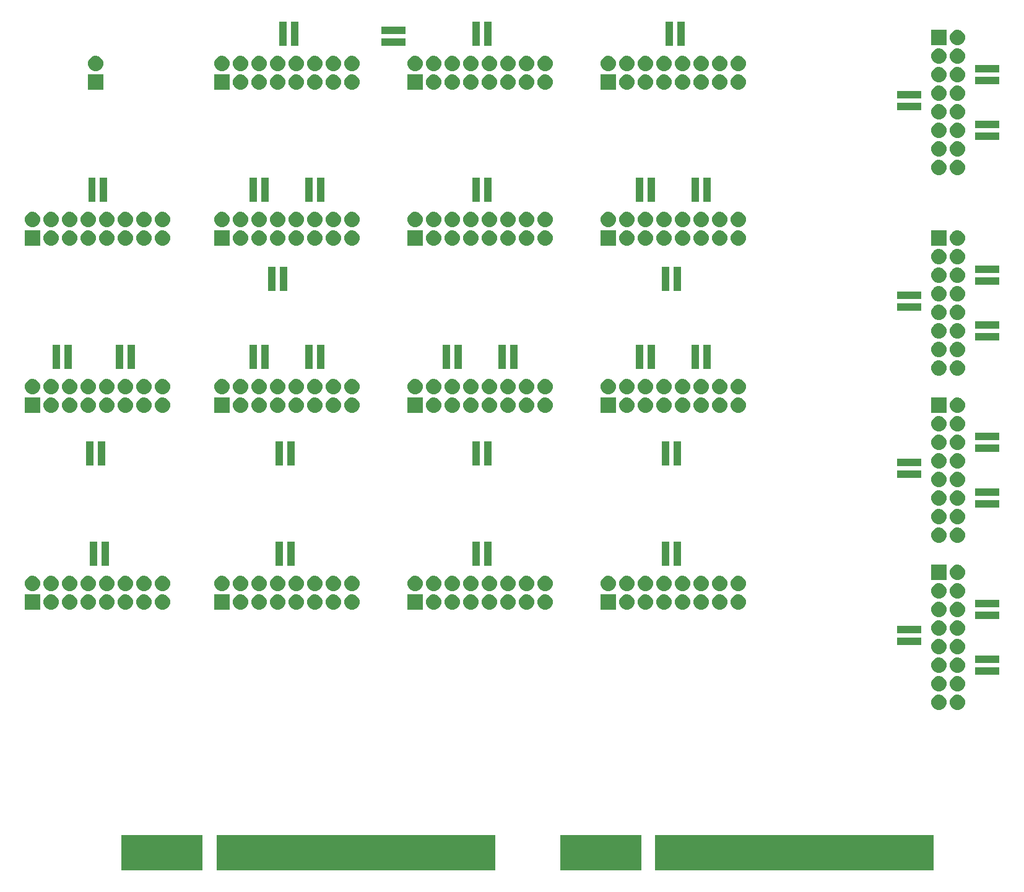
<source format=gbr>
G04 #@! TF.GenerationSoftware,KiCad,Pcbnew,(5.0.1)-4*
G04 #@! TF.CreationDate,2018-12-06T15:24:57-08:00*
G04 #@! TF.ProjectId,lights_n_jumpers,6C69676874735F6E5F6A756D70657273,rev?*
G04 #@! TF.SameCoordinates,Original*
G04 #@! TF.FileFunction,Soldermask,Bot*
G04 #@! TF.FilePolarity,Negative*
%FSLAX46Y46*%
G04 Gerber Fmt 4.6, Leading zero omitted, Abs format (unit mm)*
G04 Created by KiCad (PCBNEW (5.0.1)-4) date 12/6/2018 3:24:57 PM*
%MOMM*%
%LPD*%
G01*
G04 APERTURE LIST*
%ADD10C,0.100000*%
G04 APERTURE END LIST*
D10*
G36*
X204050000Y-150000000D02*
X165950000Y-150000000D01*
X165950000Y-145200000D01*
X204050000Y-145200000D01*
X204050000Y-150000000D01*
X204050000Y-150000000D01*
G37*
G36*
X164050000Y-150000000D02*
X152950000Y-150000000D01*
X152950000Y-145200000D01*
X164050000Y-145200000D01*
X164050000Y-150000000D01*
X164050000Y-150000000D01*
G37*
G36*
X104050000Y-150000000D02*
X92950000Y-150000000D01*
X92950000Y-145200000D01*
X104050000Y-145200000D01*
X104050000Y-150000000D01*
X104050000Y-150000000D01*
G37*
G36*
X144050000Y-150000000D02*
X105950000Y-150000000D01*
X105950000Y-145200000D01*
X144050000Y-145200000D01*
X144050000Y-150000000D01*
X144050000Y-150000000D01*
G37*
G36*
X207392707Y-125957597D02*
X207469836Y-125965193D01*
X207601787Y-126005220D01*
X207667763Y-126025233D01*
X207850172Y-126122733D01*
X208010054Y-126253946D01*
X208141267Y-126413828D01*
X208238767Y-126596237D01*
X208238767Y-126596238D01*
X208298807Y-126794164D01*
X208319080Y-127000000D01*
X208298807Y-127205836D01*
X208258780Y-127337787D01*
X208238767Y-127403763D01*
X208141267Y-127586172D01*
X208010054Y-127746054D01*
X207850172Y-127877267D01*
X207667763Y-127974767D01*
X207601787Y-127994780D01*
X207469836Y-128034807D01*
X207392707Y-128042404D01*
X207315580Y-128050000D01*
X207212420Y-128050000D01*
X207135293Y-128042404D01*
X207058164Y-128034807D01*
X206926213Y-127994780D01*
X206860237Y-127974767D01*
X206677828Y-127877267D01*
X206517946Y-127746054D01*
X206386733Y-127586172D01*
X206289233Y-127403763D01*
X206269220Y-127337787D01*
X206229193Y-127205836D01*
X206208920Y-127000000D01*
X206229193Y-126794164D01*
X206289233Y-126596238D01*
X206289233Y-126596237D01*
X206386733Y-126413828D01*
X206517946Y-126253946D01*
X206677828Y-126122733D01*
X206860237Y-126025233D01*
X206926213Y-126005220D01*
X207058164Y-125965193D01*
X207135293Y-125957597D01*
X207212420Y-125950000D01*
X207315580Y-125950000D01*
X207392707Y-125957597D01*
X207392707Y-125957597D01*
G37*
G36*
X204852707Y-125957597D02*
X204929836Y-125965193D01*
X205061787Y-126005220D01*
X205127763Y-126025233D01*
X205310172Y-126122733D01*
X205470054Y-126253946D01*
X205601267Y-126413828D01*
X205698767Y-126596237D01*
X205698767Y-126596238D01*
X205758807Y-126794164D01*
X205779080Y-127000000D01*
X205758807Y-127205836D01*
X205718780Y-127337787D01*
X205698767Y-127403763D01*
X205601267Y-127586172D01*
X205470054Y-127746054D01*
X205310172Y-127877267D01*
X205127763Y-127974767D01*
X205061787Y-127994780D01*
X204929836Y-128034807D01*
X204852707Y-128042404D01*
X204775580Y-128050000D01*
X204672420Y-128050000D01*
X204595293Y-128042404D01*
X204518164Y-128034807D01*
X204386213Y-127994780D01*
X204320237Y-127974767D01*
X204137828Y-127877267D01*
X203977946Y-127746054D01*
X203846733Y-127586172D01*
X203749233Y-127403763D01*
X203729220Y-127337787D01*
X203689193Y-127205836D01*
X203668920Y-127000000D01*
X203689193Y-126794164D01*
X203749233Y-126596238D01*
X203749233Y-126596237D01*
X203846733Y-126413828D01*
X203977946Y-126253946D01*
X204137828Y-126122733D01*
X204320237Y-126025233D01*
X204386213Y-126005220D01*
X204518164Y-125965193D01*
X204595293Y-125957597D01*
X204672420Y-125950000D01*
X204775580Y-125950000D01*
X204852707Y-125957597D01*
X204852707Y-125957597D01*
G37*
G36*
X204852707Y-123417596D02*
X204929836Y-123425193D01*
X205061787Y-123465220D01*
X205127763Y-123485233D01*
X205310172Y-123582733D01*
X205470054Y-123713946D01*
X205601267Y-123873828D01*
X205698767Y-124056237D01*
X205698767Y-124056238D01*
X205758807Y-124254164D01*
X205779080Y-124460000D01*
X205758807Y-124665836D01*
X205718780Y-124797787D01*
X205698767Y-124863763D01*
X205601267Y-125046172D01*
X205470054Y-125206054D01*
X205310172Y-125337267D01*
X205127763Y-125434767D01*
X205061787Y-125454780D01*
X204929836Y-125494807D01*
X204852707Y-125502403D01*
X204775580Y-125510000D01*
X204672420Y-125510000D01*
X204595293Y-125502403D01*
X204518164Y-125494807D01*
X204386213Y-125454780D01*
X204320237Y-125434767D01*
X204137828Y-125337267D01*
X203977946Y-125206054D01*
X203846733Y-125046172D01*
X203749233Y-124863763D01*
X203729220Y-124797787D01*
X203689193Y-124665836D01*
X203668920Y-124460000D01*
X203689193Y-124254164D01*
X203749233Y-124056238D01*
X203749233Y-124056237D01*
X203846733Y-123873828D01*
X203977946Y-123713946D01*
X204137828Y-123582733D01*
X204320237Y-123485233D01*
X204386213Y-123465220D01*
X204518164Y-123425193D01*
X204595293Y-123417596D01*
X204672420Y-123410000D01*
X204775580Y-123410000D01*
X204852707Y-123417596D01*
X204852707Y-123417596D01*
G37*
G36*
X207392707Y-123417596D02*
X207469836Y-123425193D01*
X207601787Y-123465220D01*
X207667763Y-123485233D01*
X207850172Y-123582733D01*
X208010054Y-123713946D01*
X208141267Y-123873828D01*
X208238767Y-124056237D01*
X208238767Y-124056238D01*
X208298807Y-124254164D01*
X208319080Y-124460000D01*
X208298807Y-124665836D01*
X208258780Y-124797787D01*
X208238767Y-124863763D01*
X208141267Y-125046172D01*
X208010054Y-125206054D01*
X207850172Y-125337267D01*
X207667763Y-125434767D01*
X207601787Y-125454780D01*
X207469836Y-125494807D01*
X207392707Y-125502403D01*
X207315580Y-125510000D01*
X207212420Y-125510000D01*
X207135293Y-125502403D01*
X207058164Y-125494807D01*
X206926213Y-125454780D01*
X206860237Y-125434767D01*
X206677828Y-125337267D01*
X206517946Y-125206054D01*
X206386733Y-125046172D01*
X206289233Y-124863763D01*
X206269220Y-124797787D01*
X206229193Y-124665836D01*
X206208920Y-124460000D01*
X206229193Y-124254164D01*
X206289233Y-124056238D01*
X206289233Y-124056237D01*
X206386733Y-123873828D01*
X206517946Y-123713946D01*
X206677828Y-123582733D01*
X206860237Y-123485233D01*
X206926213Y-123465220D01*
X207058164Y-123425193D01*
X207135293Y-123417596D01*
X207212420Y-123410000D01*
X207315580Y-123410000D01*
X207392707Y-123417596D01*
X207392707Y-123417596D01*
G37*
G36*
X212978000Y-123220000D02*
X209678000Y-123220000D01*
X209678000Y-122220000D01*
X212978000Y-122220000D01*
X212978000Y-123220000D01*
X212978000Y-123220000D01*
G37*
G36*
X207392707Y-120877596D02*
X207469836Y-120885193D01*
X207601787Y-120925220D01*
X207667763Y-120945233D01*
X207850172Y-121042733D01*
X208010054Y-121173946D01*
X208141267Y-121333828D01*
X208238767Y-121516237D01*
X208238767Y-121516238D01*
X208298807Y-121714164D01*
X208319080Y-121920000D01*
X208298807Y-122125836D01*
X208270243Y-122220000D01*
X208238767Y-122323763D01*
X208141267Y-122506172D01*
X208010054Y-122666054D01*
X207850172Y-122797267D01*
X207667763Y-122894767D01*
X207601787Y-122914780D01*
X207469836Y-122954807D01*
X207392707Y-122962403D01*
X207315580Y-122970000D01*
X207212420Y-122970000D01*
X207135293Y-122962403D01*
X207058164Y-122954807D01*
X206926213Y-122914780D01*
X206860237Y-122894767D01*
X206677828Y-122797267D01*
X206517946Y-122666054D01*
X206386733Y-122506172D01*
X206289233Y-122323763D01*
X206257757Y-122220000D01*
X206229193Y-122125836D01*
X206208920Y-121920000D01*
X206229193Y-121714164D01*
X206289233Y-121516238D01*
X206289233Y-121516237D01*
X206386733Y-121333828D01*
X206517946Y-121173946D01*
X206677828Y-121042733D01*
X206860237Y-120945233D01*
X206926213Y-120925220D01*
X207058164Y-120885193D01*
X207135293Y-120877596D01*
X207212420Y-120870000D01*
X207315580Y-120870000D01*
X207392707Y-120877596D01*
X207392707Y-120877596D01*
G37*
G36*
X204852707Y-120877596D02*
X204929836Y-120885193D01*
X205061787Y-120925220D01*
X205127763Y-120945233D01*
X205310172Y-121042733D01*
X205470054Y-121173946D01*
X205601267Y-121333828D01*
X205698767Y-121516237D01*
X205698767Y-121516238D01*
X205758807Y-121714164D01*
X205779080Y-121920000D01*
X205758807Y-122125836D01*
X205730243Y-122220000D01*
X205698767Y-122323763D01*
X205601267Y-122506172D01*
X205470054Y-122666054D01*
X205310172Y-122797267D01*
X205127763Y-122894767D01*
X205061787Y-122914780D01*
X204929836Y-122954807D01*
X204852707Y-122962403D01*
X204775580Y-122970000D01*
X204672420Y-122970000D01*
X204595293Y-122962403D01*
X204518164Y-122954807D01*
X204386213Y-122914780D01*
X204320237Y-122894767D01*
X204137828Y-122797267D01*
X203977946Y-122666054D01*
X203846733Y-122506172D01*
X203749233Y-122323763D01*
X203717757Y-122220000D01*
X203689193Y-122125836D01*
X203668920Y-121920000D01*
X203689193Y-121714164D01*
X203749233Y-121516238D01*
X203749233Y-121516237D01*
X203846733Y-121333828D01*
X203977946Y-121173946D01*
X204137828Y-121042733D01*
X204320237Y-120945233D01*
X204386213Y-120925220D01*
X204518164Y-120885193D01*
X204595293Y-120877596D01*
X204672420Y-120870000D01*
X204775580Y-120870000D01*
X204852707Y-120877596D01*
X204852707Y-120877596D01*
G37*
G36*
X212978000Y-121620000D02*
X209678000Y-121620000D01*
X209678000Y-120620000D01*
X212978000Y-120620000D01*
X212978000Y-121620000D01*
X212978000Y-121620000D01*
G37*
G36*
X204852707Y-118337596D02*
X204929836Y-118345193D01*
X205061787Y-118385220D01*
X205127763Y-118405233D01*
X205310172Y-118502733D01*
X205470054Y-118633946D01*
X205601267Y-118793828D01*
X205698767Y-118976237D01*
X205698767Y-118976238D01*
X205758807Y-119174164D01*
X205779080Y-119380000D01*
X205758807Y-119585836D01*
X205718780Y-119717787D01*
X205698767Y-119783763D01*
X205601267Y-119966172D01*
X205470054Y-120126054D01*
X205310172Y-120257267D01*
X205127763Y-120354767D01*
X205061787Y-120374780D01*
X204929836Y-120414807D01*
X204852707Y-120422404D01*
X204775580Y-120430000D01*
X204672420Y-120430000D01*
X204595293Y-120422404D01*
X204518164Y-120414807D01*
X204386213Y-120374780D01*
X204320237Y-120354767D01*
X204137828Y-120257267D01*
X203977946Y-120126054D01*
X203846733Y-119966172D01*
X203749233Y-119783763D01*
X203729220Y-119717787D01*
X203689193Y-119585836D01*
X203668920Y-119380000D01*
X203689193Y-119174164D01*
X203749233Y-118976238D01*
X203749233Y-118976237D01*
X203846733Y-118793828D01*
X203977946Y-118633946D01*
X204137828Y-118502733D01*
X204320237Y-118405233D01*
X204386213Y-118385220D01*
X204518164Y-118345193D01*
X204595293Y-118337596D01*
X204672420Y-118330000D01*
X204775580Y-118330000D01*
X204852707Y-118337596D01*
X204852707Y-118337596D01*
G37*
G36*
X207392707Y-118337596D02*
X207469836Y-118345193D01*
X207601787Y-118385220D01*
X207667763Y-118405233D01*
X207850172Y-118502733D01*
X208010054Y-118633946D01*
X208141267Y-118793828D01*
X208238767Y-118976237D01*
X208238767Y-118976238D01*
X208298807Y-119174164D01*
X208319080Y-119380000D01*
X208298807Y-119585836D01*
X208258780Y-119717787D01*
X208238767Y-119783763D01*
X208141267Y-119966172D01*
X208010054Y-120126054D01*
X207850172Y-120257267D01*
X207667763Y-120354767D01*
X207601787Y-120374780D01*
X207469836Y-120414807D01*
X207392707Y-120422404D01*
X207315580Y-120430000D01*
X207212420Y-120430000D01*
X207135293Y-120422404D01*
X207058164Y-120414807D01*
X206926213Y-120374780D01*
X206860237Y-120354767D01*
X206677828Y-120257267D01*
X206517946Y-120126054D01*
X206386733Y-119966172D01*
X206289233Y-119783763D01*
X206269220Y-119717787D01*
X206229193Y-119585836D01*
X206208920Y-119380000D01*
X206229193Y-119174164D01*
X206289233Y-118976238D01*
X206289233Y-118976237D01*
X206386733Y-118793828D01*
X206517946Y-118633946D01*
X206677828Y-118502733D01*
X206860237Y-118405233D01*
X206926213Y-118385220D01*
X207058164Y-118345193D01*
X207135293Y-118337596D01*
X207212420Y-118330000D01*
X207315580Y-118330000D01*
X207392707Y-118337596D01*
X207392707Y-118337596D01*
G37*
G36*
X202310000Y-119156000D02*
X199010000Y-119156000D01*
X199010000Y-118156000D01*
X202310000Y-118156000D01*
X202310000Y-119156000D01*
X202310000Y-119156000D01*
G37*
G36*
X207392707Y-115797596D02*
X207469836Y-115805193D01*
X207601787Y-115845220D01*
X207667763Y-115865233D01*
X207850172Y-115962733D01*
X208010054Y-116093946D01*
X208141267Y-116253828D01*
X208238767Y-116436237D01*
X208238767Y-116436238D01*
X208298807Y-116634164D01*
X208319080Y-116840000D01*
X208298807Y-117045836D01*
X208258780Y-117177787D01*
X208238767Y-117243763D01*
X208141267Y-117426172D01*
X208010054Y-117586054D01*
X207850172Y-117717267D01*
X207667763Y-117814767D01*
X207601787Y-117834780D01*
X207469836Y-117874807D01*
X207392707Y-117882404D01*
X207315580Y-117890000D01*
X207212420Y-117890000D01*
X207135293Y-117882404D01*
X207058164Y-117874807D01*
X206926213Y-117834780D01*
X206860237Y-117814767D01*
X206677828Y-117717267D01*
X206517946Y-117586054D01*
X206386733Y-117426172D01*
X206289233Y-117243763D01*
X206269220Y-117177787D01*
X206229193Y-117045836D01*
X206208920Y-116840000D01*
X206229193Y-116634164D01*
X206289233Y-116436238D01*
X206289233Y-116436237D01*
X206386733Y-116253828D01*
X206517946Y-116093946D01*
X206677828Y-115962733D01*
X206860237Y-115865233D01*
X206926213Y-115845220D01*
X207058164Y-115805193D01*
X207135293Y-115797596D01*
X207212420Y-115790000D01*
X207315580Y-115790000D01*
X207392707Y-115797596D01*
X207392707Y-115797596D01*
G37*
G36*
X204852707Y-115797596D02*
X204929836Y-115805193D01*
X205061787Y-115845220D01*
X205127763Y-115865233D01*
X205310172Y-115962733D01*
X205470054Y-116093946D01*
X205601267Y-116253828D01*
X205698767Y-116436237D01*
X205698767Y-116436238D01*
X205758807Y-116634164D01*
X205779080Y-116840000D01*
X205758807Y-117045836D01*
X205718780Y-117177787D01*
X205698767Y-117243763D01*
X205601267Y-117426172D01*
X205470054Y-117586054D01*
X205310172Y-117717267D01*
X205127763Y-117814767D01*
X205061787Y-117834780D01*
X204929836Y-117874807D01*
X204852707Y-117882404D01*
X204775580Y-117890000D01*
X204672420Y-117890000D01*
X204595293Y-117882404D01*
X204518164Y-117874807D01*
X204386213Y-117834780D01*
X204320237Y-117814767D01*
X204137828Y-117717267D01*
X203977946Y-117586054D01*
X203846733Y-117426172D01*
X203749233Y-117243763D01*
X203729220Y-117177787D01*
X203689193Y-117045836D01*
X203668920Y-116840000D01*
X203689193Y-116634164D01*
X203749233Y-116436238D01*
X203749233Y-116436237D01*
X203846733Y-116253828D01*
X203977946Y-116093946D01*
X204137828Y-115962733D01*
X204320237Y-115865233D01*
X204386213Y-115845220D01*
X204518164Y-115805193D01*
X204595293Y-115797596D01*
X204672420Y-115790000D01*
X204775580Y-115790000D01*
X204852707Y-115797596D01*
X204852707Y-115797596D01*
G37*
G36*
X202310000Y-117556000D02*
X199010000Y-117556000D01*
X199010000Y-116556000D01*
X202310000Y-116556000D01*
X202310000Y-117556000D01*
X202310000Y-117556000D01*
G37*
G36*
X212978000Y-115600000D02*
X209678000Y-115600000D01*
X209678000Y-114600000D01*
X212978000Y-114600000D01*
X212978000Y-115600000D01*
X212978000Y-115600000D01*
G37*
G36*
X207392707Y-113257596D02*
X207469836Y-113265193D01*
X207601787Y-113305220D01*
X207667763Y-113325233D01*
X207850172Y-113422733D01*
X208010054Y-113553946D01*
X208141267Y-113713828D01*
X208238767Y-113896237D01*
X208238767Y-113896238D01*
X208298807Y-114094164D01*
X208319080Y-114300000D01*
X208298807Y-114505836D01*
X208270243Y-114600000D01*
X208238767Y-114703763D01*
X208141267Y-114886172D01*
X208010054Y-115046054D01*
X207850172Y-115177267D01*
X207667763Y-115274767D01*
X207601787Y-115294780D01*
X207469836Y-115334807D01*
X207392707Y-115342403D01*
X207315580Y-115350000D01*
X207212420Y-115350000D01*
X207135293Y-115342403D01*
X207058164Y-115334807D01*
X206926213Y-115294780D01*
X206860237Y-115274767D01*
X206677828Y-115177267D01*
X206517946Y-115046054D01*
X206386733Y-114886172D01*
X206289233Y-114703763D01*
X206257757Y-114600000D01*
X206229193Y-114505836D01*
X206208920Y-114300000D01*
X206229193Y-114094164D01*
X206289233Y-113896238D01*
X206289233Y-113896237D01*
X206386733Y-113713828D01*
X206517946Y-113553946D01*
X206677828Y-113422733D01*
X206860237Y-113325233D01*
X206926213Y-113305220D01*
X207058164Y-113265193D01*
X207135293Y-113257596D01*
X207212420Y-113250000D01*
X207315580Y-113250000D01*
X207392707Y-113257596D01*
X207392707Y-113257596D01*
G37*
G36*
X204852707Y-113257596D02*
X204929836Y-113265193D01*
X205061787Y-113305220D01*
X205127763Y-113325233D01*
X205310172Y-113422733D01*
X205470054Y-113553946D01*
X205601267Y-113713828D01*
X205698767Y-113896237D01*
X205698767Y-113896238D01*
X205758807Y-114094164D01*
X205779080Y-114300000D01*
X205758807Y-114505836D01*
X205730243Y-114600000D01*
X205698767Y-114703763D01*
X205601267Y-114886172D01*
X205470054Y-115046054D01*
X205310172Y-115177267D01*
X205127763Y-115274767D01*
X205061787Y-115294780D01*
X204929836Y-115334807D01*
X204852707Y-115342403D01*
X204775580Y-115350000D01*
X204672420Y-115350000D01*
X204595293Y-115342403D01*
X204518164Y-115334807D01*
X204386213Y-115294780D01*
X204320237Y-115274767D01*
X204137828Y-115177267D01*
X203977946Y-115046054D01*
X203846733Y-114886172D01*
X203749233Y-114703763D01*
X203717757Y-114600000D01*
X203689193Y-114505836D01*
X203668920Y-114300000D01*
X203689193Y-114094164D01*
X203749233Y-113896238D01*
X203749233Y-113896237D01*
X203846733Y-113713828D01*
X203977946Y-113553946D01*
X204137828Y-113422733D01*
X204320237Y-113325233D01*
X204386213Y-113305220D01*
X204518164Y-113265193D01*
X204595293Y-113257596D01*
X204672420Y-113250000D01*
X204775580Y-113250000D01*
X204852707Y-113257596D01*
X204852707Y-113257596D01*
G37*
G36*
X83440707Y-112241596D02*
X83517836Y-112249193D01*
X83649787Y-112289220D01*
X83715763Y-112309233D01*
X83898172Y-112406733D01*
X84058054Y-112537946D01*
X84189267Y-112697828D01*
X84286767Y-112880237D01*
X84286767Y-112880238D01*
X84346807Y-113078164D01*
X84367080Y-113284000D01*
X84346807Y-113489836D01*
X84306780Y-113621787D01*
X84286767Y-113687763D01*
X84189267Y-113870172D01*
X84058054Y-114030054D01*
X83898172Y-114161267D01*
X83715763Y-114258767D01*
X83649787Y-114278780D01*
X83517836Y-114318807D01*
X83440707Y-114326403D01*
X83363580Y-114334000D01*
X83260420Y-114334000D01*
X83183293Y-114326403D01*
X83106164Y-114318807D01*
X82974213Y-114278780D01*
X82908237Y-114258767D01*
X82725828Y-114161267D01*
X82565946Y-114030054D01*
X82434733Y-113870172D01*
X82337233Y-113687763D01*
X82317220Y-113621787D01*
X82277193Y-113489836D01*
X82256920Y-113284000D01*
X82277193Y-113078164D01*
X82337233Y-112880238D01*
X82337233Y-112880237D01*
X82434733Y-112697828D01*
X82565946Y-112537946D01*
X82725828Y-112406733D01*
X82908237Y-112309233D01*
X82974213Y-112289220D01*
X83106164Y-112249193D01*
X83183293Y-112241596D01*
X83260420Y-112234000D01*
X83363580Y-112234000D01*
X83440707Y-112241596D01*
X83440707Y-112241596D01*
G37*
G36*
X140844707Y-112241596D02*
X140921836Y-112249193D01*
X141053787Y-112289220D01*
X141119763Y-112309233D01*
X141302172Y-112406733D01*
X141462054Y-112537946D01*
X141593267Y-112697828D01*
X141690767Y-112880237D01*
X141690767Y-112880238D01*
X141750807Y-113078164D01*
X141771080Y-113284000D01*
X141750807Y-113489836D01*
X141710780Y-113621787D01*
X141690767Y-113687763D01*
X141593267Y-113870172D01*
X141462054Y-114030054D01*
X141302172Y-114161267D01*
X141119763Y-114258767D01*
X141053787Y-114278780D01*
X140921836Y-114318807D01*
X140844707Y-114326403D01*
X140767580Y-114334000D01*
X140664420Y-114334000D01*
X140587293Y-114326403D01*
X140510164Y-114318807D01*
X140378213Y-114278780D01*
X140312237Y-114258767D01*
X140129828Y-114161267D01*
X139969946Y-114030054D01*
X139838733Y-113870172D01*
X139741233Y-113687763D01*
X139721220Y-113621787D01*
X139681193Y-113489836D01*
X139660920Y-113284000D01*
X139681193Y-113078164D01*
X139741233Y-112880238D01*
X139741233Y-112880237D01*
X139838733Y-112697828D01*
X139969946Y-112537946D01*
X140129828Y-112406733D01*
X140312237Y-112309233D01*
X140378213Y-112289220D01*
X140510164Y-112249193D01*
X140587293Y-112241596D01*
X140664420Y-112234000D01*
X140767580Y-112234000D01*
X140844707Y-112241596D01*
X140844707Y-112241596D01*
G37*
G36*
X124588707Y-112241596D02*
X124665836Y-112249193D01*
X124797787Y-112289220D01*
X124863763Y-112309233D01*
X125046172Y-112406733D01*
X125206054Y-112537946D01*
X125337267Y-112697828D01*
X125434767Y-112880237D01*
X125434767Y-112880238D01*
X125494807Y-113078164D01*
X125515080Y-113284000D01*
X125494807Y-113489836D01*
X125454780Y-113621787D01*
X125434767Y-113687763D01*
X125337267Y-113870172D01*
X125206054Y-114030054D01*
X125046172Y-114161267D01*
X124863763Y-114258767D01*
X124797787Y-114278780D01*
X124665836Y-114318807D01*
X124588707Y-114326403D01*
X124511580Y-114334000D01*
X124408420Y-114334000D01*
X124331293Y-114326403D01*
X124254164Y-114318807D01*
X124122213Y-114278780D01*
X124056237Y-114258767D01*
X123873828Y-114161267D01*
X123713946Y-114030054D01*
X123582733Y-113870172D01*
X123485233Y-113687763D01*
X123465220Y-113621787D01*
X123425193Y-113489836D01*
X123404920Y-113284000D01*
X123425193Y-113078164D01*
X123485233Y-112880238D01*
X123485233Y-112880237D01*
X123582733Y-112697828D01*
X123713946Y-112537946D01*
X123873828Y-112406733D01*
X124056237Y-112309233D01*
X124122213Y-112289220D01*
X124254164Y-112249193D01*
X124331293Y-112241596D01*
X124408420Y-112234000D01*
X124511580Y-112234000D01*
X124588707Y-112241596D01*
X124588707Y-112241596D01*
G37*
G36*
X167260707Y-112241596D02*
X167337836Y-112249193D01*
X167469787Y-112289220D01*
X167535763Y-112309233D01*
X167718172Y-112406733D01*
X167878054Y-112537946D01*
X168009267Y-112697828D01*
X168106767Y-112880237D01*
X168106767Y-112880238D01*
X168166807Y-113078164D01*
X168187080Y-113284000D01*
X168166807Y-113489836D01*
X168126780Y-113621787D01*
X168106767Y-113687763D01*
X168009267Y-113870172D01*
X167878054Y-114030054D01*
X167718172Y-114161267D01*
X167535763Y-114258767D01*
X167469787Y-114278780D01*
X167337836Y-114318807D01*
X167260707Y-114326403D01*
X167183580Y-114334000D01*
X167080420Y-114334000D01*
X167003293Y-114326403D01*
X166926164Y-114318807D01*
X166794213Y-114278780D01*
X166728237Y-114258767D01*
X166545828Y-114161267D01*
X166385946Y-114030054D01*
X166254733Y-113870172D01*
X166157233Y-113687763D01*
X166137220Y-113621787D01*
X166097193Y-113489836D01*
X166076920Y-113284000D01*
X166097193Y-113078164D01*
X166157233Y-112880238D01*
X166157233Y-112880237D01*
X166254733Y-112697828D01*
X166385946Y-112537946D01*
X166545828Y-112406733D01*
X166728237Y-112309233D01*
X166794213Y-112289220D01*
X166926164Y-112249193D01*
X167003293Y-112241596D01*
X167080420Y-112234000D01*
X167183580Y-112234000D01*
X167260707Y-112241596D01*
X167260707Y-112241596D01*
G37*
G36*
X160562000Y-114334000D02*
X158462000Y-114334000D01*
X158462000Y-112234000D01*
X160562000Y-112234000D01*
X160562000Y-114334000D01*
X160562000Y-114334000D01*
G37*
G36*
X162180707Y-112241596D02*
X162257836Y-112249193D01*
X162389787Y-112289220D01*
X162455763Y-112309233D01*
X162638172Y-112406733D01*
X162798054Y-112537946D01*
X162929267Y-112697828D01*
X163026767Y-112880237D01*
X163026767Y-112880238D01*
X163086807Y-113078164D01*
X163107080Y-113284000D01*
X163086807Y-113489836D01*
X163046780Y-113621787D01*
X163026767Y-113687763D01*
X162929267Y-113870172D01*
X162798054Y-114030054D01*
X162638172Y-114161267D01*
X162455763Y-114258767D01*
X162389787Y-114278780D01*
X162257836Y-114318807D01*
X162180707Y-114326403D01*
X162103580Y-114334000D01*
X162000420Y-114334000D01*
X161923293Y-114326403D01*
X161846164Y-114318807D01*
X161714213Y-114278780D01*
X161648237Y-114258767D01*
X161465828Y-114161267D01*
X161305946Y-114030054D01*
X161174733Y-113870172D01*
X161077233Y-113687763D01*
X161057220Y-113621787D01*
X161017193Y-113489836D01*
X160996920Y-113284000D01*
X161017193Y-113078164D01*
X161077233Y-112880238D01*
X161077233Y-112880237D01*
X161174733Y-112697828D01*
X161305946Y-112537946D01*
X161465828Y-112406733D01*
X161648237Y-112309233D01*
X161714213Y-112289220D01*
X161846164Y-112249193D01*
X161923293Y-112241596D01*
X162000420Y-112234000D01*
X162103580Y-112234000D01*
X162180707Y-112241596D01*
X162180707Y-112241596D01*
G37*
G36*
X164720707Y-112241596D02*
X164797836Y-112249193D01*
X164929787Y-112289220D01*
X164995763Y-112309233D01*
X165178172Y-112406733D01*
X165338054Y-112537946D01*
X165469267Y-112697828D01*
X165566767Y-112880237D01*
X165566767Y-112880238D01*
X165626807Y-113078164D01*
X165647080Y-113284000D01*
X165626807Y-113489836D01*
X165586780Y-113621787D01*
X165566767Y-113687763D01*
X165469267Y-113870172D01*
X165338054Y-114030054D01*
X165178172Y-114161267D01*
X164995763Y-114258767D01*
X164929787Y-114278780D01*
X164797836Y-114318807D01*
X164720707Y-114326403D01*
X164643580Y-114334000D01*
X164540420Y-114334000D01*
X164463293Y-114326403D01*
X164386164Y-114318807D01*
X164254213Y-114278780D01*
X164188237Y-114258767D01*
X164005828Y-114161267D01*
X163845946Y-114030054D01*
X163714733Y-113870172D01*
X163617233Y-113687763D01*
X163597220Y-113621787D01*
X163557193Y-113489836D01*
X163536920Y-113284000D01*
X163557193Y-113078164D01*
X163617233Y-112880238D01*
X163617233Y-112880237D01*
X163714733Y-112697828D01*
X163845946Y-112537946D01*
X164005828Y-112406733D01*
X164188237Y-112309233D01*
X164254213Y-112289220D01*
X164386164Y-112249193D01*
X164463293Y-112241596D01*
X164540420Y-112234000D01*
X164643580Y-112234000D01*
X164720707Y-112241596D01*
X164720707Y-112241596D01*
G37*
G36*
X177420707Y-112241596D02*
X177497836Y-112249193D01*
X177629787Y-112289220D01*
X177695763Y-112309233D01*
X177878172Y-112406733D01*
X178038054Y-112537946D01*
X178169267Y-112697828D01*
X178266767Y-112880237D01*
X178266767Y-112880238D01*
X178326807Y-113078164D01*
X178347080Y-113284000D01*
X178326807Y-113489836D01*
X178286780Y-113621787D01*
X178266767Y-113687763D01*
X178169267Y-113870172D01*
X178038054Y-114030054D01*
X177878172Y-114161267D01*
X177695763Y-114258767D01*
X177629787Y-114278780D01*
X177497836Y-114318807D01*
X177420707Y-114326403D01*
X177343580Y-114334000D01*
X177240420Y-114334000D01*
X177163293Y-114326403D01*
X177086164Y-114318807D01*
X176954213Y-114278780D01*
X176888237Y-114258767D01*
X176705828Y-114161267D01*
X176545946Y-114030054D01*
X176414733Y-113870172D01*
X176317233Y-113687763D01*
X176297220Y-113621787D01*
X176257193Y-113489836D01*
X176236920Y-113284000D01*
X176257193Y-113078164D01*
X176317233Y-112880238D01*
X176317233Y-112880237D01*
X176414733Y-112697828D01*
X176545946Y-112537946D01*
X176705828Y-112406733D01*
X176888237Y-112309233D01*
X176954213Y-112289220D01*
X177086164Y-112249193D01*
X177163293Y-112241596D01*
X177240420Y-112234000D01*
X177343580Y-112234000D01*
X177420707Y-112241596D01*
X177420707Y-112241596D01*
G37*
G36*
X174880707Y-112241596D02*
X174957836Y-112249193D01*
X175089787Y-112289220D01*
X175155763Y-112309233D01*
X175338172Y-112406733D01*
X175498054Y-112537946D01*
X175629267Y-112697828D01*
X175726767Y-112880237D01*
X175726767Y-112880238D01*
X175786807Y-113078164D01*
X175807080Y-113284000D01*
X175786807Y-113489836D01*
X175746780Y-113621787D01*
X175726767Y-113687763D01*
X175629267Y-113870172D01*
X175498054Y-114030054D01*
X175338172Y-114161267D01*
X175155763Y-114258767D01*
X175089787Y-114278780D01*
X174957836Y-114318807D01*
X174880707Y-114326403D01*
X174803580Y-114334000D01*
X174700420Y-114334000D01*
X174623293Y-114326403D01*
X174546164Y-114318807D01*
X174414213Y-114278780D01*
X174348237Y-114258767D01*
X174165828Y-114161267D01*
X174005946Y-114030054D01*
X173874733Y-113870172D01*
X173777233Y-113687763D01*
X173757220Y-113621787D01*
X173717193Y-113489836D01*
X173696920Y-113284000D01*
X173717193Y-113078164D01*
X173777233Y-112880238D01*
X173777233Y-112880237D01*
X173874733Y-112697828D01*
X174005946Y-112537946D01*
X174165828Y-112406733D01*
X174348237Y-112309233D01*
X174414213Y-112289220D01*
X174546164Y-112249193D01*
X174623293Y-112241596D01*
X174700420Y-112234000D01*
X174803580Y-112234000D01*
X174880707Y-112241596D01*
X174880707Y-112241596D01*
G37*
G36*
X172340707Y-112241596D02*
X172417836Y-112249193D01*
X172549787Y-112289220D01*
X172615763Y-112309233D01*
X172798172Y-112406733D01*
X172958054Y-112537946D01*
X173089267Y-112697828D01*
X173186767Y-112880237D01*
X173186767Y-112880238D01*
X173246807Y-113078164D01*
X173267080Y-113284000D01*
X173246807Y-113489836D01*
X173206780Y-113621787D01*
X173186767Y-113687763D01*
X173089267Y-113870172D01*
X172958054Y-114030054D01*
X172798172Y-114161267D01*
X172615763Y-114258767D01*
X172549787Y-114278780D01*
X172417836Y-114318807D01*
X172340707Y-114326403D01*
X172263580Y-114334000D01*
X172160420Y-114334000D01*
X172083293Y-114326403D01*
X172006164Y-114318807D01*
X171874213Y-114278780D01*
X171808237Y-114258767D01*
X171625828Y-114161267D01*
X171465946Y-114030054D01*
X171334733Y-113870172D01*
X171237233Y-113687763D01*
X171217220Y-113621787D01*
X171177193Y-113489836D01*
X171156920Y-113284000D01*
X171177193Y-113078164D01*
X171237233Y-112880238D01*
X171237233Y-112880237D01*
X171334733Y-112697828D01*
X171465946Y-112537946D01*
X171625828Y-112406733D01*
X171808237Y-112309233D01*
X171874213Y-112289220D01*
X172006164Y-112249193D01*
X172083293Y-112241596D01*
X172160420Y-112234000D01*
X172263580Y-112234000D01*
X172340707Y-112241596D01*
X172340707Y-112241596D01*
G37*
G36*
X169800707Y-112241596D02*
X169877836Y-112249193D01*
X170009787Y-112289220D01*
X170075763Y-112309233D01*
X170258172Y-112406733D01*
X170418054Y-112537946D01*
X170549267Y-112697828D01*
X170646767Y-112880237D01*
X170646767Y-112880238D01*
X170706807Y-113078164D01*
X170727080Y-113284000D01*
X170706807Y-113489836D01*
X170666780Y-113621787D01*
X170646767Y-113687763D01*
X170549267Y-113870172D01*
X170418054Y-114030054D01*
X170258172Y-114161267D01*
X170075763Y-114258767D01*
X170009787Y-114278780D01*
X169877836Y-114318807D01*
X169800707Y-114326403D01*
X169723580Y-114334000D01*
X169620420Y-114334000D01*
X169543293Y-114326403D01*
X169466164Y-114318807D01*
X169334213Y-114278780D01*
X169268237Y-114258767D01*
X169085828Y-114161267D01*
X168925946Y-114030054D01*
X168794733Y-113870172D01*
X168697233Y-113687763D01*
X168677220Y-113621787D01*
X168637193Y-113489836D01*
X168616920Y-113284000D01*
X168637193Y-113078164D01*
X168697233Y-112880238D01*
X168697233Y-112880237D01*
X168794733Y-112697828D01*
X168925946Y-112537946D01*
X169085828Y-112406733D01*
X169268237Y-112309233D01*
X169334213Y-112289220D01*
X169466164Y-112249193D01*
X169543293Y-112241596D01*
X169620420Y-112234000D01*
X169723580Y-112234000D01*
X169800707Y-112241596D01*
X169800707Y-112241596D01*
G37*
G36*
X138304707Y-112241596D02*
X138381836Y-112249193D01*
X138513787Y-112289220D01*
X138579763Y-112309233D01*
X138762172Y-112406733D01*
X138922054Y-112537946D01*
X139053267Y-112697828D01*
X139150767Y-112880237D01*
X139150767Y-112880238D01*
X139210807Y-113078164D01*
X139231080Y-113284000D01*
X139210807Y-113489836D01*
X139170780Y-113621787D01*
X139150767Y-113687763D01*
X139053267Y-113870172D01*
X138922054Y-114030054D01*
X138762172Y-114161267D01*
X138579763Y-114258767D01*
X138513787Y-114278780D01*
X138381836Y-114318807D01*
X138304707Y-114326403D01*
X138227580Y-114334000D01*
X138124420Y-114334000D01*
X138047293Y-114326403D01*
X137970164Y-114318807D01*
X137838213Y-114278780D01*
X137772237Y-114258767D01*
X137589828Y-114161267D01*
X137429946Y-114030054D01*
X137298733Y-113870172D01*
X137201233Y-113687763D01*
X137181220Y-113621787D01*
X137141193Y-113489836D01*
X137120920Y-113284000D01*
X137141193Y-113078164D01*
X137201233Y-112880238D01*
X137201233Y-112880237D01*
X137298733Y-112697828D01*
X137429946Y-112537946D01*
X137589828Y-112406733D01*
X137772237Y-112309233D01*
X137838213Y-112289220D01*
X137970164Y-112249193D01*
X138047293Y-112241596D01*
X138124420Y-112234000D01*
X138227580Y-112234000D01*
X138304707Y-112241596D01*
X138304707Y-112241596D01*
G37*
G36*
X151004707Y-112241596D02*
X151081836Y-112249193D01*
X151213787Y-112289220D01*
X151279763Y-112309233D01*
X151462172Y-112406733D01*
X151622054Y-112537946D01*
X151753267Y-112697828D01*
X151850767Y-112880237D01*
X151850767Y-112880238D01*
X151910807Y-113078164D01*
X151931080Y-113284000D01*
X151910807Y-113489836D01*
X151870780Y-113621787D01*
X151850767Y-113687763D01*
X151753267Y-113870172D01*
X151622054Y-114030054D01*
X151462172Y-114161267D01*
X151279763Y-114258767D01*
X151213787Y-114278780D01*
X151081836Y-114318807D01*
X151004707Y-114326403D01*
X150927580Y-114334000D01*
X150824420Y-114334000D01*
X150747293Y-114326403D01*
X150670164Y-114318807D01*
X150538213Y-114278780D01*
X150472237Y-114258767D01*
X150289828Y-114161267D01*
X150129946Y-114030054D01*
X149998733Y-113870172D01*
X149901233Y-113687763D01*
X149881220Y-113621787D01*
X149841193Y-113489836D01*
X149820920Y-113284000D01*
X149841193Y-113078164D01*
X149901233Y-112880238D01*
X149901233Y-112880237D01*
X149998733Y-112697828D01*
X150129946Y-112537946D01*
X150289828Y-112406733D01*
X150472237Y-112309233D01*
X150538213Y-112289220D01*
X150670164Y-112249193D01*
X150747293Y-112241596D01*
X150824420Y-112234000D01*
X150927580Y-112234000D01*
X151004707Y-112241596D01*
X151004707Y-112241596D01*
G37*
G36*
X148464707Y-112241596D02*
X148541836Y-112249193D01*
X148673787Y-112289220D01*
X148739763Y-112309233D01*
X148922172Y-112406733D01*
X149082054Y-112537946D01*
X149213267Y-112697828D01*
X149310767Y-112880237D01*
X149310767Y-112880238D01*
X149370807Y-113078164D01*
X149391080Y-113284000D01*
X149370807Y-113489836D01*
X149330780Y-113621787D01*
X149310767Y-113687763D01*
X149213267Y-113870172D01*
X149082054Y-114030054D01*
X148922172Y-114161267D01*
X148739763Y-114258767D01*
X148673787Y-114278780D01*
X148541836Y-114318807D01*
X148464707Y-114326403D01*
X148387580Y-114334000D01*
X148284420Y-114334000D01*
X148207293Y-114326403D01*
X148130164Y-114318807D01*
X147998213Y-114278780D01*
X147932237Y-114258767D01*
X147749828Y-114161267D01*
X147589946Y-114030054D01*
X147458733Y-113870172D01*
X147361233Y-113687763D01*
X147341220Y-113621787D01*
X147301193Y-113489836D01*
X147280920Y-113284000D01*
X147301193Y-113078164D01*
X147361233Y-112880238D01*
X147361233Y-112880237D01*
X147458733Y-112697828D01*
X147589946Y-112537946D01*
X147749828Y-112406733D01*
X147932237Y-112309233D01*
X147998213Y-112289220D01*
X148130164Y-112249193D01*
X148207293Y-112241596D01*
X148284420Y-112234000D01*
X148387580Y-112234000D01*
X148464707Y-112241596D01*
X148464707Y-112241596D01*
G37*
G36*
X145924707Y-112241596D02*
X146001836Y-112249193D01*
X146133787Y-112289220D01*
X146199763Y-112309233D01*
X146382172Y-112406733D01*
X146542054Y-112537946D01*
X146673267Y-112697828D01*
X146770767Y-112880237D01*
X146770767Y-112880238D01*
X146830807Y-113078164D01*
X146851080Y-113284000D01*
X146830807Y-113489836D01*
X146790780Y-113621787D01*
X146770767Y-113687763D01*
X146673267Y-113870172D01*
X146542054Y-114030054D01*
X146382172Y-114161267D01*
X146199763Y-114258767D01*
X146133787Y-114278780D01*
X146001836Y-114318807D01*
X145924707Y-114326403D01*
X145847580Y-114334000D01*
X145744420Y-114334000D01*
X145667293Y-114326403D01*
X145590164Y-114318807D01*
X145458213Y-114278780D01*
X145392237Y-114258767D01*
X145209828Y-114161267D01*
X145049946Y-114030054D01*
X144918733Y-113870172D01*
X144821233Y-113687763D01*
X144801220Y-113621787D01*
X144761193Y-113489836D01*
X144740920Y-113284000D01*
X144761193Y-113078164D01*
X144821233Y-112880238D01*
X144821233Y-112880237D01*
X144918733Y-112697828D01*
X145049946Y-112537946D01*
X145209828Y-112406733D01*
X145392237Y-112309233D01*
X145458213Y-112289220D01*
X145590164Y-112249193D01*
X145667293Y-112241596D01*
X145744420Y-112234000D01*
X145847580Y-112234000D01*
X145924707Y-112241596D01*
X145924707Y-112241596D01*
G37*
G36*
X143384707Y-112241596D02*
X143461836Y-112249193D01*
X143593787Y-112289220D01*
X143659763Y-112309233D01*
X143842172Y-112406733D01*
X144002054Y-112537946D01*
X144133267Y-112697828D01*
X144230767Y-112880237D01*
X144230767Y-112880238D01*
X144290807Y-113078164D01*
X144311080Y-113284000D01*
X144290807Y-113489836D01*
X144250780Y-113621787D01*
X144230767Y-113687763D01*
X144133267Y-113870172D01*
X144002054Y-114030054D01*
X143842172Y-114161267D01*
X143659763Y-114258767D01*
X143593787Y-114278780D01*
X143461836Y-114318807D01*
X143384707Y-114326403D01*
X143307580Y-114334000D01*
X143204420Y-114334000D01*
X143127293Y-114326403D01*
X143050164Y-114318807D01*
X142918213Y-114278780D01*
X142852237Y-114258767D01*
X142669828Y-114161267D01*
X142509946Y-114030054D01*
X142378733Y-113870172D01*
X142281233Y-113687763D01*
X142261220Y-113621787D01*
X142221193Y-113489836D01*
X142200920Y-113284000D01*
X142221193Y-113078164D01*
X142281233Y-112880238D01*
X142281233Y-112880237D01*
X142378733Y-112697828D01*
X142509946Y-112537946D01*
X142669828Y-112406733D01*
X142852237Y-112309233D01*
X142918213Y-112289220D01*
X143050164Y-112249193D01*
X143127293Y-112241596D01*
X143204420Y-112234000D01*
X143307580Y-112234000D01*
X143384707Y-112241596D01*
X143384707Y-112241596D01*
G37*
G36*
X122048707Y-112241596D02*
X122125836Y-112249193D01*
X122257787Y-112289220D01*
X122323763Y-112309233D01*
X122506172Y-112406733D01*
X122666054Y-112537946D01*
X122797267Y-112697828D01*
X122894767Y-112880237D01*
X122894767Y-112880238D01*
X122954807Y-113078164D01*
X122975080Y-113284000D01*
X122954807Y-113489836D01*
X122914780Y-113621787D01*
X122894767Y-113687763D01*
X122797267Y-113870172D01*
X122666054Y-114030054D01*
X122506172Y-114161267D01*
X122323763Y-114258767D01*
X122257787Y-114278780D01*
X122125836Y-114318807D01*
X122048707Y-114326403D01*
X121971580Y-114334000D01*
X121868420Y-114334000D01*
X121791293Y-114326403D01*
X121714164Y-114318807D01*
X121582213Y-114278780D01*
X121516237Y-114258767D01*
X121333828Y-114161267D01*
X121173946Y-114030054D01*
X121042733Y-113870172D01*
X120945233Y-113687763D01*
X120925220Y-113621787D01*
X120885193Y-113489836D01*
X120864920Y-113284000D01*
X120885193Y-113078164D01*
X120945233Y-112880238D01*
X120945233Y-112880237D01*
X121042733Y-112697828D01*
X121173946Y-112537946D01*
X121333828Y-112406733D01*
X121516237Y-112309233D01*
X121582213Y-112289220D01*
X121714164Y-112249193D01*
X121791293Y-112241596D01*
X121868420Y-112234000D01*
X121971580Y-112234000D01*
X122048707Y-112241596D01*
X122048707Y-112241596D01*
G37*
G36*
X85980707Y-112241596D02*
X86057836Y-112249193D01*
X86189787Y-112289220D01*
X86255763Y-112309233D01*
X86438172Y-112406733D01*
X86598054Y-112537946D01*
X86729267Y-112697828D01*
X86826767Y-112880237D01*
X86826767Y-112880238D01*
X86886807Y-113078164D01*
X86907080Y-113284000D01*
X86886807Y-113489836D01*
X86846780Y-113621787D01*
X86826767Y-113687763D01*
X86729267Y-113870172D01*
X86598054Y-114030054D01*
X86438172Y-114161267D01*
X86255763Y-114258767D01*
X86189787Y-114278780D01*
X86057836Y-114318807D01*
X85980707Y-114326403D01*
X85903580Y-114334000D01*
X85800420Y-114334000D01*
X85723293Y-114326403D01*
X85646164Y-114318807D01*
X85514213Y-114278780D01*
X85448237Y-114258767D01*
X85265828Y-114161267D01*
X85105946Y-114030054D01*
X84974733Y-113870172D01*
X84877233Y-113687763D01*
X84857220Y-113621787D01*
X84817193Y-113489836D01*
X84796920Y-113284000D01*
X84817193Y-113078164D01*
X84877233Y-112880238D01*
X84877233Y-112880237D01*
X84974733Y-112697828D01*
X85105946Y-112537946D01*
X85265828Y-112406733D01*
X85448237Y-112309233D01*
X85514213Y-112289220D01*
X85646164Y-112249193D01*
X85723293Y-112241596D01*
X85800420Y-112234000D01*
X85903580Y-112234000D01*
X85980707Y-112241596D01*
X85980707Y-112241596D01*
G37*
G36*
X116968707Y-112241596D02*
X117045836Y-112249193D01*
X117177787Y-112289220D01*
X117243763Y-112309233D01*
X117426172Y-112406733D01*
X117586054Y-112537946D01*
X117717267Y-112697828D01*
X117814767Y-112880237D01*
X117814767Y-112880238D01*
X117874807Y-113078164D01*
X117895080Y-113284000D01*
X117874807Y-113489836D01*
X117834780Y-113621787D01*
X117814767Y-113687763D01*
X117717267Y-113870172D01*
X117586054Y-114030054D01*
X117426172Y-114161267D01*
X117243763Y-114258767D01*
X117177787Y-114278780D01*
X117045836Y-114318807D01*
X116968707Y-114326403D01*
X116891580Y-114334000D01*
X116788420Y-114334000D01*
X116711293Y-114326403D01*
X116634164Y-114318807D01*
X116502213Y-114278780D01*
X116436237Y-114258767D01*
X116253828Y-114161267D01*
X116093946Y-114030054D01*
X115962733Y-113870172D01*
X115865233Y-113687763D01*
X115845220Y-113621787D01*
X115805193Y-113489836D01*
X115784920Y-113284000D01*
X115805193Y-113078164D01*
X115865233Y-112880238D01*
X115865233Y-112880237D01*
X115962733Y-112697828D01*
X116093946Y-112537946D01*
X116253828Y-112406733D01*
X116436237Y-112309233D01*
X116502213Y-112289220D01*
X116634164Y-112249193D01*
X116711293Y-112241596D01*
X116788420Y-112234000D01*
X116891580Y-112234000D01*
X116968707Y-112241596D01*
X116968707Y-112241596D01*
G37*
G36*
X114428707Y-112241596D02*
X114505836Y-112249193D01*
X114637787Y-112289220D01*
X114703763Y-112309233D01*
X114886172Y-112406733D01*
X115046054Y-112537946D01*
X115177267Y-112697828D01*
X115274767Y-112880237D01*
X115274767Y-112880238D01*
X115334807Y-113078164D01*
X115355080Y-113284000D01*
X115334807Y-113489836D01*
X115294780Y-113621787D01*
X115274767Y-113687763D01*
X115177267Y-113870172D01*
X115046054Y-114030054D01*
X114886172Y-114161267D01*
X114703763Y-114258767D01*
X114637787Y-114278780D01*
X114505836Y-114318807D01*
X114428707Y-114326403D01*
X114351580Y-114334000D01*
X114248420Y-114334000D01*
X114171293Y-114326403D01*
X114094164Y-114318807D01*
X113962213Y-114278780D01*
X113896237Y-114258767D01*
X113713828Y-114161267D01*
X113553946Y-114030054D01*
X113422733Y-113870172D01*
X113325233Y-113687763D01*
X113305220Y-113621787D01*
X113265193Y-113489836D01*
X113244920Y-113284000D01*
X113265193Y-113078164D01*
X113325233Y-112880238D01*
X113325233Y-112880237D01*
X113422733Y-112697828D01*
X113553946Y-112537946D01*
X113713828Y-112406733D01*
X113896237Y-112309233D01*
X113962213Y-112289220D01*
X114094164Y-112249193D01*
X114171293Y-112241596D01*
X114248420Y-112234000D01*
X114351580Y-112234000D01*
X114428707Y-112241596D01*
X114428707Y-112241596D01*
G37*
G36*
X111888707Y-112241596D02*
X111965836Y-112249193D01*
X112097787Y-112289220D01*
X112163763Y-112309233D01*
X112346172Y-112406733D01*
X112506054Y-112537946D01*
X112637267Y-112697828D01*
X112734767Y-112880237D01*
X112734767Y-112880238D01*
X112794807Y-113078164D01*
X112815080Y-113284000D01*
X112794807Y-113489836D01*
X112754780Y-113621787D01*
X112734767Y-113687763D01*
X112637267Y-113870172D01*
X112506054Y-114030054D01*
X112346172Y-114161267D01*
X112163763Y-114258767D01*
X112097787Y-114278780D01*
X111965836Y-114318807D01*
X111888707Y-114326403D01*
X111811580Y-114334000D01*
X111708420Y-114334000D01*
X111631293Y-114326403D01*
X111554164Y-114318807D01*
X111422213Y-114278780D01*
X111356237Y-114258767D01*
X111173828Y-114161267D01*
X111013946Y-114030054D01*
X110882733Y-113870172D01*
X110785233Y-113687763D01*
X110765220Y-113621787D01*
X110725193Y-113489836D01*
X110704920Y-113284000D01*
X110725193Y-113078164D01*
X110785233Y-112880238D01*
X110785233Y-112880237D01*
X110882733Y-112697828D01*
X111013946Y-112537946D01*
X111173828Y-112406733D01*
X111356237Y-112309233D01*
X111422213Y-112289220D01*
X111554164Y-112249193D01*
X111631293Y-112241596D01*
X111708420Y-112234000D01*
X111811580Y-112234000D01*
X111888707Y-112241596D01*
X111888707Y-112241596D01*
G37*
G36*
X135764707Y-112241596D02*
X135841836Y-112249193D01*
X135973787Y-112289220D01*
X136039763Y-112309233D01*
X136222172Y-112406733D01*
X136382054Y-112537946D01*
X136513267Y-112697828D01*
X136610767Y-112880237D01*
X136610767Y-112880238D01*
X136670807Y-113078164D01*
X136691080Y-113284000D01*
X136670807Y-113489836D01*
X136630780Y-113621787D01*
X136610767Y-113687763D01*
X136513267Y-113870172D01*
X136382054Y-114030054D01*
X136222172Y-114161267D01*
X136039763Y-114258767D01*
X135973787Y-114278780D01*
X135841836Y-114318807D01*
X135764707Y-114326403D01*
X135687580Y-114334000D01*
X135584420Y-114334000D01*
X135507293Y-114326403D01*
X135430164Y-114318807D01*
X135298213Y-114278780D01*
X135232237Y-114258767D01*
X135049828Y-114161267D01*
X134889946Y-114030054D01*
X134758733Y-113870172D01*
X134661233Y-113687763D01*
X134641220Y-113621787D01*
X134601193Y-113489836D01*
X134580920Y-113284000D01*
X134601193Y-113078164D01*
X134661233Y-112880238D01*
X134661233Y-112880237D01*
X134758733Y-112697828D01*
X134889946Y-112537946D01*
X135049828Y-112406733D01*
X135232237Y-112309233D01*
X135298213Y-112289220D01*
X135430164Y-112249193D01*
X135507293Y-112241596D01*
X135584420Y-112234000D01*
X135687580Y-112234000D01*
X135764707Y-112241596D01*
X135764707Y-112241596D01*
G37*
G36*
X109348707Y-112241596D02*
X109425836Y-112249193D01*
X109557787Y-112289220D01*
X109623763Y-112309233D01*
X109806172Y-112406733D01*
X109966054Y-112537946D01*
X110097267Y-112697828D01*
X110194767Y-112880237D01*
X110194767Y-112880238D01*
X110254807Y-113078164D01*
X110275080Y-113284000D01*
X110254807Y-113489836D01*
X110214780Y-113621787D01*
X110194767Y-113687763D01*
X110097267Y-113870172D01*
X109966054Y-114030054D01*
X109806172Y-114161267D01*
X109623763Y-114258767D01*
X109557787Y-114278780D01*
X109425836Y-114318807D01*
X109348707Y-114326403D01*
X109271580Y-114334000D01*
X109168420Y-114334000D01*
X109091293Y-114326403D01*
X109014164Y-114318807D01*
X108882213Y-114278780D01*
X108816237Y-114258767D01*
X108633828Y-114161267D01*
X108473946Y-114030054D01*
X108342733Y-113870172D01*
X108245233Y-113687763D01*
X108225220Y-113621787D01*
X108185193Y-113489836D01*
X108164920Y-113284000D01*
X108185193Y-113078164D01*
X108245233Y-112880238D01*
X108245233Y-112880237D01*
X108342733Y-112697828D01*
X108473946Y-112537946D01*
X108633828Y-112406733D01*
X108816237Y-112309233D01*
X108882213Y-112289220D01*
X109014164Y-112249193D01*
X109091293Y-112241596D01*
X109168420Y-112234000D01*
X109271580Y-112234000D01*
X109348707Y-112241596D01*
X109348707Y-112241596D01*
G37*
G36*
X119508707Y-112241596D02*
X119585836Y-112249193D01*
X119717787Y-112289220D01*
X119783763Y-112309233D01*
X119966172Y-112406733D01*
X120126054Y-112537946D01*
X120257267Y-112697828D01*
X120354767Y-112880237D01*
X120354767Y-112880238D01*
X120414807Y-113078164D01*
X120435080Y-113284000D01*
X120414807Y-113489836D01*
X120374780Y-113621787D01*
X120354767Y-113687763D01*
X120257267Y-113870172D01*
X120126054Y-114030054D01*
X119966172Y-114161267D01*
X119783763Y-114258767D01*
X119717787Y-114278780D01*
X119585836Y-114318807D01*
X119508707Y-114326403D01*
X119431580Y-114334000D01*
X119328420Y-114334000D01*
X119251293Y-114326403D01*
X119174164Y-114318807D01*
X119042213Y-114278780D01*
X118976237Y-114258767D01*
X118793828Y-114161267D01*
X118633946Y-114030054D01*
X118502733Y-113870172D01*
X118405233Y-113687763D01*
X118385220Y-113621787D01*
X118345193Y-113489836D01*
X118324920Y-113284000D01*
X118345193Y-113078164D01*
X118405233Y-112880238D01*
X118405233Y-112880237D01*
X118502733Y-112697828D01*
X118633946Y-112537946D01*
X118793828Y-112406733D01*
X118976237Y-112309233D01*
X119042213Y-112289220D01*
X119174164Y-112249193D01*
X119251293Y-112241596D01*
X119328420Y-112234000D01*
X119431580Y-112234000D01*
X119508707Y-112241596D01*
X119508707Y-112241596D01*
G37*
G36*
X134146000Y-114334000D02*
X132046000Y-114334000D01*
X132046000Y-112234000D01*
X134146000Y-112234000D01*
X134146000Y-114334000D01*
X134146000Y-114334000D01*
G37*
G36*
X81822000Y-114334000D02*
X79722000Y-114334000D01*
X79722000Y-112234000D01*
X81822000Y-112234000D01*
X81822000Y-114334000D01*
X81822000Y-114334000D01*
G37*
G36*
X107730000Y-114334000D02*
X105630000Y-114334000D01*
X105630000Y-112234000D01*
X107730000Y-112234000D01*
X107730000Y-114334000D01*
X107730000Y-114334000D01*
G37*
G36*
X98680707Y-112241596D02*
X98757836Y-112249193D01*
X98889787Y-112289220D01*
X98955763Y-112309233D01*
X99138172Y-112406733D01*
X99298054Y-112537946D01*
X99429267Y-112697828D01*
X99526767Y-112880237D01*
X99526767Y-112880238D01*
X99586807Y-113078164D01*
X99607080Y-113284000D01*
X99586807Y-113489836D01*
X99546780Y-113621787D01*
X99526767Y-113687763D01*
X99429267Y-113870172D01*
X99298054Y-114030054D01*
X99138172Y-114161267D01*
X98955763Y-114258767D01*
X98889787Y-114278780D01*
X98757836Y-114318807D01*
X98680707Y-114326403D01*
X98603580Y-114334000D01*
X98500420Y-114334000D01*
X98423293Y-114326403D01*
X98346164Y-114318807D01*
X98214213Y-114278780D01*
X98148237Y-114258767D01*
X97965828Y-114161267D01*
X97805946Y-114030054D01*
X97674733Y-113870172D01*
X97577233Y-113687763D01*
X97557220Y-113621787D01*
X97517193Y-113489836D01*
X97496920Y-113284000D01*
X97517193Y-113078164D01*
X97577233Y-112880238D01*
X97577233Y-112880237D01*
X97674733Y-112697828D01*
X97805946Y-112537946D01*
X97965828Y-112406733D01*
X98148237Y-112309233D01*
X98214213Y-112289220D01*
X98346164Y-112249193D01*
X98423293Y-112241596D01*
X98500420Y-112234000D01*
X98603580Y-112234000D01*
X98680707Y-112241596D01*
X98680707Y-112241596D01*
G37*
G36*
X96140707Y-112241596D02*
X96217836Y-112249193D01*
X96349787Y-112289220D01*
X96415763Y-112309233D01*
X96598172Y-112406733D01*
X96758054Y-112537946D01*
X96889267Y-112697828D01*
X96986767Y-112880237D01*
X96986767Y-112880238D01*
X97046807Y-113078164D01*
X97067080Y-113284000D01*
X97046807Y-113489836D01*
X97006780Y-113621787D01*
X96986767Y-113687763D01*
X96889267Y-113870172D01*
X96758054Y-114030054D01*
X96598172Y-114161267D01*
X96415763Y-114258767D01*
X96349787Y-114278780D01*
X96217836Y-114318807D01*
X96140707Y-114326403D01*
X96063580Y-114334000D01*
X95960420Y-114334000D01*
X95883293Y-114326403D01*
X95806164Y-114318807D01*
X95674213Y-114278780D01*
X95608237Y-114258767D01*
X95425828Y-114161267D01*
X95265946Y-114030054D01*
X95134733Y-113870172D01*
X95037233Y-113687763D01*
X95017220Y-113621787D01*
X94977193Y-113489836D01*
X94956920Y-113284000D01*
X94977193Y-113078164D01*
X95037233Y-112880238D01*
X95037233Y-112880237D01*
X95134733Y-112697828D01*
X95265946Y-112537946D01*
X95425828Y-112406733D01*
X95608237Y-112309233D01*
X95674213Y-112289220D01*
X95806164Y-112249193D01*
X95883293Y-112241596D01*
X95960420Y-112234000D01*
X96063580Y-112234000D01*
X96140707Y-112241596D01*
X96140707Y-112241596D01*
G37*
G36*
X93600707Y-112241596D02*
X93677836Y-112249193D01*
X93809787Y-112289220D01*
X93875763Y-112309233D01*
X94058172Y-112406733D01*
X94218054Y-112537946D01*
X94349267Y-112697828D01*
X94446767Y-112880237D01*
X94446767Y-112880238D01*
X94506807Y-113078164D01*
X94527080Y-113284000D01*
X94506807Y-113489836D01*
X94466780Y-113621787D01*
X94446767Y-113687763D01*
X94349267Y-113870172D01*
X94218054Y-114030054D01*
X94058172Y-114161267D01*
X93875763Y-114258767D01*
X93809787Y-114278780D01*
X93677836Y-114318807D01*
X93600707Y-114326403D01*
X93523580Y-114334000D01*
X93420420Y-114334000D01*
X93343293Y-114326403D01*
X93266164Y-114318807D01*
X93134213Y-114278780D01*
X93068237Y-114258767D01*
X92885828Y-114161267D01*
X92725946Y-114030054D01*
X92594733Y-113870172D01*
X92497233Y-113687763D01*
X92477220Y-113621787D01*
X92437193Y-113489836D01*
X92416920Y-113284000D01*
X92437193Y-113078164D01*
X92497233Y-112880238D01*
X92497233Y-112880237D01*
X92594733Y-112697828D01*
X92725946Y-112537946D01*
X92885828Y-112406733D01*
X93068237Y-112309233D01*
X93134213Y-112289220D01*
X93266164Y-112249193D01*
X93343293Y-112241596D01*
X93420420Y-112234000D01*
X93523580Y-112234000D01*
X93600707Y-112241596D01*
X93600707Y-112241596D01*
G37*
G36*
X91060707Y-112241596D02*
X91137836Y-112249193D01*
X91269787Y-112289220D01*
X91335763Y-112309233D01*
X91518172Y-112406733D01*
X91678054Y-112537946D01*
X91809267Y-112697828D01*
X91906767Y-112880237D01*
X91906767Y-112880238D01*
X91966807Y-113078164D01*
X91987080Y-113284000D01*
X91966807Y-113489836D01*
X91926780Y-113621787D01*
X91906767Y-113687763D01*
X91809267Y-113870172D01*
X91678054Y-114030054D01*
X91518172Y-114161267D01*
X91335763Y-114258767D01*
X91269787Y-114278780D01*
X91137836Y-114318807D01*
X91060707Y-114326403D01*
X90983580Y-114334000D01*
X90880420Y-114334000D01*
X90803293Y-114326403D01*
X90726164Y-114318807D01*
X90594213Y-114278780D01*
X90528237Y-114258767D01*
X90345828Y-114161267D01*
X90185946Y-114030054D01*
X90054733Y-113870172D01*
X89957233Y-113687763D01*
X89937220Y-113621787D01*
X89897193Y-113489836D01*
X89876920Y-113284000D01*
X89897193Y-113078164D01*
X89957233Y-112880238D01*
X89957233Y-112880237D01*
X90054733Y-112697828D01*
X90185946Y-112537946D01*
X90345828Y-112406733D01*
X90528237Y-112309233D01*
X90594213Y-112289220D01*
X90726164Y-112249193D01*
X90803293Y-112241596D01*
X90880420Y-112234000D01*
X90983580Y-112234000D01*
X91060707Y-112241596D01*
X91060707Y-112241596D01*
G37*
G36*
X88520707Y-112241596D02*
X88597836Y-112249193D01*
X88729787Y-112289220D01*
X88795763Y-112309233D01*
X88978172Y-112406733D01*
X89138054Y-112537946D01*
X89269267Y-112697828D01*
X89366767Y-112880237D01*
X89366767Y-112880238D01*
X89426807Y-113078164D01*
X89447080Y-113284000D01*
X89426807Y-113489836D01*
X89386780Y-113621787D01*
X89366767Y-113687763D01*
X89269267Y-113870172D01*
X89138054Y-114030054D01*
X88978172Y-114161267D01*
X88795763Y-114258767D01*
X88729787Y-114278780D01*
X88597836Y-114318807D01*
X88520707Y-114326403D01*
X88443580Y-114334000D01*
X88340420Y-114334000D01*
X88263293Y-114326403D01*
X88186164Y-114318807D01*
X88054213Y-114278780D01*
X87988237Y-114258767D01*
X87805828Y-114161267D01*
X87645946Y-114030054D01*
X87514733Y-113870172D01*
X87417233Y-113687763D01*
X87397220Y-113621787D01*
X87357193Y-113489836D01*
X87336920Y-113284000D01*
X87357193Y-113078164D01*
X87417233Y-112880238D01*
X87417233Y-112880237D01*
X87514733Y-112697828D01*
X87645946Y-112537946D01*
X87805828Y-112406733D01*
X87988237Y-112309233D01*
X88054213Y-112289220D01*
X88186164Y-112249193D01*
X88263293Y-112241596D01*
X88340420Y-112234000D01*
X88443580Y-112234000D01*
X88520707Y-112241596D01*
X88520707Y-112241596D01*
G37*
G36*
X212978000Y-114000000D02*
X209678000Y-114000000D01*
X209678000Y-113000000D01*
X212978000Y-113000000D01*
X212978000Y-114000000D01*
X212978000Y-114000000D01*
G37*
G36*
X204852707Y-110717596D02*
X204929836Y-110725193D01*
X205061787Y-110765220D01*
X205127763Y-110785233D01*
X205310172Y-110882733D01*
X205470054Y-111013946D01*
X205601267Y-111173828D01*
X205698767Y-111356237D01*
X205698767Y-111356238D01*
X205758807Y-111554164D01*
X205779080Y-111760000D01*
X205758807Y-111965836D01*
X205718780Y-112097787D01*
X205698767Y-112163763D01*
X205601267Y-112346172D01*
X205470054Y-112506054D01*
X205310172Y-112637267D01*
X205127763Y-112734767D01*
X205061787Y-112754780D01*
X204929836Y-112794807D01*
X204852707Y-112802403D01*
X204775580Y-112810000D01*
X204672420Y-112810000D01*
X204595293Y-112802403D01*
X204518164Y-112794807D01*
X204386213Y-112754780D01*
X204320237Y-112734767D01*
X204137828Y-112637267D01*
X203977946Y-112506054D01*
X203846733Y-112346172D01*
X203749233Y-112163763D01*
X203729220Y-112097787D01*
X203689193Y-111965836D01*
X203668920Y-111760000D01*
X203689193Y-111554164D01*
X203749233Y-111356238D01*
X203749233Y-111356237D01*
X203846733Y-111173828D01*
X203977946Y-111013946D01*
X204137828Y-110882733D01*
X204320237Y-110785233D01*
X204386213Y-110765220D01*
X204518164Y-110725193D01*
X204595293Y-110717596D01*
X204672420Y-110710000D01*
X204775580Y-110710000D01*
X204852707Y-110717596D01*
X204852707Y-110717596D01*
G37*
G36*
X207392707Y-110717596D02*
X207469836Y-110725193D01*
X207601787Y-110765220D01*
X207667763Y-110785233D01*
X207850172Y-110882733D01*
X208010054Y-111013946D01*
X208141267Y-111173828D01*
X208238767Y-111356237D01*
X208238767Y-111356238D01*
X208298807Y-111554164D01*
X208319080Y-111760000D01*
X208298807Y-111965836D01*
X208258780Y-112097787D01*
X208238767Y-112163763D01*
X208141267Y-112346172D01*
X208010054Y-112506054D01*
X207850172Y-112637267D01*
X207667763Y-112734767D01*
X207601787Y-112754780D01*
X207469836Y-112794807D01*
X207392707Y-112802403D01*
X207315580Y-112810000D01*
X207212420Y-112810000D01*
X207135293Y-112802403D01*
X207058164Y-112794807D01*
X206926213Y-112754780D01*
X206860237Y-112734767D01*
X206677828Y-112637267D01*
X206517946Y-112506054D01*
X206386733Y-112346172D01*
X206289233Y-112163763D01*
X206269220Y-112097787D01*
X206229193Y-111965836D01*
X206208920Y-111760000D01*
X206229193Y-111554164D01*
X206289233Y-111356238D01*
X206289233Y-111356237D01*
X206386733Y-111173828D01*
X206517946Y-111013946D01*
X206677828Y-110882733D01*
X206860237Y-110785233D01*
X206926213Y-110765220D01*
X207058164Y-110725193D01*
X207135293Y-110717596D01*
X207212420Y-110710000D01*
X207315580Y-110710000D01*
X207392707Y-110717596D01*
X207392707Y-110717596D01*
G37*
G36*
X96140707Y-109701596D02*
X96217836Y-109709193D01*
X96349787Y-109749220D01*
X96415763Y-109769233D01*
X96598172Y-109866733D01*
X96758054Y-109997946D01*
X96889267Y-110157828D01*
X96986767Y-110340237D01*
X96986767Y-110340238D01*
X97046807Y-110538164D01*
X97067080Y-110744000D01*
X97046807Y-110949836D01*
X97006780Y-111081787D01*
X96986767Y-111147763D01*
X96889267Y-111330172D01*
X96758054Y-111490054D01*
X96598172Y-111621267D01*
X96415763Y-111718767D01*
X96349787Y-111738780D01*
X96217836Y-111778807D01*
X96140707Y-111786404D01*
X96063580Y-111794000D01*
X95960420Y-111794000D01*
X95883293Y-111786404D01*
X95806164Y-111778807D01*
X95674213Y-111738780D01*
X95608237Y-111718767D01*
X95425828Y-111621267D01*
X95265946Y-111490054D01*
X95134733Y-111330172D01*
X95037233Y-111147763D01*
X95017220Y-111081787D01*
X94977193Y-110949836D01*
X94956920Y-110744000D01*
X94977193Y-110538164D01*
X95037233Y-110340238D01*
X95037233Y-110340237D01*
X95134733Y-110157828D01*
X95265946Y-109997946D01*
X95425828Y-109866733D01*
X95608237Y-109769233D01*
X95674213Y-109749220D01*
X95806164Y-109709193D01*
X95883293Y-109701596D01*
X95960420Y-109694000D01*
X96063580Y-109694000D01*
X96140707Y-109701596D01*
X96140707Y-109701596D01*
G37*
G36*
X106808707Y-109701596D02*
X106885836Y-109709193D01*
X107017787Y-109749220D01*
X107083763Y-109769233D01*
X107266172Y-109866733D01*
X107426054Y-109997946D01*
X107557267Y-110157828D01*
X107654767Y-110340237D01*
X107654767Y-110340238D01*
X107714807Y-110538164D01*
X107735080Y-110744000D01*
X107714807Y-110949836D01*
X107674780Y-111081787D01*
X107654767Y-111147763D01*
X107557267Y-111330172D01*
X107426054Y-111490054D01*
X107266172Y-111621267D01*
X107083763Y-111718767D01*
X107017787Y-111738780D01*
X106885836Y-111778807D01*
X106808707Y-111786404D01*
X106731580Y-111794000D01*
X106628420Y-111794000D01*
X106551293Y-111786404D01*
X106474164Y-111778807D01*
X106342213Y-111738780D01*
X106276237Y-111718767D01*
X106093828Y-111621267D01*
X105933946Y-111490054D01*
X105802733Y-111330172D01*
X105705233Y-111147763D01*
X105685220Y-111081787D01*
X105645193Y-110949836D01*
X105624920Y-110744000D01*
X105645193Y-110538164D01*
X105705233Y-110340238D01*
X105705233Y-110340237D01*
X105802733Y-110157828D01*
X105933946Y-109997946D01*
X106093828Y-109866733D01*
X106276237Y-109769233D01*
X106342213Y-109749220D01*
X106474164Y-109709193D01*
X106551293Y-109701596D01*
X106628420Y-109694000D01*
X106731580Y-109694000D01*
X106808707Y-109701596D01*
X106808707Y-109701596D01*
G37*
G36*
X169800707Y-109701596D02*
X169877836Y-109709193D01*
X170009787Y-109749220D01*
X170075763Y-109769233D01*
X170258172Y-109866733D01*
X170418054Y-109997946D01*
X170549267Y-110157828D01*
X170646767Y-110340237D01*
X170646767Y-110340238D01*
X170706807Y-110538164D01*
X170727080Y-110744000D01*
X170706807Y-110949836D01*
X170666780Y-111081787D01*
X170646767Y-111147763D01*
X170549267Y-111330172D01*
X170418054Y-111490054D01*
X170258172Y-111621267D01*
X170075763Y-111718767D01*
X170009787Y-111738780D01*
X169877836Y-111778807D01*
X169800707Y-111786404D01*
X169723580Y-111794000D01*
X169620420Y-111794000D01*
X169543293Y-111786404D01*
X169466164Y-111778807D01*
X169334213Y-111738780D01*
X169268237Y-111718767D01*
X169085828Y-111621267D01*
X168925946Y-111490054D01*
X168794733Y-111330172D01*
X168697233Y-111147763D01*
X168677220Y-111081787D01*
X168637193Y-110949836D01*
X168616920Y-110744000D01*
X168637193Y-110538164D01*
X168697233Y-110340238D01*
X168697233Y-110340237D01*
X168794733Y-110157828D01*
X168925946Y-109997946D01*
X169085828Y-109866733D01*
X169268237Y-109769233D01*
X169334213Y-109749220D01*
X169466164Y-109709193D01*
X169543293Y-109701596D01*
X169620420Y-109694000D01*
X169723580Y-109694000D01*
X169800707Y-109701596D01*
X169800707Y-109701596D01*
G37*
G36*
X164720707Y-109701596D02*
X164797836Y-109709193D01*
X164929787Y-109749220D01*
X164995763Y-109769233D01*
X165178172Y-109866733D01*
X165338054Y-109997946D01*
X165469267Y-110157828D01*
X165566767Y-110340237D01*
X165566767Y-110340238D01*
X165626807Y-110538164D01*
X165647080Y-110744000D01*
X165626807Y-110949836D01*
X165586780Y-111081787D01*
X165566767Y-111147763D01*
X165469267Y-111330172D01*
X165338054Y-111490054D01*
X165178172Y-111621267D01*
X164995763Y-111718767D01*
X164929787Y-111738780D01*
X164797836Y-111778807D01*
X164720707Y-111786404D01*
X164643580Y-111794000D01*
X164540420Y-111794000D01*
X164463293Y-111786404D01*
X164386164Y-111778807D01*
X164254213Y-111738780D01*
X164188237Y-111718767D01*
X164005828Y-111621267D01*
X163845946Y-111490054D01*
X163714733Y-111330172D01*
X163617233Y-111147763D01*
X163597220Y-111081787D01*
X163557193Y-110949836D01*
X163536920Y-110744000D01*
X163557193Y-110538164D01*
X163617233Y-110340238D01*
X163617233Y-110340237D01*
X163714733Y-110157828D01*
X163845946Y-109997946D01*
X164005828Y-109866733D01*
X164188237Y-109769233D01*
X164254213Y-109749220D01*
X164386164Y-109709193D01*
X164463293Y-109701596D01*
X164540420Y-109694000D01*
X164643580Y-109694000D01*
X164720707Y-109701596D01*
X164720707Y-109701596D01*
G37*
G36*
X172340707Y-109701596D02*
X172417836Y-109709193D01*
X172549787Y-109749220D01*
X172615763Y-109769233D01*
X172798172Y-109866733D01*
X172958054Y-109997946D01*
X173089267Y-110157828D01*
X173186767Y-110340237D01*
X173186767Y-110340238D01*
X173246807Y-110538164D01*
X173267080Y-110744000D01*
X173246807Y-110949836D01*
X173206780Y-111081787D01*
X173186767Y-111147763D01*
X173089267Y-111330172D01*
X172958054Y-111490054D01*
X172798172Y-111621267D01*
X172615763Y-111718767D01*
X172549787Y-111738780D01*
X172417836Y-111778807D01*
X172340707Y-111786404D01*
X172263580Y-111794000D01*
X172160420Y-111794000D01*
X172083293Y-111786404D01*
X172006164Y-111778807D01*
X171874213Y-111738780D01*
X171808237Y-111718767D01*
X171625828Y-111621267D01*
X171465946Y-111490054D01*
X171334733Y-111330172D01*
X171237233Y-111147763D01*
X171217220Y-111081787D01*
X171177193Y-110949836D01*
X171156920Y-110744000D01*
X171177193Y-110538164D01*
X171237233Y-110340238D01*
X171237233Y-110340237D01*
X171334733Y-110157828D01*
X171465946Y-109997946D01*
X171625828Y-109866733D01*
X171808237Y-109769233D01*
X171874213Y-109749220D01*
X172006164Y-109709193D01*
X172083293Y-109701596D01*
X172160420Y-109694000D01*
X172263580Y-109694000D01*
X172340707Y-109701596D01*
X172340707Y-109701596D01*
G37*
G36*
X167260707Y-109701596D02*
X167337836Y-109709193D01*
X167469787Y-109749220D01*
X167535763Y-109769233D01*
X167718172Y-109866733D01*
X167878054Y-109997946D01*
X168009267Y-110157828D01*
X168106767Y-110340237D01*
X168106767Y-110340238D01*
X168166807Y-110538164D01*
X168187080Y-110744000D01*
X168166807Y-110949836D01*
X168126780Y-111081787D01*
X168106767Y-111147763D01*
X168009267Y-111330172D01*
X167878054Y-111490054D01*
X167718172Y-111621267D01*
X167535763Y-111718767D01*
X167469787Y-111738780D01*
X167337836Y-111778807D01*
X167260707Y-111786404D01*
X167183580Y-111794000D01*
X167080420Y-111794000D01*
X167003293Y-111786404D01*
X166926164Y-111778807D01*
X166794213Y-111738780D01*
X166728237Y-111718767D01*
X166545828Y-111621267D01*
X166385946Y-111490054D01*
X166254733Y-111330172D01*
X166157233Y-111147763D01*
X166137220Y-111081787D01*
X166097193Y-110949836D01*
X166076920Y-110744000D01*
X166097193Y-110538164D01*
X166157233Y-110340238D01*
X166157233Y-110340237D01*
X166254733Y-110157828D01*
X166385946Y-109997946D01*
X166545828Y-109866733D01*
X166728237Y-109769233D01*
X166794213Y-109749220D01*
X166926164Y-109709193D01*
X167003293Y-109701596D01*
X167080420Y-109694000D01*
X167183580Y-109694000D01*
X167260707Y-109701596D01*
X167260707Y-109701596D01*
G37*
G36*
X174880707Y-109701596D02*
X174957836Y-109709193D01*
X175089787Y-109749220D01*
X175155763Y-109769233D01*
X175338172Y-109866733D01*
X175498054Y-109997946D01*
X175629267Y-110157828D01*
X175726767Y-110340237D01*
X175726767Y-110340238D01*
X175786807Y-110538164D01*
X175807080Y-110744000D01*
X175786807Y-110949836D01*
X175746780Y-111081787D01*
X175726767Y-111147763D01*
X175629267Y-111330172D01*
X175498054Y-111490054D01*
X175338172Y-111621267D01*
X175155763Y-111718767D01*
X175089787Y-111738780D01*
X174957836Y-111778807D01*
X174880707Y-111786404D01*
X174803580Y-111794000D01*
X174700420Y-111794000D01*
X174623293Y-111786404D01*
X174546164Y-111778807D01*
X174414213Y-111738780D01*
X174348237Y-111718767D01*
X174165828Y-111621267D01*
X174005946Y-111490054D01*
X173874733Y-111330172D01*
X173777233Y-111147763D01*
X173757220Y-111081787D01*
X173717193Y-110949836D01*
X173696920Y-110744000D01*
X173717193Y-110538164D01*
X173777233Y-110340238D01*
X173777233Y-110340237D01*
X173874733Y-110157828D01*
X174005946Y-109997946D01*
X174165828Y-109866733D01*
X174348237Y-109769233D01*
X174414213Y-109749220D01*
X174546164Y-109709193D01*
X174623293Y-109701596D01*
X174700420Y-109694000D01*
X174803580Y-109694000D01*
X174880707Y-109701596D01*
X174880707Y-109701596D01*
G37*
G36*
X177420707Y-109701596D02*
X177497836Y-109709193D01*
X177629787Y-109749220D01*
X177695763Y-109769233D01*
X177878172Y-109866733D01*
X178038054Y-109997946D01*
X178169267Y-110157828D01*
X178266767Y-110340237D01*
X178266767Y-110340238D01*
X178326807Y-110538164D01*
X178347080Y-110744000D01*
X178326807Y-110949836D01*
X178286780Y-111081787D01*
X178266767Y-111147763D01*
X178169267Y-111330172D01*
X178038054Y-111490054D01*
X177878172Y-111621267D01*
X177695763Y-111718767D01*
X177629787Y-111738780D01*
X177497836Y-111778807D01*
X177420707Y-111786404D01*
X177343580Y-111794000D01*
X177240420Y-111794000D01*
X177163293Y-111786404D01*
X177086164Y-111778807D01*
X176954213Y-111738780D01*
X176888237Y-111718767D01*
X176705828Y-111621267D01*
X176545946Y-111490054D01*
X176414733Y-111330172D01*
X176317233Y-111147763D01*
X176297220Y-111081787D01*
X176257193Y-110949836D01*
X176236920Y-110744000D01*
X176257193Y-110538164D01*
X176317233Y-110340238D01*
X176317233Y-110340237D01*
X176414733Y-110157828D01*
X176545946Y-109997946D01*
X176705828Y-109866733D01*
X176888237Y-109769233D01*
X176954213Y-109749220D01*
X177086164Y-109709193D01*
X177163293Y-109701596D01*
X177240420Y-109694000D01*
X177343580Y-109694000D01*
X177420707Y-109701596D01*
X177420707Y-109701596D01*
G37*
G36*
X133224707Y-109701596D02*
X133301836Y-109709193D01*
X133433787Y-109749220D01*
X133499763Y-109769233D01*
X133682172Y-109866733D01*
X133842054Y-109997946D01*
X133973267Y-110157828D01*
X134070767Y-110340237D01*
X134070767Y-110340238D01*
X134130807Y-110538164D01*
X134151080Y-110744000D01*
X134130807Y-110949836D01*
X134090780Y-111081787D01*
X134070767Y-111147763D01*
X133973267Y-111330172D01*
X133842054Y-111490054D01*
X133682172Y-111621267D01*
X133499763Y-111718767D01*
X133433787Y-111738780D01*
X133301836Y-111778807D01*
X133224707Y-111786404D01*
X133147580Y-111794000D01*
X133044420Y-111794000D01*
X132967293Y-111786404D01*
X132890164Y-111778807D01*
X132758213Y-111738780D01*
X132692237Y-111718767D01*
X132509828Y-111621267D01*
X132349946Y-111490054D01*
X132218733Y-111330172D01*
X132121233Y-111147763D01*
X132101220Y-111081787D01*
X132061193Y-110949836D01*
X132040920Y-110744000D01*
X132061193Y-110538164D01*
X132121233Y-110340238D01*
X132121233Y-110340237D01*
X132218733Y-110157828D01*
X132349946Y-109997946D01*
X132509828Y-109866733D01*
X132692237Y-109769233D01*
X132758213Y-109749220D01*
X132890164Y-109709193D01*
X132967293Y-109701596D01*
X133044420Y-109694000D01*
X133147580Y-109694000D01*
X133224707Y-109701596D01*
X133224707Y-109701596D01*
G37*
G36*
X98680707Y-109701596D02*
X98757836Y-109709193D01*
X98889787Y-109749220D01*
X98955763Y-109769233D01*
X99138172Y-109866733D01*
X99298054Y-109997946D01*
X99429267Y-110157828D01*
X99526767Y-110340237D01*
X99526767Y-110340238D01*
X99586807Y-110538164D01*
X99607080Y-110744000D01*
X99586807Y-110949836D01*
X99546780Y-111081787D01*
X99526767Y-111147763D01*
X99429267Y-111330172D01*
X99298054Y-111490054D01*
X99138172Y-111621267D01*
X98955763Y-111718767D01*
X98889787Y-111738780D01*
X98757836Y-111778807D01*
X98680707Y-111786404D01*
X98603580Y-111794000D01*
X98500420Y-111794000D01*
X98423293Y-111786404D01*
X98346164Y-111778807D01*
X98214213Y-111738780D01*
X98148237Y-111718767D01*
X97965828Y-111621267D01*
X97805946Y-111490054D01*
X97674733Y-111330172D01*
X97577233Y-111147763D01*
X97557220Y-111081787D01*
X97517193Y-110949836D01*
X97496920Y-110744000D01*
X97517193Y-110538164D01*
X97577233Y-110340238D01*
X97577233Y-110340237D01*
X97674733Y-110157828D01*
X97805946Y-109997946D01*
X97965828Y-109866733D01*
X98148237Y-109769233D01*
X98214213Y-109749220D01*
X98346164Y-109709193D01*
X98423293Y-109701596D01*
X98500420Y-109694000D01*
X98603580Y-109694000D01*
X98680707Y-109701596D01*
X98680707Y-109701596D01*
G37*
G36*
X93600707Y-109701596D02*
X93677836Y-109709193D01*
X93809787Y-109749220D01*
X93875763Y-109769233D01*
X94058172Y-109866733D01*
X94218054Y-109997946D01*
X94349267Y-110157828D01*
X94446767Y-110340237D01*
X94446767Y-110340238D01*
X94506807Y-110538164D01*
X94527080Y-110744000D01*
X94506807Y-110949836D01*
X94466780Y-111081787D01*
X94446767Y-111147763D01*
X94349267Y-111330172D01*
X94218054Y-111490054D01*
X94058172Y-111621267D01*
X93875763Y-111718767D01*
X93809787Y-111738780D01*
X93677836Y-111778807D01*
X93600707Y-111786404D01*
X93523580Y-111794000D01*
X93420420Y-111794000D01*
X93343293Y-111786404D01*
X93266164Y-111778807D01*
X93134213Y-111738780D01*
X93068237Y-111718767D01*
X92885828Y-111621267D01*
X92725946Y-111490054D01*
X92594733Y-111330172D01*
X92497233Y-111147763D01*
X92477220Y-111081787D01*
X92437193Y-110949836D01*
X92416920Y-110744000D01*
X92437193Y-110538164D01*
X92497233Y-110340238D01*
X92497233Y-110340237D01*
X92594733Y-110157828D01*
X92725946Y-109997946D01*
X92885828Y-109866733D01*
X93068237Y-109769233D01*
X93134213Y-109749220D01*
X93266164Y-109709193D01*
X93343293Y-109701596D01*
X93420420Y-109694000D01*
X93523580Y-109694000D01*
X93600707Y-109701596D01*
X93600707Y-109701596D01*
G37*
G36*
X91060707Y-109701596D02*
X91137836Y-109709193D01*
X91269787Y-109749220D01*
X91335763Y-109769233D01*
X91518172Y-109866733D01*
X91678054Y-109997946D01*
X91809267Y-110157828D01*
X91906767Y-110340237D01*
X91906767Y-110340238D01*
X91966807Y-110538164D01*
X91987080Y-110744000D01*
X91966807Y-110949836D01*
X91926780Y-111081787D01*
X91906767Y-111147763D01*
X91809267Y-111330172D01*
X91678054Y-111490054D01*
X91518172Y-111621267D01*
X91335763Y-111718767D01*
X91269787Y-111738780D01*
X91137836Y-111778807D01*
X91060707Y-111786404D01*
X90983580Y-111794000D01*
X90880420Y-111794000D01*
X90803293Y-111786404D01*
X90726164Y-111778807D01*
X90594213Y-111738780D01*
X90528237Y-111718767D01*
X90345828Y-111621267D01*
X90185946Y-111490054D01*
X90054733Y-111330172D01*
X89957233Y-111147763D01*
X89937220Y-111081787D01*
X89897193Y-110949836D01*
X89876920Y-110744000D01*
X89897193Y-110538164D01*
X89957233Y-110340238D01*
X89957233Y-110340237D01*
X90054733Y-110157828D01*
X90185946Y-109997946D01*
X90345828Y-109866733D01*
X90528237Y-109769233D01*
X90594213Y-109749220D01*
X90726164Y-109709193D01*
X90803293Y-109701596D01*
X90880420Y-109694000D01*
X90983580Y-109694000D01*
X91060707Y-109701596D01*
X91060707Y-109701596D01*
G37*
G36*
X88520707Y-109701596D02*
X88597836Y-109709193D01*
X88729787Y-109749220D01*
X88795763Y-109769233D01*
X88978172Y-109866733D01*
X89138054Y-109997946D01*
X89269267Y-110157828D01*
X89366767Y-110340237D01*
X89366767Y-110340238D01*
X89426807Y-110538164D01*
X89447080Y-110744000D01*
X89426807Y-110949836D01*
X89386780Y-111081787D01*
X89366767Y-111147763D01*
X89269267Y-111330172D01*
X89138054Y-111490054D01*
X88978172Y-111621267D01*
X88795763Y-111718767D01*
X88729787Y-111738780D01*
X88597836Y-111778807D01*
X88520707Y-111786404D01*
X88443580Y-111794000D01*
X88340420Y-111794000D01*
X88263293Y-111786404D01*
X88186164Y-111778807D01*
X88054213Y-111738780D01*
X87988237Y-111718767D01*
X87805828Y-111621267D01*
X87645946Y-111490054D01*
X87514733Y-111330172D01*
X87417233Y-111147763D01*
X87397220Y-111081787D01*
X87357193Y-110949836D01*
X87336920Y-110744000D01*
X87357193Y-110538164D01*
X87417233Y-110340238D01*
X87417233Y-110340237D01*
X87514733Y-110157828D01*
X87645946Y-109997946D01*
X87805828Y-109866733D01*
X87988237Y-109769233D01*
X88054213Y-109749220D01*
X88186164Y-109709193D01*
X88263293Y-109701596D01*
X88340420Y-109694000D01*
X88443580Y-109694000D01*
X88520707Y-109701596D01*
X88520707Y-109701596D01*
G37*
G36*
X85980707Y-109701596D02*
X86057836Y-109709193D01*
X86189787Y-109749220D01*
X86255763Y-109769233D01*
X86438172Y-109866733D01*
X86598054Y-109997946D01*
X86729267Y-110157828D01*
X86826767Y-110340237D01*
X86826767Y-110340238D01*
X86886807Y-110538164D01*
X86907080Y-110744000D01*
X86886807Y-110949836D01*
X86846780Y-111081787D01*
X86826767Y-111147763D01*
X86729267Y-111330172D01*
X86598054Y-111490054D01*
X86438172Y-111621267D01*
X86255763Y-111718767D01*
X86189787Y-111738780D01*
X86057836Y-111778807D01*
X85980707Y-111786404D01*
X85903580Y-111794000D01*
X85800420Y-111794000D01*
X85723293Y-111786404D01*
X85646164Y-111778807D01*
X85514213Y-111738780D01*
X85448237Y-111718767D01*
X85265828Y-111621267D01*
X85105946Y-111490054D01*
X84974733Y-111330172D01*
X84877233Y-111147763D01*
X84857220Y-111081787D01*
X84817193Y-110949836D01*
X84796920Y-110744000D01*
X84817193Y-110538164D01*
X84877233Y-110340238D01*
X84877233Y-110340237D01*
X84974733Y-110157828D01*
X85105946Y-109997946D01*
X85265828Y-109866733D01*
X85448237Y-109769233D01*
X85514213Y-109749220D01*
X85646164Y-109709193D01*
X85723293Y-109701596D01*
X85800420Y-109694000D01*
X85903580Y-109694000D01*
X85980707Y-109701596D01*
X85980707Y-109701596D01*
G37*
G36*
X83440707Y-109701596D02*
X83517836Y-109709193D01*
X83649787Y-109749220D01*
X83715763Y-109769233D01*
X83898172Y-109866733D01*
X84058054Y-109997946D01*
X84189267Y-110157828D01*
X84286767Y-110340237D01*
X84286767Y-110340238D01*
X84346807Y-110538164D01*
X84367080Y-110744000D01*
X84346807Y-110949836D01*
X84306780Y-111081787D01*
X84286767Y-111147763D01*
X84189267Y-111330172D01*
X84058054Y-111490054D01*
X83898172Y-111621267D01*
X83715763Y-111718767D01*
X83649787Y-111738780D01*
X83517836Y-111778807D01*
X83440707Y-111786404D01*
X83363580Y-111794000D01*
X83260420Y-111794000D01*
X83183293Y-111786404D01*
X83106164Y-111778807D01*
X82974213Y-111738780D01*
X82908237Y-111718767D01*
X82725828Y-111621267D01*
X82565946Y-111490054D01*
X82434733Y-111330172D01*
X82337233Y-111147763D01*
X82317220Y-111081787D01*
X82277193Y-110949836D01*
X82256920Y-110744000D01*
X82277193Y-110538164D01*
X82337233Y-110340238D01*
X82337233Y-110340237D01*
X82434733Y-110157828D01*
X82565946Y-109997946D01*
X82725828Y-109866733D01*
X82908237Y-109769233D01*
X82974213Y-109749220D01*
X83106164Y-109709193D01*
X83183293Y-109701596D01*
X83260420Y-109694000D01*
X83363580Y-109694000D01*
X83440707Y-109701596D01*
X83440707Y-109701596D01*
G37*
G36*
X80900707Y-109701596D02*
X80977836Y-109709193D01*
X81109787Y-109749220D01*
X81175763Y-109769233D01*
X81358172Y-109866733D01*
X81518054Y-109997946D01*
X81649267Y-110157828D01*
X81746767Y-110340237D01*
X81746767Y-110340238D01*
X81806807Y-110538164D01*
X81827080Y-110744000D01*
X81806807Y-110949836D01*
X81766780Y-111081787D01*
X81746767Y-111147763D01*
X81649267Y-111330172D01*
X81518054Y-111490054D01*
X81358172Y-111621267D01*
X81175763Y-111718767D01*
X81109787Y-111738780D01*
X80977836Y-111778807D01*
X80900707Y-111786404D01*
X80823580Y-111794000D01*
X80720420Y-111794000D01*
X80643293Y-111786404D01*
X80566164Y-111778807D01*
X80434213Y-111738780D01*
X80368237Y-111718767D01*
X80185828Y-111621267D01*
X80025946Y-111490054D01*
X79894733Y-111330172D01*
X79797233Y-111147763D01*
X79777220Y-111081787D01*
X79737193Y-110949836D01*
X79716920Y-110744000D01*
X79737193Y-110538164D01*
X79797233Y-110340238D01*
X79797233Y-110340237D01*
X79894733Y-110157828D01*
X80025946Y-109997946D01*
X80185828Y-109866733D01*
X80368237Y-109769233D01*
X80434213Y-109749220D01*
X80566164Y-109709193D01*
X80643293Y-109701596D01*
X80720420Y-109694000D01*
X80823580Y-109694000D01*
X80900707Y-109701596D01*
X80900707Y-109701596D01*
G37*
G36*
X138304707Y-109701596D02*
X138381836Y-109709193D01*
X138513787Y-109749220D01*
X138579763Y-109769233D01*
X138762172Y-109866733D01*
X138922054Y-109997946D01*
X139053267Y-110157828D01*
X139150767Y-110340237D01*
X139150767Y-110340238D01*
X139210807Y-110538164D01*
X139231080Y-110744000D01*
X139210807Y-110949836D01*
X139170780Y-111081787D01*
X139150767Y-111147763D01*
X139053267Y-111330172D01*
X138922054Y-111490054D01*
X138762172Y-111621267D01*
X138579763Y-111718767D01*
X138513787Y-111738780D01*
X138381836Y-111778807D01*
X138304707Y-111786404D01*
X138227580Y-111794000D01*
X138124420Y-111794000D01*
X138047293Y-111786404D01*
X137970164Y-111778807D01*
X137838213Y-111738780D01*
X137772237Y-111718767D01*
X137589828Y-111621267D01*
X137429946Y-111490054D01*
X137298733Y-111330172D01*
X137201233Y-111147763D01*
X137181220Y-111081787D01*
X137141193Y-110949836D01*
X137120920Y-110744000D01*
X137141193Y-110538164D01*
X137201233Y-110340238D01*
X137201233Y-110340237D01*
X137298733Y-110157828D01*
X137429946Y-109997946D01*
X137589828Y-109866733D01*
X137772237Y-109769233D01*
X137838213Y-109749220D01*
X137970164Y-109709193D01*
X138047293Y-109701596D01*
X138124420Y-109694000D01*
X138227580Y-109694000D01*
X138304707Y-109701596D01*
X138304707Y-109701596D01*
G37*
G36*
X145924707Y-109701596D02*
X146001836Y-109709193D01*
X146133787Y-109749220D01*
X146199763Y-109769233D01*
X146382172Y-109866733D01*
X146542054Y-109997946D01*
X146673267Y-110157828D01*
X146770767Y-110340237D01*
X146770767Y-110340238D01*
X146830807Y-110538164D01*
X146851080Y-110744000D01*
X146830807Y-110949836D01*
X146790780Y-111081787D01*
X146770767Y-111147763D01*
X146673267Y-111330172D01*
X146542054Y-111490054D01*
X146382172Y-111621267D01*
X146199763Y-111718767D01*
X146133787Y-111738780D01*
X146001836Y-111778807D01*
X145924707Y-111786404D01*
X145847580Y-111794000D01*
X145744420Y-111794000D01*
X145667293Y-111786404D01*
X145590164Y-111778807D01*
X145458213Y-111738780D01*
X145392237Y-111718767D01*
X145209828Y-111621267D01*
X145049946Y-111490054D01*
X144918733Y-111330172D01*
X144821233Y-111147763D01*
X144801220Y-111081787D01*
X144761193Y-110949836D01*
X144740920Y-110744000D01*
X144761193Y-110538164D01*
X144821233Y-110340238D01*
X144821233Y-110340237D01*
X144918733Y-110157828D01*
X145049946Y-109997946D01*
X145209828Y-109866733D01*
X145392237Y-109769233D01*
X145458213Y-109749220D01*
X145590164Y-109709193D01*
X145667293Y-109701596D01*
X145744420Y-109694000D01*
X145847580Y-109694000D01*
X145924707Y-109701596D01*
X145924707Y-109701596D01*
G37*
G36*
X119508707Y-109701596D02*
X119585836Y-109709193D01*
X119717787Y-109749220D01*
X119783763Y-109769233D01*
X119966172Y-109866733D01*
X120126054Y-109997946D01*
X120257267Y-110157828D01*
X120354767Y-110340237D01*
X120354767Y-110340238D01*
X120414807Y-110538164D01*
X120435080Y-110744000D01*
X120414807Y-110949836D01*
X120374780Y-111081787D01*
X120354767Y-111147763D01*
X120257267Y-111330172D01*
X120126054Y-111490054D01*
X119966172Y-111621267D01*
X119783763Y-111718767D01*
X119717787Y-111738780D01*
X119585836Y-111778807D01*
X119508707Y-111786404D01*
X119431580Y-111794000D01*
X119328420Y-111794000D01*
X119251293Y-111786404D01*
X119174164Y-111778807D01*
X119042213Y-111738780D01*
X118976237Y-111718767D01*
X118793828Y-111621267D01*
X118633946Y-111490054D01*
X118502733Y-111330172D01*
X118405233Y-111147763D01*
X118385220Y-111081787D01*
X118345193Y-110949836D01*
X118324920Y-110744000D01*
X118345193Y-110538164D01*
X118405233Y-110340238D01*
X118405233Y-110340237D01*
X118502733Y-110157828D01*
X118633946Y-109997946D01*
X118793828Y-109866733D01*
X118976237Y-109769233D01*
X119042213Y-109749220D01*
X119174164Y-109709193D01*
X119251293Y-109701596D01*
X119328420Y-109694000D01*
X119431580Y-109694000D01*
X119508707Y-109701596D01*
X119508707Y-109701596D01*
G37*
G36*
X124588707Y-109701596D02*
X124665836Y-109709193D01*
X124797787Y-109749220D01*
X124863763Y-109769233D01*
X125046172Y-109866733D01*
X125206054Y-109997946D01*
X125337267Y-110157828D01*
X125434767Y-110340237D01*
X125434767Y-110340238D01*
X125494807Y-110538164D01*
X125515080Y-110744000D01*
X125494807Y-110949836D01*
X125454780Y-111081787D01*
X125434767Y-111147763D01*
X125337267Y-111330172D01*
X125206054Y-111490054D01*
X125046172Y-111621267D01*
X124863763Y-111718767D01*
X124797787Y-111738780D01*
X124665836Y-111778807D01*
X124588707Y-111786404D01*
X124511580Y-111794000D01*
X124408420Y-111794000D01*
X124331293Y-111786404D01*
X124254164Y-111778807D01*
X124122213Y-111738780D01*
X124056237Y-111718767D01*
X123873828Y-111621267D01*
X123713946Y-111490054D01*
X123582733Y-111330172D01*
X123485233Y-111147763D01*
X123465220Y-111081787D01*
X123425193Y-110949836D01*
X123404920Y-110744000D01*
X123425193Y-110538164D01*
X123485233Y-110340238D01*
X123485233Y-110340237D01*
X123582733Y-110157828D01*
X123713946Y-109997946D01*
X123873828Y-109866733D01*
X124056237Y-109769233D01*
X124122213Y-109749220D01*
X124254164Y-109709193D01*
X124331293Y-109701596D01*
X124408420Y-109694000D01*
X124511580Y-109694000D01*
X124588707Y-109701596D01*
X124588707Y-109701596D01*
G37*
G36*
X143384707Y-109701596D02*
X143461836Y-109709193D01*
X143593787Y-109749220D01*
X143659763Y-109769233D01*
X143842172Y-109866733D01*
X144002054Y-109997946D01*
X144133267Y-110157828D01*
X144230767Y-110340237D01*
X144230767Y-110340238D01*
X144290807Y-110538164D01*
X144311080Y-110744000D01*
X144290807Y-110949836D01*
X144250780Y-111081787D01*
X144230767Y-111147763D01*
X144133267Y-111330172D01*
X144002054Y-111490054D01*
X143842172Y-111621267D01*
X143659763Y-111718767D01*
X143593787Y-111738780D01*
X143461836Y-111778807D01*
X143384707Y-111786404D01*
X143307580Y-111794000D01*
X143204420Y-111794000D01*
X143127293Y-111786404D01*
X143050164Y-111778807D01*
X142918213Y-111738780D01*
X142852237Y-111718767D01*
X142669828Y-111621267D01*
X142509946Y-111490054D01*
X142378733Y-111330172D01*
X142281233Y-111147763D01*
X142261220Y-111081787D01*
X142221193Y-110949836D01*
X142200920Y-110744000D01*
X142221193Y-110538164D01*
X142281233Y-110340238D01*
X142281233Y-110340237D01*
X142378733Y-110157828D01*
X142509946Y-109997946D01*
X142669828Y-109866733D01*
X142852237Y-109769233D01*
X142918213Y-109749220D01*
X143050164Y-109709193D01*
X143127293Y-109701596D01*
X143204420Y-109694000D01*
X143307580Y-109694000D01*
X143384707Y-109701596D01*
X143384707Y-109701596D01*
G37*
G36*
X135764707Y-109701596D02*
X135841836Y-109709193D01*
X135973787Y-109749220D01*
X136039763Y-109769233D01*
X136222172Y-109866733D01*
X136382054Y-109997946D01*
X136513267Y-110157828D01*
X136610767Y-110340237D01*
X136610767Y-110340238D01*
X136670807Y-110538164D01*
X136691080Y-110744000D01*
X136670807Y-110949836D01*
X136630780Y-111081787D01*
X136610767Y-111147763D01*
X136513267Y-111330172D01*
X136382054Y-111490054D01*
X136222172Y-111621267D01*
X136039763Y-111718767D01*
X135973787Y-111738780D01*
X135841836Y-111778807D01*
X135764707Y-111786404D01*
X135687580Y-111794000D01*
X135584420Y-111794000D01*
X135507293Y-111786404D01*
X135430164Y-111778807D01*
X135298213Y-111738780D01*
X135232237Y-111718767D01*
X135049828Y-111621267D01*
X134889946Y-111490054D01*
X134758733Y-111330172D01*
X134661233Y-111147763D01*
X134641220Y-111081787D01*
X134601193Y-110949836D01*
X134580920Y-110744000D01*
X134601193Y-110538164D01*
X134661233Y-110340238D01*
X134661233Y-110340237D01*
X134758733Y-110157828D01*
X134889946Y-109997946D01*
X135049828Y-109866733D01*
X135232237Y-109769233D01*
X135298213Y-109749220D01*
X135430164Y-109709193D01*
X135507293Y-109701596D01*
X135584420Y-109694000D01*
X135687580Y-109694000D01*
X135764707Y-109701596D01*
X135764707Y-109701596D01*
G37*
G36*
X148464707Y-109701596D02*
X148541836Y-109709193D01*
X148673787Y-109749220D01*
X148739763Y-109769233D01*
X148922172Y-109866733D01*
X149082054Y-109997946D01*
X149213267Y-110157828D01*
X149310767Y-110340237D01*
X149310767Y-110340238D01*
X149370807Y-110538164D01*
X149391080Y-110744000D01*
X149370807Y-110949836D01*
X149330780Y-111081787D01*
X149310767Y-111147763D01*
X149213267Y-111330172D01*
X149082054Y-111490054D01*
X148922172Y-111621267D01*
X148739763Y-111718767D01*
X148673787Y-111738780D01*
X148541836Y-111778807D01*
X148464707Y-111786404D01*
X148387580Y-111794000D01*
X148284420Y-111794000D01*
X148207293Y-111786404D01*
X148130164Y-111778807D01*
X147998213Y-111738780D01*
X147932237Y-111718767D01*
X147749828Y-111621267D01*
X147589946Y-111490054D01*
X147458733Y-111330172D01*
X147361233Y-111147763D01*
X147341220Y-111081787D01*
X147301193Y-110949836D01*
X147280920Y-110744000D01*
X147301193Y-110538164D01*
X147361233Y-110340238D01*
X147361233Y-110340237D01*
X147458733Y-110157828D01*
X147589946Y-109997946D01*
X147749828Y-109866733D01*
X147932237Y-109769233D01*
X147998213Y-109749220D01*
X148130164Y-109709193D01*
X148207293Y-109701596D01*
X148284420Y-109694000D01*
X148387580Y-109694000D01*
X148464707Y-109701596D01*
X148464707Y-109701596D01*
G37*
G36*
X151004707Y-109701596D02*
X151081836Y-109709193D01*
X151213787Y-109749220D01*
X151279763Y-109769233D01*
X151462172Y-109866733D01*
X151622054Y-109997946D01*
X151753267Y-110157828D01*
X151850767Y-110340237D01*
X151850767Y-110340238D01*
X151910807Y-110538164D01*
X151931080Y-110744000D01*
X151910807Y-110949836D01*
X151870780Y-111081787D01*
X151850767Y-111147763D01*
X151753267Y-111330172D01*
X151622054Y-111490054D01*
X151462172Y-111621267D01*
X151279763Y-111718767D01*
X151213787Y-111738780D01*
X151081836Y-111778807D01*
X151004707Y-111786404D01*
X150927580Y-111794000D01*
X150824420Y-111794000D01*
X150747293Y-111786404D01*
X150670164Y-111778807D01*
X150538213Y-111738780D01*
X150472237Y-111718767D01*
X150289828Y-111621267D01*
X150129946Y-111490054D01*
X149998733Y-111330172D01*
X149901233Y-111147763D01*
X149881220Y-111081787D01*
X149841193Y-110949836D01*
X149820920Y-110744000D01*
X149841193Y-110538164D01*
X149901233Y-110340238D01*
X149901233Y-110340237D01*
X149998733Y-110157828D01*
X150129946Y-109997946D01*
X150289828Y-109866733D01*
X150472237Y-109769233D01*
X150538213Y-109749220D01*
X150670164Y-109709193D01*
X150747293Y-109701596D01*
X150824420Y-109694000D01*
X150927580Y-109694000D01*
X151004707Y-109701596D01*
X151004707Y-109701596D01*
G37*
G36*
X162180707Y-109701596D02*
X162257836Y-109709193D01*
X162389787Y-109749220D01*
X162455763Y-109769233D01*
X162638172Y-109866733D01*
X162798054Y-109997946D01*
X162929267Y-110157828D01*
X163026767Y-110340237D01*
X163026767Y-110340238D01*
X163086807Y-110538164D01*
X163107080Y-110744000D01*
X163086807Y-110949836D01*
X163046780Y-111081787D01*
X163026767Y-111147763D01*
X162929267Y-111330172D01*
X162798054Y-111490054D01*
X162638172Y-111621267D01*
X162455763Y-111718767D01*
X162389787Y-111738780D01*
X162257836Y-111778807D01*
X162180707Y-111786404D01*
X162103580Y-111794000D01*
X162000420Y-111794000D01*
X161923293Y-111786404D01*
X161846164Y-111778807D01*
X161714213Y-111738780D01*
X161648237Y-111718767D01*
X161465828Y-111621267D01*
X161305946Y-111490054D01*
X161174733Y-111330172D01*
X161077233Y-111147763D01*
X161057220Y-111081787D01*
X161017193Y-110949836D01*
X160996920Y-110744000D01*
X161017193Y-110538164D01*
X161077233Y-110340238D01*
X161077233Y-110340237D01*
X161174733Y-110157828D01*
X161305946Y-109997946D01*
X161465828Y-109866733D01*
X161648237Y-109769233D01*
X161714213Y-109749220D01*
X161846164Y-109709193D01*
X161923293Y-109701596D01*
X162000420Y-109694000D01*
X162103580Y-109694000D01*
X162180707Y-109701596D01*
X162180707Y-109701596D01*
G37*
G36*
X159640707Y-109701596D02*
X159717836Y-109709193D01*
X159849787Y-109749220D01*
X159915763Y-109769233D01*
X160098172Y-109866733D01*
X160258054Y-109997946D01*
X160389267Y-110157828D01*
X160486767Y-110340237D01*
X160486767Y-110340238D01*
X160546807Y-110538164D01*
X160567080Y-110744000D01*
X160546807Y-110949836D01*
X160506780Y-111081787D01*
X160486767Y-111147763D01*
X160389267Y-111330172D01*
X160258054Y-111490054D01*
X160098172Y-111621267D01*
X159915763Y-111718767D01*
X159849787Y-111738780D01*
X159717836Y-111778807D01*
X159640707Y-111786404D01*
X159563580Y-111794000D01*
X159460420Y-111794000D01*
X159383293Y-111786404D01*
X159306164Y-111778807D01*
X159174213Y-111738780D01*
X159108237Y-111718767D01*
X158925828Y-111621267D01*
X158765946Y-111490054D01*
X158634733Y-111330172D01*
X158537233Y-111147763D01*
X158517220Y-111081787D01*
X158477193Y-110949836D01*
X158456920Y-110744000D01*
X158477193Y-110538164D01*
X158537233Y-110340238D01*
X158537233Y-110340237D01*
X158634733Y-110157828D01*
X158765946Y-109997946D01*
X158925828Y-109866733D01*
X159108237Y-109769233D01*
X159174213Y-109749220D01*
X159306164Y-109709193D01*
X159383293Y-109701596D01*
X159460420Y-109694000D01*
X159563580Y-109694000D01*
X159640707Y-109701596D01*
X159640707Y-109701596D01*
G37*
G36*
X140844707Y-109701596D02*
X140921836Y-109709193D01*
X141053787Y-109749220D01*
X141119763Y-109769233D01*
X141302172Y-109866733D01*
X141462054Y-109997946D01*
X141593267Y-110157828D01*
X141690767Y-110340237D01*
X141690767Y-110340238D01*
X141750807Y-110538164D01*
X141771080Y-110744000D01*
X141750807Y-110949836D01*
X141710780Y-111081787D01*
X141690767Y-111147763D01*
X141593267Y-111330172D01*
X141462054Y-111490054D01*
X141302172Y-111621267D01*
X141119763Y-111718767D01*
X141053787Y-111738780D01*
X140921836Y-111778807D01*
X140844707Y-111786404D01*
X140767580Y-111794000D01*
X140664420Y-111794000D01*
X140587293Y-111786404D01*
X140510164Y-111778807D01*
X140378213Y-111738780D01*
X140312237Y-111718767D01*
X140129828Y-111621267D01*
X139969946Y-111490054D01*
X139838733Y-111330172D01*
X139741233Y-111147763D01*
X139721220Y-111081787D01*
X139681193Y-110949836D01*
X139660920Y-110744000D01*
X139681193Y-110538164D01*
X139741233Y-110340238D01*
X139741233Y-110340237D01*
X139838733Y-110157828D01*
X139969946Y-109997946D01*
X140129828Y-109866733D01*
X140312237Y-109769233D01*
X140378213Y-109749220D01*
X140510164Y-109709193D01*
X140587293Y-109701596D01*
X140664420Y-109694000D01*
X140767580Y-109694000D01*
X140844707Y-109701596D01*
X140844707Y-109701596D01*
G37*
G36*
X116968707Y-109701596D02*
X117045836Y-109709193D01*
X117177787Y-109749220D01*
X117243763Y-109769233D01*
X117426172Y-109866733D01*
X117586054Y-109997946D01*
X117717267Y-110157828D01*
X117814767Y-110340237D01*
X117814767Y-110340238D01*
X117874807Y-110538164D01*
X117895080Y-110744000D01*
X117874807Y-110949836D01*
X117834780Y-111081787D01*
X117814767Y-111147763D01*
X117717267Y-111330172D01*
X117586054Y-111490054D01*
X117426172Y-111621267D01*
X117243763Y-111718767D01*
X117177787Y-111738780D01*
X117045836Y-111778807D01*
X116968707Y-111786404D01*
X116891580Y-111794000D01*
X116788420Y-111794000D01*
X116711293Y-111786404D01*
X116634164Y-111778807D01*
X116502213Y-111738780D01*
X116436237Y-111718767D01*
X116253828Y-111621267D01*
X116093946Y-111490054D01*
X115962733Y-111330172D01*
X115865233Y-111147763D01*
X115845220Y-111081787D01*
X115805193Y-110949836D01*
X115784920Y-110744000D01*
X115805193Y-110538164D01*
X115865233Y-110340238D01*
X115865233Y-110340237D01*
X115962733Y-110157828D01*
X116093946Y-109997946D01*
X116253828Y-109866733D01*
X116436237Y-109769233D01*
X116502213Y-109749220D01*
X116634164Y-109709193D01*
X116711293Y-109701596D01*
X116788420Y-109694000D01*
X116891580Y-109694000D01*
X116968707Y-109701596D01*
X116968707Y-109701596D01*
G37*
G36*
X114428707Y-109701596D02*
X114505836Y-109709193D01*
X114637787Y-109749220D01*
X114703763Y-109769233D01*
X114886172Y-109866733D01*
X115046054Y-109997946D01*
X115177267Y-110157828D01*
X115274767Y-110340237D01*
X115274767Y-110340238D01*
X115334807Y-110538164D01*
X115355080Y-110744000D01*
X115334807Y-110949836D01*
X115294780Y-111081787D01*
X115274767Y-111147763D01*
X115177267Y-111330172D01*
X115046054Y-111490054D01*
X114886172Y-111621267D01*
X114703763Y-111718767D01*
X114637787Y-111738780D01*
X114505836Y-111778807D01*
X114428707Y-111786404D01*
X114351580Y-111794000D01*
X114248420Y-111794000D01*
X114171293Y-111786404D01*
X114094164Y-111778807D01*
X113962213Y-111738780D01*
X113896237Y-111718767D01*
X113713828Y-111621267D01*
X113553946Y-111490054D01*
X113422733Y-111330172D01*
X113325233Y-111147763D01*
X113305220Y-111081787D01*
X113265193Y-110949836D01*
X113244920Y-110744000D01*
X113265193Y-110538164D01*
X113325233Y-110340238D01*
X113325233Y-110340237D01*
X113422733Y-110157828D01*
X113553946Y-109997946D01*
X113713828Y-109866733D01*
X113896237Y-109769233D01*
X113962213Y-109749220D01*
X114094164Y-109709193D01*
X114171293Y-109701596D01*
X114248420Y-109694000D01*
X114351580Y-109694000D01*
X114428707Y-109701596D01*
X114428707Y-109701596D01*
G37*
G36*
X111888707Y-109701596D02*
X111965836Y-109709193D01*
X112097787Y-109749220D01*
X112163763Y-109769233D01*
X112346172Y-109866733D01*
X112506054Y-109997946D01*
X112637267Y-110157828D01*
X112734767Y-110340237D01*
X112734767Y-110340238D01*
X112794807Y-110538164D01*
X112815080Y-110744000D01*
X112794807Y-110949836D01*
X112754780Y-111081787D01*
X112734767Y-111147763D01*
X112637267Y-111330172D01*
X112506054Y-111490054D01*
X112346172Y-111621267D01*
X112163763Y-111718767D01*
X112097787Y-111738780D01*
X111965836Y-111778807D01*
X111888707Y-111786404D01*
X111811580Y-111794000D01*
X111708420Y-111794000D01*
X111631293Y-111786404D01*
X111554164Y-111778807D01*
X111422213Y-111738780D01*
X111356237Y-111718767D01*
X111173828Y-111621267D01*
X111013946Y-111490054D01*
X110882733Y-111330172D01*
X110785233Y-111147763D01*
X110765220Y-111081787D01*
X110725193Y-110949836D01*
X110704920Y-110744000D01*
X110725193Y-110538164D01*
X110785233Y-110340238D01*
X110785233Y-110340237D01*
X110882733Y-110157828D01*
X111013946Y-109997946D01*
X111173828Y-109866733D01*
X111356237Y-109769233D01*
X111422213Y-109749220D01*
X111554164Y-109709193D01*
X111631293Y-109701596D01*
X111708420Y-109694000D01*
X111811580Y-109694000D01*
X111888707Y-109701596D01*
X111888707Y-109701596D01*
G37*
G36*
X109348707Y-109701596D02*
X109425836Y-109709193D01*
X109557787Y-109749220D01*
X109623763Y-109769233D01*
X109806172Y-109866733D01*
X109966054Y-109997946D01*
X110097267Y-110157828D01*
X110194767Y-110340237D01*
X110194767Y-110340238D01*
X110254807Y-110538164D01*
X110275080Y-110744000D01*
X110254807Y-110949836D01*
X110214780Y-111081787D01*
X110194767Y-111147763D01*
X110097267Y-111330172D01*
X109966054Y-111490054D01*
X109806172Y-111621267D01*
X109623763Y-111718767D01*
X109557787Y-111738780D01*
X109425836Y-111778807D01*
X109348707Y-111786404D01*
X109271580Y-111794000D01*
X109168420Y-111794000D01*
X109091293Y-111786404D01*
X109014164Y-111778807D01*
X108882213Y-111738780D01*
X108816237Y-111718767D01*
X108633828Y-111621267D01*
X108473946Y-111490054D01*
X108342733Y-111330172D01*
X108245233Y-111147763D01*
X108225220Y-111081787D01*
X108185193Y-110949836D01*
X108164920Y-110744000D01*
X108185193Y-110538164D01*
X108245233Y-110340238D01*
X108245233Y-110340237D01*
X108342733Y-110157828D01*
X108473946Y-109997946D01*
X108633828Y-109866733D01*
X108816237Y-109769233D01*
X108882213Y-109749220D01*
X109014164Y-109709193D01*
X109091293Y-109701596D01*
X109168420Y-109694000D01*
X109271580Y-109694000D01*
X109348707Y-109701596D01*
X109348707Y-109701596D01*
G37*
G36*
X122048707Y-109701596D02*
X122125836Y-109709193D01*
X122257787Y-109749220D01*
X122323763Y-109769233D01*
X122506172Y-109866733D01*
X122666054Y-109997946D01*
X122797267Y-110157828D01*
X122894767Y-110340237D01*
X122894767Y-110340238D01*
X122954807Y-110538164D01*
X122975080Y-110744000D01*
X122954807Y-110949836D01*
X122914780Y-111081787D01*
X122894767Y-111147763D01*
X122797267Y-111330172D01*
X122666054Y-111490054D01*
X122506172Y-111621267D01*
X122323763Y-111718767D01*
X122257787Y-111738780D01*
X122125836Y-111778807D01*
X122048707Y-111786404D01*
X121971580Y-111794000D01*
X121868420Y-111794000D01*
X121791293Y-111786404D01*
X121714164Y-111778807D01*
X121582213Y-111738780D01*
X121516237Y-111718767D01*
X121333828Y-111621267D01*
X121173946Y-111490054D01*
X121042733Y-111330172D01*
X120945233Y-111147763D01*
X120925220Y-111081787D01*
X120885193Y-110949836D01*
X120864920Y-110744000D01*
X120885193Y-110538164D01*
X120945233Y-110340238D01*
X120945233Y-110340237D01*
X121042733Y-110157828D01*
X121173946Y-109997946D01*
X121333828Y-109866733D01*
X121516237Y-109769233D01*
X121582213Y-109749220D01*
X121714164Y-109709193D01*
X121791293Y-109701596D01*
X121868420Y-109694000D01*
X121971580Y-109694000D01*
X122048707Y-109701596D01*
X122048707Y-109701596D01*
G37*
G36*
X205774000Y-110270000D02*
X203674000Y-110270000D01*
X203674000Y-108170000D01*
X205774000Y-108170000D01*
X205774000Y-110270000D01*
X205774000Y-110270000D01*
G37*
G36*
X207392707Y-108177597D02*
X207469836Y-108185193D01*
X207601787Y-108225220D01*
X207667763Y-108245233D01*
X207850172Y-108342733D01*
X208010054Y-108473946D01*
X208141267Y-108633828D01*
X208238767Y-108816237D01*
X208238767Y-108816238D01*
X208298807Y-109014164D01*
X208319080Y-109220000D01*
X208298807Y-109425836D01*
X208258780Y-109557787D01*
X208238767Y-109623763D01*
X208141267Y-109806172D01*
X208010054Y-109966054D01*
X207850172Y-110097267D01*
X207667763Y-110194767D01*
X207601787Y-110214780D01*
X207469836Y-110254807D01*
X207392707Y-110262404D01*
X207315580Y-110270000D01*
X207212420Y-110270000D01*
X207135293Y-110262404D01*
X207058164Y-110254807D01*
X206926213Y-110214780D01*
X206860237Y-110194767D01*
X206677828Y-110097267D01*
X206517946Y-109966054D01*
X206386733Y-109806172D01*
X206289233Y-109623763D01*
X206269220Y-109557787D01*
X206229193Y-109425836D01*
X206208920Y-109220000D01*
X206229193Y-109014164D01*
X206289233Y-108816238D01*
X206289233Y-108816237D01*
X206386733Y-108633828D01*
X206517946Y-108473946D01*
X206677828Y-108342733D01*
X206860237Y-108245233D01*
X206926213Y-108225220D01*
X207058164Y-108185193D01*
X207135293Y-108177597D01*
X207212420Y-108170000D01*
X207315580Y-108170000D01*
X207392707Y-108177597D01*
X207392707Y-108177597D01*
G37*
G36*
X115016000Y-108330000D02*
X114016000Y-108330000D01*
X114016000Y-105030000D01*
X115016000Y-105030000D01*
X115016000Y-108330000D01*
X115016000Y-108330000D01*
G37*
G36*
X167848000Y-108330000D02*
X166848000Y-108330000D01*
X166848000Y-105030000D01*
X167848000Y-105030000D01*
X167848000Y-108330000D01*
X167848000Y-108330000D01*
G37*
G36*
X89616000Y-108330000D02*
X88616000Y-108330000D01*
X88616000Y-105030000D01*
X89616000Y-105030000D01*
X89616000Y-108330000D01*
X89616000Y-108330000D01*
G37*
G36*
X91216000Y-108330000D02*
X90216000Y-108330000D01*
X90216000Y-105030000D01*
X91216000Y-105030000D01*
X91216000Y-108330000D01*
X91216000Y-108330000D01*
G37*
G36*
X169448000Y-108330000D02*
X168448000Y-108330000D01*
X168448000Y-105030000D01*
X169448000Y-105030000D01*
X169448000Y-108330000D01*
X169448000Y-108330000D01*
G37*
G36*
X116616000Y-108330000D02*
X115616000Y-108330000D01*
X115616000Y-105030000D01*
X116616000Y-105030000D01*
X116616000Y-108330000D01*
X116616000Y-108330000D01*
G37*
G36*
X141940000Y-108330000D02*
X140940000Y-108330000D01*
X140940000Y-105030000D01*
X141940000Y-105030000D01*
X141940000Y-108330000D01*
X141940000Y-108330000D01*
G37*
G36*
X143540000Y-108330000D02*
X142540000Y-108330000D01*
X142540000Y-105030000D01*
X143540000Y-105030000D01*
X143540000Y-108330000D01*
X143540000Y-108330000D01*
G37*
G36*
X204852707Y-103097596D02*
X204929836Y-103105193D01*
X205061787Y-103145220D01*
X205127763Y-103165233D01*
X205310172Y-103262733D01*
X205470054Y-103393946D01*
X205601267Y-103553828D01*
X205698767Y-103736237D01*
X205698767Y-103736238D01*
X205758807Y-103934164D01*
X205779080Y-104140000D01*
X205758807Y-104345836D01*
X205718780Y-104477787D01*
X205698767Y-104543763D01*
X205601267Y-104726172D01*
X205470054Y-104886054D01*
X205310172Y-105017267D01*
X205127763Y-105114767D01*
X205061787Y-105134780D01*
X204929836Y-105174807D01*
X204852707Y-105182403D01*
X204775580Y-105190000D01*
X204672420Y-105190000D01*
X204595293Y-105182404D01*
X204518164Y-105174807D01*
X204386213Y-105134780D01*
X204320237Y-105114767D01*
X204137828Y-105017267D01*
X203977946Y-104886054D01*
X203846733Y-104726172D01*
X203749233Y-104543763D01*
X203729220Y-104477787D01*
X203689193Y-104345836D01*
X203668920Y-104140000D01*
X203689193Y-103934164D01*
X203749233Y-103736238D01*
X203749233Y-103736237D01*
X203846733Y-103553828D01*
X203977946Y-103393946D01*
X204137828Y-103262733D01*
X204320237Y-103165233D01*
X204386213Y-103145220D01*
X204518164Y-103105193D01*
X204595293Y-103097596D01*
X204672420Y-103090000D01*
X204775580Y-103090000D01*
X204852707Y-103097596D01*
X204852707Y-103097596D01*
G37*
G36*
X207392707Y-103097596D02*
X207469836Y-103105193D01*
X207601787Y-103145220D01*
X207667763Y-103165233D01*
X207850172Y-103262733D01*
X208010054Y-103393946D01*
X208141267Y-103553828D01*
X208238767Y-103736237D01*
X208238767Y-103736238D01*
X208298807Y-103934164D01*
X208319080Y-104140000D01*
X208298807Y-104345836D01*
X208258780Y-104477787D01*
X208238767Y-104543763D01*
X208141267Y-104726172D01*
X208010054Y-104886054D01*
X207850172Y-105017267D01*
X207667763Y-105114767D01*
X207601787Y-105134780D01*
X207469836Y-105174807D01*
X207392707Y-105182403D01*
X207315580Y-105190000D01*
X207212420Y-105190000D01*
X207135293Y-105182404D01*
X207058164Y-105174807D01*
X206926213Y-105134780D01*
X206860237Y-105114767D01*
X206677828Y-105017267D01*
X206517946Y-104886054D01*
X206386733Y-104726172D01*
X206289233Y-104543763D01*
X206269220Y-104477787D01*
X206229193Y-104345836D01*
X206208920Y-104140000D01*
X206229193Y-103934164D01*
X206289233Y-103736238D01*
X206289233Y-103736237D01*
X206386733Y-103553828D01*
X206517946Y-103393946D01*
X206677828Y-103262733D01*
X206860237Y-103165233D01*
X206926213Y-103145220D01*
X207058164Y-103105193D01*
X207135293Y-103097596D01*
X207212420Y-103090000D01*
X207315580Y-103090000D01*
X207392707Y-103097596D01*
X207392707Y-103097596D01*
G37*
G36*
X207392707Y-100557597D02*
X207469836Y-100565193D01*
X207601787Y-100605220D01*
X207667763Y-100625233D01*
X207850172Y-100722733D01*
X208010054Y-100853946D01*
X208141267Y-101013828D01*
X208238767Y-101196237D01*
X208238767Y-101196238D01*
X208298807Y-101394164D01*
X208319080Y-101600000D01*
X208298807Y-101805836D01*
X208258780Y-101937787D01*
X208238767Y-102003763D01*
X208141267Y-102186172D01*
X208010054Y-102346054D01*
X207850172Y-102477267D01*
X207667763Y-102574767D01*
X207601787Y-102594780D01*
X207469836Y-102634807D01*
X207392707Y-102642404D01*
X207315580Y-102650000D01*
X207212420Y-102650000D01*
X207135293Y-102642404D01*
X207058164Y-102634807D01*
X206926213Y-102594780D01*
X206860237Y-102574767D01*
X206677828Y-102477267D01*
X206517946Y-102346054D01*
X206386733Y-102186172D01*
X206289233Y-102003763D01*
X206269220Y-101937787D01*
X206229193Y-101805836D01*
X206208920Y-101600000D01*
X206229193Y-101394164D01*
X206289233Y-101196238D01*
X206289233Y-101196237D01*
X206386733Y-101013828D01*
X206517946Y-100853946D01*
X206677828Y-100722733D01*
X206860237Y-100625233D01*
X206926213Y-100605220D01*
X207058164Y-100565193D01*
X207135293Y-100557597D01*
X207212420Y-100550000D01*
X207315580Y-100550000D01*
X207392707Y-100557597D01*
X207392707Y-100557597D01*
G37*
G36*
X204852707Y-100557597D02*
X204929836Y-100565193D01*
X205061787Y-100605220D01*
X205127763Y-100625233D01*
X205310172Y-100722733D01*
X205470054Y-100853946D01*
X205601267Y-101013828D01*
X205698767Y-101196237D01*
X205698767Y-101196238D01*
X205758807Y-101394164D01*
X205779080Y-101600000D01*
X205758807Y-101805836D01*
X205718780Y-101937787D01*
X205698767Y-102003763D01*
X205601267Y-102186172D01*
X205470054Y-102346054D01*
X205310172Y-102477267D01*
X205127763Y-102574767D01*
X205061787Y-102594780D01*
X204929836Y-102634807D01*
X204852707Y-102642404D01*
X204775580Y-102650000D01*
X204672420Y-102650000D01*
X204595293Y-102642404D01*
X204518164Y-102634807D01*
X204386213Y-102594780D01*
X204320237Y-102574767D01*
X204137828Y-102477267D01*
X203977946Y-102346054D01*
X203846733Y-102186172D01*
X203749233Y-102003763D01*
X203729220Y-101937787D01*
X203689193Y-101805836D01*
X203668920Y-101600000D01*
X203689193Y-101394164D01*
X203749233Y-101196238D01*
X203749233Y-101196237D01*
X203846733Y-101013828D01*
X203977946Y-100853946D01*
X204137828Y-100722733D01*
X204320237Y-100625233D01*
X204386213Y-100605220D01*
X204518164Y-100565193D01*
X204595293Y-100557597D01*
X204672420Y-100550000D01*
X204775580Y-100550000D01*
X204852707Y-100557597D01*
X204852707Y-100557597D01*
G37*
G36*
X212978000Y-100360000D02*
X209678000Y-100360000D01*
X209678000Y-99360000D01*
X212978000Y-99360000D01*
X212978000Y-100360000D01*
X212978000Y-100360000D01*
G37*
G36*
X204852707Y-98017596D02*
X204929836Y-98025193D01*
X205061787Y-98065220D01*
X205127763Y-98085233D01*
X205310172Y-98182733D01*
X205470054Y-98313946D01*
X205601267Y-98473828D01*
X205698767Y-98656237D01*
X205698767Y-98656238D01*
X205758807Y-98854164D01*
X205779080Y-99060000D01*
X205758807Y-99265836D01*
X205730243Y-99360000D01*
X205698767Y-99463763D01*
X205601267Y-99646172D01*
X205470054Y-99806054D01*
X205310172Y-99937267D01*
X205127763Y-100034767D01*
X205061787Y-100054780D01*
X204929836Y-100094807D01*
X204852707Y-100102403D01*
X204775580Y-100110000D01*
X204672420Y-100110000D01*
X204595293Y-100102403D01*
X204518164Y-100094807D01*
X204386213Y-100054780D01*
X204320237Y-100034767D01*
X204137828Y-99937267D01*
X203977946Y-99806054D01*
X203846733Y-99646172D01*
X203749233Y-99463763D01*
X203717757Y-99360000D01*
X203689193Y-99265836D01*
X203668920Y-99060000D01*
X203689193Y-98854164D01*
X203749233Y-98656238D01*
X203749233Y-98656237D01*
X203846733Y-98473828D01*
X203977946Y-98313946D01*
X204137828Y-98182733D01*
X204320237Y-98085233D01*
X204386213Y-98065220D01*
X204518164Y-98025193D01*
X204595293Y-98017596D01*
X204672420Y-98010000D01*
X204775580Y-98010000D01*
X204852707Y-98017596D01*
X204852707Y-98017596D01*
G37*
G36*
X207392707Y-98017596D02*
X207469836Y-98025193D01*
X207601787Y-98065220D01*
X207667763Y-98085233D01*
X207850172Y-98182733D01*
X208010054Y-98313946D01*
X208141267Y-98473828D01*
X208238767Y-98656237D01*
X208238767Y-98656238D01*
X208298807Y-98854164D01*
X208319080Y-99060000D01*
X208298807Y-99265836D01*
X208270243Y-99360000D01*
X208238767Y-99463763D01*
X208141267Y-99646172D01*
X208010054Y-99806054D01*
X207850172Y-99937267D01*
X207667763Y-100034767D01*
X207601787Y-100054780D01*
X207469836Y-100094807D01*
X207392707Y-100102403D01*
X207315580Y-100110000D01*
X207212420Y-100110000D01*
X207135293Y-100102403D01*
X207058164Y-100094807D01*
X206926213Y-100054780D01*
X206860237Y-100034767D01*
X206677828Y-99937267D01*
X206517946Y-99806054D01*
X206386733Y-99646172D01*
X206289233Y-99463763D01*
X206257757Y-99360000D01*
X206229193Y-99265836D01*
X206208920Y-99060000D01*
X206229193Y-98854164D01*
X206289233Y-98656238D01*
X206289233Y-98656237D01*
X206386733Y-98473828D01*
X206517946Y-98313946D01*
X206677828Y-98182733D01*
X206860237Y-98085233D01*
X206926213Y-98065220D01*
X207058164Y-98025193D01*
X207135293Y-98017596D01*
X207212420Y-98010000D01*
X207315580Y-98010000D01*
X207392707Y-98017596D01*
X207392707Y-98017596D01*
G37*
G36*
X212978000Y-98760000D02*
X209678000Y-98760000D01*
X209678000Y-97760000D01*
X212978000Y-97760000D01*
X212978000Y-98760000D01*
X212978000Y-98760000D01*
G37*
G36*
X204852707Y-95477597D02*
X204929836Y-95485193D01*
X205061787Y-95525220D01*
X205127763Y-95545233D01*
X205310172Y-95642733D01*
X205470054Y-95773946D01*
X205601267Y-95933828D01*
X205698767Y-96116237D01*
X205698767Y-96116238D01*
X205758807Y-96314164D01*
X205779080Y-96520000D01*
X205758807Y-96725836D01*
X205718780Y-96857787D01*
X205698767Y-96923763D01*
X205601267Y-97106172D01*
X205470054Y-97266054D01*
X205310172Y-97397267D01*
X205127763Y-97494767D01*
X205061787Y-97514780D01*
X204929836Y-97554807D01*
X204852707Y-97562403D01*
X204775580Y-97570000D01*
X204672420Y-97570000D01*
X204595293Y-97562403D01*
X204518164Y-97554807D01*
X204386213Y-97514780D01*
X204320237Y-97494767D01*
X204137828Y-97397267D01*
X203977946Y-97266054D01*
X203846733Y-97106172D01*
X203749233Y-96923763D01*
X203729220Y-96857787D01*
X203689193Y-96725836D01*
X203668920Y-96520000D01*
X203689193Y-96314164D01*
X203749233Y-96116238D01*
X203749233Y-96116237D01*
X203846733Y-95933828D01*
X203977946Y-95773946D01*
X204137828Y-95642733D01*
X204320237Y-95545233D01*
X204386213Y-95525220D01*
X204518164Y-95485193D01*
X204595293Y-95477597D01*
X204672420Y-95470000D01*
X204775580Y-95470000D01*
X204852707Y-95477597D01*
X204852707Y-95477597D01*
G37*
G36*
X207392707Y-95477597D02*
X207469836Y-95485193D01*
X207601787Y-95525220D01*
X207667763Y-95545233D01*
X207850172Y-95642733D01*
X208010054Y-95773946D01*
X208141267Y-95933828D01*
X208238767Y-96116237D01*
X208238767Y-96116238D01*
X208298807Y-96314164D01*
X208319080Y-96520000D01*
X208298807Y-96725836D01*
X208258780Y-96857787D01*
X208238767Y-96923763D01*
X208141267Y-97106172D01*
X208010054Y-97266054D01*
X207850172Y-97397267D01*
X207667763Y-97494767D01*
X207601787Y-97514780D01*
X207469836Y-97554807D01*
X207392707Y-97562403D01*
X207315580Y-97570000D01*
X207212420Y-97570000D01*
X207135293Y-97562403D01*
X207058164Y-97554807D01*
X206926213Y-97514780D01*
X206860237Y-97494767D01*
X206677828Y-97397267D01*
X206517946Y-97266054D01*
X206386733Y-97106172D01*
X206289233Y-96923763D01*
X206269220Y-96857787D01*
X206229193Y-96725836D01*
X206208920Y-96520000D01*
X206229193Y-96314164D01*
X206289233Y-96116238D01*
X206289233Y-96116237D01*
X206386733Y-95933828D01*
X206517946Y-95773946D01*
X206677828Y-95642733D01*
X206860237Y-95545233D01*
X206926213Y-95525220D01*
X207058164Y-95485193D01*
X207135293Y-95477597D01*
X207212420Y-95470000D01*
X207315580Y-95470000D01*
X207392707Y-95477597D01*
X207392707Y-95477597D01*
G37*
G36*
X202310000Y-96296000D02*
X199010000Y-96296000D01*
X199010000Y-95296000D01*
X202310000Y-95296000D01*
X202310000Y-96296000D01*
X202310000Y-96296000D01*
G37*
G36*
X204852707Y-92937596D02*
X204929836Y-92945193D01*
X205061787Y-92985220D01*
X205127763Y-93005233D01*
X205310172Y-93102733D01*
X205470054Y-93233946D01*
X205601267Y-93393828D01*
X205698767Y-93576237D01*
X205698767Y-93576238D01*
X205758807Y-93774164D01*
X205779080Y-93980000D01*
X205758807Y-94185836D01*
X205718780Y-94317787D01*
X205698767Y-94383763D01*
X205601267Y-94566172D01*
X205470054Y-94726054D01*
X205310172Y-94857267D01*
X205127763Y-94954767D01*
X205061787Y-94974780D01*
X204929836Y-95014807D01*
X204852707Y-95022403D01*
X204775580Y-95030000D01*
X204672420Y-95030000D01*
X204595293Y-95022403D01*
X204518164Y-95014807D01*
X204386213Y-94974780D01*
X204320237Y-94954767D01*
X204137828Y-94857267D01*
X203977946Y-94726054D01*
X203846733Y-94566172D01*
X203749233Y-94383763D01*
X203729220Y-94317787D01*
X203689193Y-94185836D01*
X203668920Y-93980000D01*
X203689193Y-93774164D01*
X203749233Y-93576238D01*
X203749233Y-93576237D01*
X203846733Y-93393828D01*
X203977946Y-93233946D01*
X204137828Y-93102733D01*
X204320237Y-93005233D01*
X204386213Y-92985220D01*
X204518164Y-92945193D01*
X204595293Y-92937596D01*
X204672420Y-92930000D01*
X204775580Y-92930000D01*
X204852707Y-92937596D01*
X204852707Y-92937596D01*
G37*
G36*
X207392707Y-92937596D02*
X207469836Y-92945193D01*
X207601787Y-92985220D01*
X207667763Y-93005233D01*
X207850172Y-93102733D01*
X208010054Y-93233946D01*
X208141267Y-93393828D01*
X208238767Y-93576237D01*
X208238767Y-93576238D01*
X208298807Y-93774164D01*
X208319080Y-93980000D01*
X208298807Y-94185836D01*
X208258780Y-94317787D01*
X208238767Y-94383763D01*
X208141267Y-94566172D01*
X208010054Y-94726054D01*
X207850172Y-94857267D01*
X207667763Y-94954767D01*
X207601787Y-94974780D01*
X207469836Y-95014807D01*
X207392707Y-95022403D01*
X207315580Y-95030000D01*
X207212420Y-95030000D01*
X207135293Y-95022403D01*
X207058164Y-95014807D01*
X206926213Y-94974780D01*
X206860237Y-94954767D01*
X206677828Y-94857267D01*
X206517946Y-94726054D01*
X206386733Y-94566172D01*
X206289233Y-94383763D01*
X206269220Y-94317787D01*
X206229193Y-94185836D01*
X206208920Y-93980000D01*
X206229193Y-93774164D01*
X206289233Y-93576238D01*
X206289233Y-93576237D01*
X206386733Y-93393828D01*
X206517946Y-93233946D01*
X206677828Y-93102733D01*
X206860237Y-93005233D01*
X206926213Y-92985220D01*
X207058164Y-92945193D01*
X207135293Y-92937596D01*
X207212420Y-92930000D01*
X207315580Y-92930000D01*
X207392707Y-92937596D01*
X207392707Y-92937596D01*
G37*
G36*
X202310000Y-94696000D02*
X199010000Y-94696000D01*
X199010000Y-93696000D01*
X202310000Y-93696000D01*
X202310000Y-94696000D01*
X202310000Y-94696000D01*
G37*
G36*
X90708000Y-94614000D02*
X89708000Y-94614000D01*
X89708000Y-91314000D01*
X90708000Y-91314000D01*
X90708000Y-94614000D01*
X90708000Y-94614000D01*
G37*
G36*
X169448000Y-94614000D02*
X168448000Y-94614000D01*
X168448000Y-91314000D01*
X169448000Y-91314000D01*
X169448000Y-94614000D01*
X169448000Y-94614000D01*
G37*
G36*
X167848000Y-94614000D02*
X166848000Y-94614000D01*
X166848000Y-91314000D01*
X167848000Y-91314000D01*
X167848000Y-94614000D01*
X167848000Y-94614000D01*
G37*
G36*
X143540000Y-94614000D02*
X142540000Y-94614000D01*
X142540000Y-91314000D01*
X143540000Y-91314000D01*
X143540000Y-94614000D01*
X143540000Y-94614000D01*
G37*
G36*
X141940000Y-94614000D02*
X140940000Y-94614000D01*
X140940000Y-91314000D01*
X141940000Y-91314000D01*
X141940000Y-94614000D01*
X141940000Y-94614000D01*
G37*
G36*
X116616000Y-94614000D02*
X115616000Y-94614000D01*
X115616000Y-91314000D01*
X116616000Y-91314000D01*
X116616000Y-94614000D01*
X116616000Y-94614000D01*
G37*
G36*
X89108000Y-94614000D02*
X88108000Y-94614000D01*
X88108000Y-91314000D01*
X89108000Y-91314000D01*
X89108000Y-94614000D01*
X89108000Y-94614000D01*
G37*
G36*
X115016000Y-94614000D02*
X114016000Y-94614000D01*
X114016000Y-91314000D01*
X115016000Y-91314000D01*
X115016000Y-94614000D01*
X115016000Y-94614000D01*
G37*
G36*
X212978000Y-92740000D02*
X209678000Y-92740000D01*
X209678000Y-91740000D01*
X212978000Y-91740000D01*
X212978000Y-92740000D01*
X212978000Y-92740000D01*
G37*
G36*
X207392707Y-90397597D02*
X207469836Y-90405193D01*
X207601787Y-90445220D01*
X207667763Y-90465233D01*
X207850172Y-90562733D01*
X208010054Y-90693946D01*
X208141267Y-90853828D01*
X208238767Y-91036237D01*
X208238767Y-91036238D01*
X208298807Y-91234164D01*
X208319080Y-91440000D01*
X208298807Y-91645836D01*
X208270243Y-91740000D01*
X208238767Y-91843763D01*
X208141267Y-92026172D01*
X208010054Y-92186054D01*
X207850172Y-92317267D01*
X207667763Y-92414767D01*
X207601787Y-92434780D01*
X207469836Y-92474807D01*
X207392707Y-92482403D01*
X207315580Y-92490000D01*
X207212420Y-92490000D01*
X207135293Y-92482404D01*
X207058164Y-92474807D01*
X206926213Y-92434780D01*
X206860237Y-92414767D01*
X206677828Y-92317267D01*
X206517946Y-92186054D01*
X206386733Y-92026172D01*
X206289233Y-91843763D01*
X206257757Y-91740000D01*
X206229193Y-91645836D01*
X206208920Y-91440000D01*
X206229193Y-91234164D01*
X206289233Y-91036238D01*
X206289233Y-91036237D01*
X206386733Y-90853828D01*
X206517946Y-90693946D01*
X206677828Y-90562733D01*
X206860237Y-90465233D01*
X206926213Y-90445220D01*
X207058164Y-90405193D01*
X207135293Y-90397597D01*
X207212420Y-90390000D01*
X207315580Y-90390000D01*
X207392707Y-90397597D01*
X207392707Y-90397597D01*
G37*
G36*
X204852707Y-90397597D02*
X204929836Y-90405193D01*
X205061787Y-90445220D01*
X205127763Y-90465233D01*
X205310172Y-90562733D01*
X205470054Y-90693946D01*
X205601267Y-90853828D01*
X205698767Y-91036237D01*
X205698767Y-91036238D01*
X205758807Y-91234164D01*
X205779080Y-91440000D01*
X205758807Y-91645836D01*
X205730243Y-91740000D01*
X205698767Y-91843763D01*
X205601267Y-92026172D01*
X205470054Y-92186054D01*
X205310172Y-92317267D01*
X205127763Y-92414767D01*
X205061787Y-92434780D01*
X204929836Y-92474807D01*
X204852707Y-92482403D01*
X204775580Y-92490000D01*
X204672420Y-92490000D01*
X204595293Y-92482404D01*
X204518164Y-92474807D01*
X204386213Y-92434780D01*
X204320237Y-92414767D01*
X204137828Y-92317267D01*
X203977946Y-92186054D01*
X203846733Y-92026172D01*
X203749233Y-91843763D01*
X203717757Y-91740000D01*
X203689193Y-91645836D01*
X203668920Y-91440000D01*
X203689193Y-91234164D01*
X203749233Y-91036238D01*
X203749233Y-91036237D01*
X203846733Y-90853828D01*
X203977946Y-90693946D01*
X204137828Y-90562733D01*
X204320237Y-90465233D01*
X204386213Y-90445220D01*
X204518164Y-90405193D01*
X204595293Y-90397597D01*
X204672420Y-90390000D01*
X204775580Y-90390000D01*
X204852707Y-90397597D01*
X204852707Y-90397597D01*
G37*
G36*
X212978000Y-91140000D02*
X209678000Y-91140000D01*
X209678000Y-90140000D01*
X212978000Y-90140000D01*
X212978000Y-91140000D01*
X212978000Y-91140000D01*
G37*
G36*
X204852707Y-87857596D02*
X204929836Y-87865193D01*
X205061787Y-87905220D01*
X205127763Y-87925233D01*
X205310172Y-88022733D01*
X205470054Y-88153946D01*
X205601267Y-88313828D01*
X205698767Y-88496237D01*
X205698767Y-88496238D01*
X205758807Y-88694164D01*
X205779080Y-88900000D01*
X205758807Y-89105836D01*
X205718780Y-89237787D01*
X205698767Y-89303763D01*
X205601267Y-89486172D01*
X205470054Y-89646054D01*
X205310172Y-89777267D01*
X205127763Y-89874767D01*
X205061787Y-89894780D01*
X204929836Y-89934807D01*
X204852707Y-89942403D01*
X204775580Y-89950000D01*
X204672420Y-89950000D01*
X204595293Y-89942403D01*
X204518164Y-89934807D01*
X204386213Y-89894780D01*
X204320237Y-89874767D01*
X204137828Y-89777267D01*
X203977946Y-89646054D01*
X203846733Y-89486172D01*
X203749233Y-89303763D01*
X203729220Y-89237787D01*
X203689193Y-89105836D01*
X203668920Y-88900000D01*
X203689193Y-88694164D01*
X203749233Y-88496238D01*
X203749233Y-88496237D01*
X203846733Y-88313828D01*
X203977946Y-88153946D01*
X204137828Y-88022733D01*
X204320237Y-87925233D01*
X204386213Y-87905220D01*
X204518164Y-87865193D01*
X204595293Y-87857597D01*
X204672420Y-87850000D01*
X204775580Y-87850000D01*
X204852707Y-87857596D01*
X204852707Y-87857596D01*
G37*
G36*
X207392707Y-87857596D02*
X207469836Y-87865193D01*
X207601787Y-87905220D01*
X207667763Y-87925233D01*
X207850172Y-88022733D01*
X208010054Y-88153946D01*
X208141267Y-88313828D01*
X208238767Y-88496237D01*
X208238767Y-88496238D01*
X208298807Y-88694164D01*
X208319080Y-88900000D01*
X208298807Y-89105836D01*
X208258780Y-89237787D01*
X208238767Y-89303763D01*
X208141267Y-89486172D01*
X208010054Y-89646054D01*
X207850172Y-89777267D01*
X207667763Y-89874767D01*
X207601787Y-89894780D01*
X207469836Y-89934807D01*
X207392707Y-89942403D01*
X207315580Y-89950000D01*
X207212420Y-89950000D01*
X207135293Y-89942403D01*
X207058164Y-89934807D01*
X206926213Y-89894780D01*
X206860237Y-89874767D01*
X206677828Y-89777267D01*
X206517946Y-89646054D01*
X206386733Y-89486172D01*
X206289233Y-89303763D01*
X206269220Y-89237787D01*
X206229193Y-89105836D01*
X206208920Y-88900000D01*
X206229193Y-88694164D01*
X206289233Y-88496238D01*
X206289233Y-88496237D01*
X206386733Y-88313828D01*
X206517946Y-88153946D01*
X206677828Y-88022733D01*
X206860237Y-87925233D01*
X206926213Y-87905220D01*
X207058164Y-87865193D01*
X207135293Y-87857597D01*
X207212420Y-87850000D01*
X207315580Y-87850000D01*
X207392707Y-87857596D01*
X207392707Y-87857596D01*
G37*
G36*
X140844707Y-85317597D02*
X140921836Y-85325193D01*
X141053787Y-85365220D01*
X141119763Y-85385233D01*
X141302172Y-85482733D01*
X141462054Y-85613946D01*
X141593267Y-85773828D01*
X141690767Y-85956237D01*
X141690767Y-85956238D01*
X141750807Y-86154164D01*
X141771080Y-86360000D01*
X141750807Y-86565836D01*
X141710780Y-86697787D01*
X141690767Y-86763763D01*
X141593267Y-86946172D01*
X141462054Y-87106054D01*
X141302172Y-87237267D01*
X141119763Y-87334767D01*
X141053787Y-87354780D01*
X140921836Y-87394807D01*
X140844707Y-87402404D01*
X140767580Y-87410000D01*
X140664420Y-87410000D01*
X140587293Y-87402404D01*
X140510164Y-87394807D01*
X140378213Y-87354780D01*
X140312237Y-87334767D01*
X140129828Y-87237267D01*
X139969946Y-87106054D01*
X139838733Y-86946172D01*
X139741233Y-86763763D01*
X139721220Y-86697787D01*
X139681193Y-86565836D01*
X139660920Y-86360000D01*
X139681193Y-86154164D01*
X139741233Y-85956238D01*
X139741233Y-85956237D01*
X139838733Y-85773828D01*
X139969946Y-85613946D01*
X140129828Y-85482733D01*
X140312237Y-85385233D01*
X140378213Y-85365220D01*
X140510164Y-85325193D01*
X140587293Y-85317597D01*
X140664420Y-85310000D01*
X140767580Y-85310000D01*
X140844707Y-85317597D01*
X140844707Y-85317597D01*
G37*
G36*
X169800707Y-85317597D02*
X169877836Y-85325193D01*
X170009787Y-85365220D01*
X170075763Y-85385233D01*
X170258172Y-85482733D01*
X170418054Y-85613946D01*
X170549267Y-85773828D01*
X170646767Y-85956237D01*
X170646767Y-85956238D01*
X170706807Y-86154164D01*
X170727080Y-86360000D01*
X170706807Y-86565836D01*
X170666780Y-86697787D01*
X170646767Y-86763763D01*
X170549267Y-86946172D01*
X170418054Y-87106054D01*
X170258172Y-87237267D01*
X170075763Y-87334767D01*
X170009787Y-87354780D01*
X169877836Y-87394807D01*
X169800707Y-87402404D01*
X169723580Y-87410000D01*
X169620420Y-87410000D01*
X169543293Y-87402404D01*
X169466164Y-87394807D01*
X169334213Y-87354780D01*
X169268237Y-87334767D01*
X169085828Y-87237267D01*
X168925946Y-87106054D01*
X168794733Y-86946172D01*
X168697233Y-86763763D01*
X168677220Y-86697787D01*
X168637193Y-86565836D01*
X168616920Y-86360000D01*
X168637193Y-86154164D01*
X168697233Y-85956238D01*
X168697233Y-85956237D01*
X168794733Y-85773828D01*
X168925946Y-85613946D01*
X169085828Y-85482733D01*
X169268237Y-85385233D01*
X169334213Y-85365220D01*
X169466164Y-85325193D01*
X169543293Y-85317597D01*
X169620420Y-85310000D01*
X169723580Y-85310000D01*
X169800707Y-85317597D01*
X169800707Y-85317597D01*
G37*
G36*
X143384707Y-85317597D02*
X143461836Y-85325193D01*
X143593787Y-85365220D01*
X143659763Y-85385233D01*
X143842172Y-85482733D01*
X144002054Y-85613946D01*
X144133267Y-85773828D01*
X144230767Y-85956237D01*
X144230767Y-85956238D01*
X144290807Y-86154164D01*
X144311080Y-86360000D01*
X144290807Y-86565836D01*
X144250780Y-86697787D01*
X144230767Y-86763763D01*
X144133267Y-86946172D01*
X144002054Y-87106054D01*
X143842172Y-87237267D01*
X143659763Y-87334767D01*
X143593787Y-87354780D01*
X143461836Y-87394807D01*
X143384707Y-87402404D01*
X143307580Y-87410000D01*
X143204420Y-87410000D01*
X143127293Y-87402404D01*
X143050164Y-87394807D01*
X142918213Y-87354780D01*
X142852237Y-87334767D01*
X142669828Y-87237267D01*
X142509946Y-87106054D01*
X142378733Y-86946172D01*
X142281233Y-86763763D01*
X142261220Y-86697787D01*
X142221193Y-86565836D01*
X142200920Y-86360000D01*
X142221193Y-86154164D01*
X142281233Y-85956238D01*
X142281233Y-85956237D01*
X142378733Y-85773828D01*
X142509946Y-85613946D01*
X142669828Y-85482733D01*
X142852237Y-85385233D01*
X142918213Y-85365220D01*
X143050164Y-85325193D01*
X143127293Y-85317597D01*
X143204420Y-85310000D01*
X143307580Y-85310000D01*
X143384707Y-85317597D01*
X143384707Y-85317597D01*
G37*
G36*
X145924707Y-85317597D02*
X146001836Y-85325193D01*
X146133787Y-85365220D01*
X146199763Y-85385233D01*
X146382172Y-85482733D01*
X146542054Y-85613946D01*
X146673267Y-85773828D01*
X146770767Y-85956237D01*
X146770767Y-85956238D01*
X146830807Y-86154164D01*
X146851080Y-86360000D01*
X146830807Y-86565836D01*
X146790780Y-86697787D01*
X146770767Y-86763763D01*
X146673267Y-86946172D01*
X146542054Y-87106054D01*
X146382172Y-87237267D01*
X146199763Y-87334767D01*
X146133787Y-87354780D01*
X146001836Y-87394807D01*
X145924707Y-87402404D01*
X145847580Y-87410000D01*
X145744420Y-87410000D01*
X145667293Y-87402404D01*
X145590164Y-87394807D01*
X145458213Y-87354780D01*
X145392237Y-87334767D01*
X145209828Y-87237267D01*
X145049946Y-87106054D01*
X144918733Y-86946172D01*
X144821233Y-86763763D01*
X144801220Y-86697787D01*
X144761193Y-86565836D01*
X144740920Y-86360000D01*
X144761193Y-86154164D01*
X144821233Y-85956238D01*
X144821233Y-85956237D01*
X144918733Y-85773828D01*
X145049946Y-85613946D01*
X145209828Y-85482733D01*
X145392237Y-85385233D01*
X145458213Y-85365220D01*
X145590164Y-85325193D01*
X145667293Y-85317597D01*
X145744420Y-85310000D01*
X145847580Y-85310000D01*
X145924707Y-85317597D01*
X145924707Y-85317597D01*
G37*
G36*
X148464707Y-85317597D02*
X148541836Y-85325193D01*
X148673787Y-85365220D01*
X148739763Y-85385233D01*
X148922172Y-85482733D01*
X149082054Y-85613946D01*
X149213267Y-85773828D01*
X149310767Y-85956237D01*
X149310767Y-85956238D01*
X149370807Y-86154164D01*
X149391080Y-86360000D01*
X149370807Y-86565836D01*
X149330780Y-86697787D01*
X149310767Y-86763763D01*
X149213267Y-86946172D01*
X149082054Y-87106054D01*
X148922172Y-87237267D01*
X148739763Y-87334767D01*
X148673787Y-87354780D01*
X148541836Y-87394807D01*
X148464707Y-87402404D01*
X148387580Y-87410000D01*
X148284420Y-87410000D01*
X148207293Y-87402404D01*
X148130164Y-87394807D01*
X147998213Y-87354780D01*
X147932237Y-87334767D01*
X147749828Y-87237267D01*
X147589946Y-87106054D01*
X147458733Y-86946172D01*
X147361233Y-86763763D01*
X147341220Y-86697787D01*
X147301193Y-86565836D01*
X147280920Y-86360000D01*
X147301193Y-86154164D01*
X147361233Y-85956238D01*
X147361233Y-85956237D01*
X147458733Y-85773828D01*
X147589946Y-85613946D01*
X147749828Y-85482733D01*
X147932237Y-85385233D01*
X147998213Y-85365220D01*
X148130164Y-85325193D01*
X148207293Y-85317597D01*
X148284420Y-85310000D01*
X148387580Y-85310000D01*
X148464707Y-85317597D01*
X148464707Y-85317597D01*
G37*
G36*
X151004707Y-85317597D02*
X151081836Y-85325193D01*
X151213787Y-85365220D01*
X151279763Y-85385233D01*
X151462172Y-85482733D01*
X151622054Y-85613946D01*
X151753267Y-85773828D01*
X151850767Y-85956237D01*
X151850767Y-85956238D01*
X151910807Y-86154164D01*
X151931080Y-86360000D01*
X151910807Y-86565836D01*
X151870780Y-86697787D01*
X151850767Y-86763763D01*
X151753267Y-86946172D01*
X151622054Y-87106054D01*
X151462172Y-87237267D01*
X151279763Y-87334767D01*
X151213787Y-87354780D01*
X151081836Y-87394807D01*
X151004707Y-87402404D01*
X150927580Y-87410000D01*
X150824420Y-87410000D01*
X150747293Y-87402404D01*
X150670164Y-87394807D01*
X150538213Y-87354780D01*
X150472237Y-87334767D01*
X150289828Y-87237267D01*
X150129946Y-87106054D01*
X149998733Y-86946172D01*
X149901233Y-86763763D01*
X149881220Y-86697787D01*
X149841193Y-86565836D01*
X149820920Y-86360000D01*
X149841193Y-86154164D01*
X149901233Y-85956238D01*
X149901233Y-85956237D01*
X149998733Y-85773828D01*
X150129946Y-85613946D01*
X150289828Y-85482733D01*
X150472237Y-85385233D01*
X150538213Y-85365220D01*
X150670164Y-85325193D01*
X150747293Y-85317597D01*
X150824420Y-85310000D01*
X150927580Y-85310000D01*
X151004707Y-85317597D01*
X151004707Y-85317597D01*
G37*
G36*
X177420707Y-85317597D02*
X177497836Y-85325193D01*
X177629787Y-85365220D01*
X177695763Y-85385233D01*
X177878172Y-85482733D01*
X178038054Y-85613946D01*
X178169267Y-85773828D01*
X178266767Y-85956237D01*
X178266767Y-85956238D01*
X178326807Y-86154164D01*
X178347080Y-86360000D01*
X178326807Y-86565836D01*
X178286780Y-86697787D01*
X178266767Y-86763763D01*
X178169267Y-86946172D01*
X178038054Y-87106054D01*
X177878172Y-87237267D01*
X177695763Y-87334767D01*
X177629787Y-87354780D01*
X177497836Y-87394807D01*
X177420707Y-87402404D01*
X177343580Y-87410000D01*
X177240420Y-87410000D01*
X177163293Y-87402404D01*
X177086164Y-87394807D01*
X176954213Y-87354780D01*
X176888237Y-87334767D01*
X176705828Y-87237267D01*
X176545946Y-87106054D01*
X176414733Y-86946172D01*
X176317233Y-86763763D01*
X176297220Y-86697787D01*
X176257193Y-86565836D01*
X176236920Y-86360000D01*
X176257193Y-86154164D01*
X176317233Y-85956238D01*
X176317233Y-85956237D01*
X176414733Y-85773828D01*
X176545946Y-85613946D01*
X176705828Y-85482733D01*
X176888237Y-85385233D01*
X176954213Y-85365220D01*
X177086164Y-85325193D01*
X177163293Y-85317597D01*
X177240420Y-85310000D01*
X177343580Y-85310000D01*
X177420707Y-85317597D01*
X177420707Y-85317597D01*
G37*
G36*
X174880707Y-85317597D02*
X174957836Y-85325193D01*
X175089787Y-85365220D01*
X175155763Y-85385233D01*
X175338172Y-85482733D01*
X175498054Y-85613946D01*
X175629267Y-85773828D01*
X175726767Y-85956237D01*
X175726767Y-85956238D01*
X175786807Y-86154164D01*
X175807080Y-86360000D01*
X175786807Y-86565836D01*
X175746780Y-86697787D01*
X175726767Y-86763763D01*
X175629267Y-86946172D01*
X175498054Y-87106054D01*
X175338172Y-87237267D01*
X175155763Y-87334767D01*
X175089787Y-87354780D01*
X174957836Y-87394807D01*
X174880707Y-87402404D01*
X174803580Y-87410000D01*
X174700420Y-87410000D01*
X174623293Y-87402404D01*
X174546164Y-87394807D01*
X174414213Y-87354780D01*
X174348237Y-87334767D01*
X174165828Y-87237267D01*
X174005946Y-87106054D01*
X173874733Y-86946172D01*
X173777233Y-86763763D01*
X173757220Y-86697787D01*
X173717193Y-86565836D01*
X173696920Y-86360000D01*
X173717193Y-86154164D01*
X173777233Y-85956238D01*
X173777233Y-85956237D01*
X173874733Y-85773828D01*
X174005946Y-85613946D01*
X174165828Y-85482733D01*
X174348237Y-85385233D01*
X174414213Y-85365220D01*
X174546164Y-85325193D01*
X174623293Y-85317597D01*
X174700420Y-85310000D01*
X174803580Y-85310000D01*
X174880707Y-85317597D01*
X174880707Y-85317597D01*
G37*
G36*
X109348707Y-85317597D02*
X109425836Y-85325193D01*
X109557787Y-85365220D01*
X109623763Y-85385233D01*
X109806172Y-85482733D01*
X109966054Y-85613946D01*
X110097267Y-85773828D01*
X110194767Y-85956237D01*
X110194767Y-85956238D01*
X110254807Y-86154164D01*
X110275080Y-86360000D01*
X110254807Y-86565836D01*
X110214780Y-86697787D01*
X110194767Y-86763763D01*
X110097267Y-86946172D01*
X109966054Y-87106054D01*
X109806172Y-87237267D01*
X109623763Y-87334767D01*
X109557787Y-87354780D01*
X109425836Y-87394807D01*
X109348707Y-87402404D01*
X109271580Y-87410000D01*
X109168420Y-87410000D01*
X109091293Y-87402404D01*
X109014164Y-87394807D01*
X108882213Y-87354780D01*
X108816237Y-87334767D01*
X108633828Y-87237267D01*
X108473946Y-87106054D01*
X108342733Y-86946172D01*
X108245233Y-86763763D01*
X108225220Y-86697787D01*
X108185193Y-86565836D01*
X108164920Y-86360000D01*
X108185193Y-86154164D01*
X108245233Y-85956238D01*
X108245233Y-85956237D01*
X108342733Y-85773828D01*
X108473946Y-85613946D01*
X108633828Y-85482733D01*
X108816237Y-85385233D01*
X108882213Y-85365220D01*
X109014164Y-85325193D01*
X109091293Y-85317597D01*
X109168420Y-85310000D01*
X109271580Y-85310000D01*
X109348707Y-85317597D01*
X109348707Y-85317597D01*
G37*
G36*
X167260707Y-85317597D02*
X167337836Y-85325193D01*
X167469787Y-85365220D01*
X167535763Y-85385233D01*
X167718172Y-85482733D01*
X167878054Y-85613946D01*
X168009267Y-85773828D01*
X168106767Y-85956237D01*
X168106767Y-85956238D01*
X168166807Y-86154164D01*
X168187080Y-86360000D01*
X168166807Y-86565836D01*
X168126780Y-86697787D01*
X168106767Y-86763763D01*
X168009267Y-86946172D01*
X167878054Y-87106054D01*
X167718172Y-87237267D01*
X167535763Y-87334767D01*
X167469787Y-87354780D01*
X167337836Y-87394807D01*
X167260707Y-87402404D01*
X167183580Y-87410000D01*
X167080420Y-87410000D01*
X167003293Y-87402404D01*
X166926164Y-87394807D01*
X166794213Y-87354780D01*
X166728237Y-87334767D01*
X166545828Y-87237267D01*
X166385946Y-87106054D01*
X166254733Y-86946172D01*
X166157233Y-86763763D01*
X166137220Y-86697787D01*
X166097193Y-86565836D01*
X166076920Y-86360000D01*
X166097193Y-86154164D01*
X166157233Y-85956238D01*
X166157233Y-85956237D01*
X166254733Y-85773828D01*
X166385946Y-85613946D01*
X166545828Y-85482733D01*
X166728237Y-85385233D01*
X166794213Y-85365220D01*
X166926164Y-85325193D01*
X167003293Y-85317597D01*
X167080420Y-85310000D01*
X167183580Y-85310000D01*
X167260707Y-85317597D01*
X167260707Y-85317597D01*
G37*
G36*
X164720707Y-85317597D02*
X164797836Y-85325193D01*
X164929787Y-85365220D01*
X164995763Y-85385233D01*
X165178172Y-85482733D01*
X165338054Y-85613946D01*
X165469267Y-85773828D01*
X165566767Y-85956237D01*
X165566767Y-85956238D01*
X165626807Y-86154164D01*
X165647080Y-86360000D01*
X165626807Y-86565836D01*
X165586780Y-86697787D01*
X165566767Y-86763763D01*
X165469267Y-86946172D01*
X165338054Y-87106054D01*
X165178172Y-87237267D01*
X164995763Y-87334767D01*
X164929787Y-87354780D01*
X164797836Y-87394807D01*
X164720707Y-87402404D01*
X164643580Y-87410000D01*
X164540420Y-87410000D01*
X164463293Y-87402404D01*
X164386164Y-87394807D01*
X164254213Y-87354780D01*
X164188237Y-87334767D01*
X164005828Y-87237267D01*
X163845946Y-87106054D01*
X163714733Y-86946172D01*
X163617233Y-86763763D01*
X163597220Y-86697787D01*
X163557193Y-86565836D01*
X163536920Y-86360000D01*
X163557193Y-86154164D01*
X163617233Y-85956238D01*
X163617233Y-85956237D01*
X163714733Y-85773828D01*
X163845946Y-85613946D01*
X164005828Y-85482733D01*
X164188237Y-85385233D01*
X164254213Y-85365220D01*
X164386164Y-85325193D01*
X164463293Y-85317597D01*
X164540420Y-85310000D01*
X164643580Y-85310000D01*
X164720707Y-85317597D01*
X164720707Y-85317597D01*
G37*
G36*
X162180707Y-85317597D02*
X162257836Y-85325193D01*
X162389787Y-85365220D01*
X162455763Y-85385233D01*
X162638172Y-85482733D01*
X162798054Y-85613946D01*
X162929267Y-85773828D01*
X163026767Y-85956237D01*
X163026767Y-85956238D01*
X163086807Y-86154164D01*
X163107080Y-86360000D01*
X163086807Y-86565836D01*
X163046780Y-86697787D01*
X163026767Y-86763763D01*
X162929267Y-86946172D01*
X162798054Y-87106054D01*
X162638172Y-87237267D01*
X162455763Y-87334767D01*
X162389787Y-87354780D01*
X162257836Y-87394807D01*
X162180707Y-87402404D01*
X162103580Y-87410000D01*
X162000420Y-87410000D01*
X161923293Y-87402404D01*
X161846164Y-87394807D01*
X161714213Y-87354780D01*
X161648237Y-87334767D01*
X161465828Y-87237267D01*
X161305946Y-87106054D01*
X161174733Y-86946172D01*
X161077233Y-86763763D01*
X161057220Y-86697787D01*
X161017193Y-86565836D01*
X160996920Y-86360000D01*
X161017193Y-86154164D01*
X161077233Y-85956238D01*
X161077233Y-85956237D01*
X161174733Y-85773828D01*
X161305946Y-85613946D01*
X161465828Y-85482733D01*
X161648237Y-85385233D01*
X161714213Y-85365220D01*
X161846164Y-85325193D01*
X161923293Y-85317597D01*
X162000420Y-85310000D01*
X162103580Y-85310000D01*
X162180707Y-85317597D01*
X162180707Y-85317597D01*
G37*
G36*
X160562000Y-87410000D02*
X158462000Y-87410000D01*
X158462000Y-85310000D01*
X160562000Y-85310000D01*
X160562000Y-87410000D01*
X160562000Y-87410000D01*
G37*
G36*
X134146000Y-87410000D02*
X132046000Y-87410000D01*
X132046000Y-85310000D01*
X134146000Y-85310000D01*
X134146000Y-87410000D01*
X134146000Y-87410000D01*
G37*
G36*
X107730000Y-87410000D02*
X105630000Y-87410000D01*
X105630000Y-85310000D01*
X107730000Y-85310000D01*
X107730000Y-87410000D01*
X107730000Y-87410000D01*
G37*
G36*
X207392707Y-85317597D02*
X207469836Y-85325193D01*
X207601787Y-85365220D01*
X207667763Y-85385233D01*
X207850172Y-85482733D01*
X208010054Y-85613946D01*
X208141267Y-85773828D01*
X208238767Y-85956237D01*
X208238767Y-85956238D01*
X208298807Y-86154164D01*
X208319080Y-86360000D01*
X208298807Y-86565836D01*
X208258780Y-86697787D01*
X208238767Y-86763763D01*
X208141267Y-86946172D01*
X208010054Y-87106054D01*
X207850172Y-87237267D01*
X207667763Y-87334767D01*
X207601787Y-87354780D01*
X207469836Y-87394807D01*
X207392707Y-87402403D01*
X207315580Y-87410000D01*
X207212420Y-87410000D01*
X207135293Y-87402404D01*
X207058164Y-87394807D01*
X206926213Y-87354780D01*
X206860237Y-87334767D01*
X206677828Y-87237267D01*
X206517946Y-87106054D01*
X206386733Y-86946172D01*
X206289233Y-86763763D01*
X206269220Y-86697787D01*
X206229193Y-86565836D01*
X206208920Y-86360000D01*
X206229193Y-86154164D01*
X206289233Y-85956238D01*
X206289233Y-85956237D01*
X206386733Y-85773828D01*
X206517946Y-85613946D01*
X206677828Y-85482733D01*
X206860237Y-85385233D01*
X206926213Y-85365220D01*
X207058164Y-85325193D01*
X207135293Y-85317597D01*
X207212420Y-85310000D01*
X207315580Y-85310000D01*
X207392707Y-85317597D01*
X207392707Y-85317597D01*
G37*
G36*
X205774000Y-87410000D02*
X203674000Y-87410000D01*
X203674000Y-85310000D01*
X205774000Y-85310000D01*
X205774000Y-87410000D01*
X205774000Y-87410000D01*
G37*
G36*
X172340707Y-85317597D02*
X172417836Y-85325193D01*
X172549787Y-85365220D01*
X172615763Y-85385233D01*
X172798172Y-85482733D01*
X172958054Y-85613946D01*
X173089267Y-85773828D01*
X173186767Y-85956237D01*
X173186767Y-85956238D01*
X173246807Y-86154164D01*
X173267080Y-86360000D01*
X173246807Y-86565836D01*
X173206780Y-86697787D01*
X173186767Y-86763763D01*
X173089267Y-86946172D01*
X172958054Y-87106054D01*
X172798172Y-87237267D01*
X172615763Y-87334767D01*
X172549787Y-87354780D01*
X172417836Y-87394807D01*
X172340707Y-87402404D01*
X172263580Y-87410000D01*
X172160420Y-87410000D01*
X172083293Y-87402404D01*
X172006164Y-87394807D01*
X171874213Y-87354780D01*
X171808237Y-87334767D01*
X171625828Y-87237267D01*
X171465946Y-87106054D01*
X171334733Y-86946172D01*
X171237233Y-86763763D01*
X171217220Y-86697787D01*
X171177193Y-86565836D01*
X171156920Y-86360000D01*
X171177193Y-86154164D01*
X171237233Y-85956238D01*
X171237233Y-85956237D01*
X171334733Y-85773828D01*
X171465946Y-85613946D01*
X171625828Y-85482733D01*
X171808237Y-85385233D01*
X171874213Y-85365220D01*
X172006164Y-85325193D01*
X172083293Y-85317597D01*
X172160420Y-85310000D01*
X172263580Y-85310000D01*
X172340707Y-85317597D01*
X172340707Y-85317597D01*
G37*
G36*
X138304707Y-85317597D02*
X138381836Y-85325193D01*
X138513787Y-85365220D01*
X138579763Y-85385233D01*
X138762172Y-85482733D01*
X138922054Y-85613946D01*
X139053267Y-85773828D01*
X139150767Y-85956237D01*
X139150767Y-85956238D01*
X139210807Y-86154164D01*
X139231080Y-86360000D01*
X139210807Y-86565836D01*
X139170780Y-86697787D01*
X139150767Y-86763763D01*
X139053267Y-86946172D01*
X138922054Y-87106054D01*
X138762172Y-87237267D01*
X138579763Y-87334767D01*
X138513787Y-87354780D01*
X138381836Y-87394807D01*
X138304707Y-87402404D01*
X138227580Y-87410000D01*
X138124420Y-87410000D01*
X138047293Y-87402404D01*
X137970164Y-87394807D01*
X137838213Y-87354780D01*
X137772237Y-87334767D01*
X137589828Y-87237267D01*
X137429946Y-87106054D01*
X137298733Y-86946172D01*
X137201233Y-86763763D01*
X137181220Y-86697787D01*
X137141193Y-86565836D01*
X137120920Y-86360000D01*
X137141193Y-86154164D01*
X137201233Y-85956238D01*
X137201233Y-85956237D01*
X137298733Y-85773828D01*
X137429946Y-85613946D01*
X137589828Y-85482733D01*
X137772237Y-85385233D01*
X137838213Y-85365220D01*
X137970164Y-85325193D01*
X138047293Y-85317597D01*
X138124420Y-85310000D01*
X138227580Y-85310000D01*
X138304707Y-85317597D01*
X138304707Y-85317597D01*
G37*
G36*
X96140707Y-85317597D02*
X96217836Y-85325193D01*
X96349787Y-85365220D01*
X96415763Y-85385233D01*
X96598172Y-85482733D01*
X96758054Y-85613946D01*
X96889267Y-85773828D01*
X96986767Y-85956237D01*
X96986767Y-85956238D01*
X97046807Y-86154164D01*
X97067080Y-86360000D01*
X97046807Y-86565836D01*
X97006780Y-86697787D01*
X96986767Y-86763763D01*
X96889267Y-86946172D01*
X96758054Y-87106054D01*
X96598172Y-87237267D01*
X96415763Y-87334767D01*
X96349787Y-87354780D01*
X96217836Y-87394807D01*
X96140707Y-87402404D01*
X96063580Y-87410000D01*
X95960420Y-87410000D01*
X95883293Y-87402404D01*
X95806164Y-87394807D01*
X95674213Y-87354780D01*
X95608237Y-87334767D01*
X95425828Y-87237267D01*
X95265946Y-87106054D01*
X95134733Y-86946172D01*
X95037233Y-86763763D01*
X95017220Y-86697787D01*
X94977193Y-86565836D01*
X94956920Y-86360000D01*
X94977193Y-86154164D01*
X95037233Y-85956238D01*
X95037233Y-85956237D01*
X95134733Y-85773828D01*
X95265946Y-85613946D01*
X95425828Y-85482733D01*
X95608237Y-85385233D01*
X95674213Y-85365220D01*
X95806164Y-85325193D01*
X95883293Y-85317597D01*
X95960420Y-85310000D01*
X96063580Y-85310000D01*
X96140707Y-85317597D01*
X96140707Y-85317597D01*
G37*
G36*
X111888707Y-85317597D02*
X111965836Y-85325193D01*
X112097787Y-85365220D01*
X112163763Y-85385233D01*
X112346172Y-85482733D01*
X112506054Y-85613946D01*
X112637267Y-85773828D01*
X112734767Y-85956237D01*
X112734767Y-85956238D01*
X112794807Y-86154164D01*
X112815080Y-86360000D01*
X112794807Y-86565836D01*
X112754780Y-86697787D01*
X112734767Y-86763763D01*
X112637267Y-86946172D01*
X112506054Y-87106054D01*
X112346172Y-87237267D01*
X112163763Y-87334767D01*
X112097787Y-87354780D01*
X111965836Y-87394807D01*
X111888707Y-87402404D01*
X111811580Y-87410000D01*
X111708420Y-87410000D01*
X111631293Y-87402404D01*
X111554164Y-87394807D01*
X111422213Y-87354780D01*
X111356237Y-87334767D01*
X111173828Y-87237267D01*
X111013946Y-87106054D01*
X110882733Y-86946172D01*
X110785233Y-86763763D01*
X110765220Y-86697787D01*
X110725193Y-86565836D01*
X110704920Y-86360000D01*
X110725193Y-86154164D01*
X110785233Y-85956238D01*
X110785233Y-85956237D01*
X110882733Y-85773828D01*
X111013946Y-85613946D01*
X111173828Y-85482733D01*
X111356237Y-85385233D01*
X111422213Y-85365220D01*
X111554164Y-85325193D01*
X111631293Y-85317597D01*
X111708420Y-85310000D01*
X111811580Y-85310000D01*
X111888707Y-85317597D01*
X111888707Y-85317597D01*
G37*
G36*
X114428707Y-85317597D02*
X114505836Y-85325193D01*
X114637787Y-85365220D01*
X114703763Y-85385233D01*
X114886172Y-85482733D01*
X115046054Y-85613946D01*
X115177267Y-85773828D01*
X115274767Y-85956237D01*
X115274767Y-85956238D01*
X115334807Y-86154164D01*
X115355080Y-86360000D01*
X115334807Y-86565836D01*
X115294780Y-86697787D01*
X115274767Y-86763763D01*
X115177267Y-86946172D01*
X115046054Y-87106054D01*
X114886172Y-87237267D01*
X114703763Y-87334767D01*
X114637787Y-87354780D01*
X114505836Y-87394807D01*
X114428707Y-87402404D01*
X114351580Y-87410000D01*
X114248420Y-87410000D01*
X114171293Y-87402404D01*
X114094164Y-87394807D01*
X113962213Y-87354780D01*
X113896237Y-87334767D01*
X113713828Y-87237267D01*
X113553946Y-87106054D01*
X113422733Y-86946172D01*
X113325233Y-86763763D01*
X113305220Y-86697787D01*
X113265193Y-86565836D01*
X113244920Y-86360000D01*
X113265193Y-86154164D01*
X113325233Y-85956238D01*
X113325233Y-85956237D01*
X113422733Y-85773828D01*
X113553946Y-85613946D01*
X113713828Y-85482733D01*
X113896237Y-85385233D01*
X113962213Y-85365220D01*
X114094164Y-85325193D01*
X114171293Y-85317597D01*
X114248420Y-85310000D01*
X114351580Y-85310000D01*
X114428707Y-85317597D01*
X114428707Y-85317597D01*
G37*
G36*
X116968707Y-85317597D02*
X117045836Y-85325193D01*
X117177787Y-85365220D01*
X117243763Y-85385233D01*
X117426172Y-85482733D01*
X117586054Y-85613946D01*
X117717267Y-85773828D01*
X117814767Y-85956237D01*
X117814767Y-85956238D01*
X117874807Y-86154164D01*
X117895080Y-86360000D01*
X117874807Y-86565836D01*
X117834780Y-86697787D01*
X117814767Y-86763763D01*
X117717267Y-86946172D01*
X117586054Y-87106054D01*
X117426172Y-87237267D01*
X117243763Y-87334767D01*
X117177787Y-87354780D01*
X117045836Y-87394807D01*
X116968707Y-87402404D01*
X116891580Y-87410000D01*
X116788420Y-87410000D01*
X116711293Y-87402404D01*
X116634164Y-87394807D01*
X116502213Y-87354780D01*
X116436237Y-87334767D01*
X116253828Y-87237267D01*
X116093946Y-87106054D01*
X115962733Y-86946172D01*
X115865233Y-86763763D01*
X115845220Y-86697787D01*
X115805193Y-86565836D01*
X115784920Y-86360000D01*
X115805193Y-86154164D01*
X115865233Y-85956238D01*
X115865233Y-85956237D01*
X115962733Y-85773828D01*
X116093946Y-85613946D01*
X116253828Y-85482733D01*
X116436237Y-85385233D01*
X116502213Y-85365220D01*
X116634164Y-85325193D01*
X116711293Y-85317597D01*
X116788420Y-85310000D01*
X116891580Y-85310000D01*
X116968707Y-85317597D01*
X116968707Y-85317597D01*
G37*
G36*
X119508707Y-85317597D02*
X119585836Y-85325193D01*
X119717787Y-85365220D01*
X119783763Y-85385233D01*
X119966172Y-85482733D01*
X120126054Y-85613946D01*
X120257267Y-85773828D01*
X120354767Y-85956237D01*
X120354767Y-85956238D01*
X120414807Y-86154164D01*
X120435080Y-86360000D01*
X120414807Y-86565836D01*
X120374780Y-86697787D01*
X120354767Y-86763763D01*
X120257267Y-86946172D01*
X120126054Y-87106054D01*
X119966172Y-87237267D01*
X119783763Y-87334767D01*
X119717787Y-87354780D01*
X119585836Y-87394807D01*
X119508707Y-87402404D01*
X119431580Y-87410000D01*
X119328420Y-87410000D01*
X119251293Y-87402404D01*
X119174164Y-87394807D01*
X119042213Y-87354780D01*
X118976237Y-87334767D01*
X118793828Y-87237267D01*
X118633946Y-87106054D01*
X118502733Y-86946172D01*
X118405233Y-86763763D01*
X118385220Y-86697787D01*
X118345193Y-86565836D01*
X118324920Y-86360000D01*
X118345193Y-86154164D01*
X118405233Y-85956238D01*
X118405233Y-85956237D01*
X118502733Y-85773828D01*
X118633946Y-85613946D01*
X118793828Y-85482733D01*
X118976237Y-85385233D01*
X119042213Y-85365220D01*
X119174164Y-85325193D01*
X119251293Y-85317597D01*
X119328420Y-85310000D01*
X119431580Y-85310000D01*
X119508707Y-85317597D01*
X119508707Y-85317597D01*
G37*
G36*
X122048707Y-85317597D02*
X122125836Y-85325193D01*
X122257787Y-85365220D01*
X122323763Y-85385233D01*
X122506172Y-85482733D01*
X122666054Y-85613946D01*
X122797267Y-85773828D01*
X122894767Y-85956237D01*
X122894767Y-85956238D01*
X122954807Y-86154164D01*
X122975080Y-86360000D01*
X122954807Y-86565836D01*
X122914780Y-86697787D01*
X122894767Y-86763763D01*
X122797267Y-86946172D01*
X122666054Y-87106054D01*
X122506172Y-87237267D01*
X122323763Y-87334767D01*
X122257787Y-87354780D01*
X122125836Y-87394807D01*
X122048707Y-87402404D01*
X121971580Y-87410000D01*
X121868420Y-87410000D01*
X121791293Y-87402404D01*
X121714164Y-87394807D01*
X121582213Y-87354780D01*
X121516237Y-87334767D01*
X121333828Y-87237267D01*
X121173946Y-87106054D01*
X121042733Y-86946172D01*
X120945233Y-86763763D01*
X120925220Y-86697787D01*
X120885193Y-86565836D01*
X120864920Y-86360000D01*
X120885193Y-86154164D01*
X120945233Y-85956238D01*
X120945233Y-85956237D01*
X121042733Y-85773828D01*
X121173946Y-85613946D01*
X121333828Y-85482733D01*
X121516237Y-85385233D01*
X121582213Y-85365220D01*
X121714164Y-85325193D01*
X121791293Y-85317597D01*
X121868420Y-85310000D01*
X121971580Y-85310000D01*
X122048707Y-85317597D01*
X122048707Y-85317597D01*
G37*
G36*
X124588707Y-85317597D02*
X124665836Y-85325193D01*
X124797787Y-85365220D01*
X124863763Y-85385233D01*
X125046172Y-85482733D01*
X125206054Y-85613946D01*
X125337267Y-85773828D01*
X125434767Y-85956237D01*
X125434767Y-85956238D01*
X125494807Y-86154164D01*
X125515080Y-86360000D01*
X125494807Y-86565836D01*
X125454780Y-86697787D01*
X125434767Y-86763763D01*
X125337267Y-86946172D01*
X125206054Y-87106054D01*
X125046172Y-87237267D01*
X124863763Y-87334767D01*
X124797787Y-87354780D01*
X124665836Y-87394807D01*
X124588707Y-87402404D01*
X124511580Y-87410000D01*
X124408420Y-87410000D01*
X124331293Y-87402404D01*
X124254164Y-87394807D01*
X124122213Y-87354780D01*
X124056237Y-87334767D01*
X123873828Y-87237267D01*
X123713946Y-87106054D01*
X123582733Y-86946172D01*
X123485233Y-86763763D01*
X123465220Y-86697787D01*
X123425193Y-86565836D01*
X123404920Y-86360000D01*
X123425193Y-86154164D01*
X123485233Y-85956238D01*
X123485233Y-85956237D01*
X123582733Y-85773828D01*
X123713946Y-85613946D01*
X123873828Y-85482733D01*
X124056237Y-85385233D01*
X124122213Y-85365220D01*
X124254164Y-85325193D01*
X124331293Y-85317597D01*
X124408420Y-85310000D01*
X124511580Y-85310000D01*
X124588707Y-85317597D01*
X124588707Y-85317597D01*
G37*
G36*
X93600707Y-85317597D02*
X93677836Y-85325193D01*
X93809787Y-85365220D01*
X93875763Y-85385233D01*
X94058172Y-85482733D01*
X94218054Y-85613946D01*
X94349267Y-85773828D01*
X94446767Y-85956237D01*
X94446767Y-85956238D01*
X94506807Y-86154164D01*
X94527080Y-86360000D01*
X94506807Y-86565836D01*
X94466780Y-86697787D01*
X94446767Y-86763763D01*
X94349267Y-86946172D01*
X94218054Y-87106054D01*
X94058172Y-87237267D01*
X93875763Y-87334767D01*
X93809787Y-87354780D01*
X93677836Y-87394807D01*
X93600707Y-87402404D01*
X93523580Y-87410000D01*
X93420420Y-87410000D01*
X93343293Y-87402404D01*
X93266164Y-87394807D01*
X93134213Y-87354780D01*
X93068237Y-87334767D01*
X92885828Y-87237267D01*
X92725946Y-87106054D01*
X92594733Y-86946172D01*
X92497233Y-86763763D01*
X92477220Y-86697787D01*
X92437193Y-86565836D01*
X92416920Y-86360000D01*
X92437193Y-86154164D01*
X92497233Y-85956238D01*
X92497233Y-85956237D01*
X92594733Y-85773828D01*
X92725946Y-85613946D01*
X92885828Y-85482733D01*
X93068237Y-85385233D01*
X93134213Y-85365220D01*
X93266164Y-85325193D01*
X93343293Y-85317597D01*
X93420420Y-85310000D01*
X93523580Y-85310000D01*
X93600707Y-85317597D01*
X93600707Y-85317597D01*
G37*
G36*
X88520707Y-85317597D02*
X88597836Y-85325193D01*
X88729787Y-85365220D01*
X88795763Y-85385233D01*
X88978172Y-85482733D01*
X89138054Y-85613946D01*
X89269267Y-85773828D01*
X89366767Y-85956237D01*
X89366767Y-85956238D01*
X89426807Y-86154164D01*
X89447080Y-86360000D01*
X89426807Y-86565836D01*
X89386780Y-86697787D01*
X89366767Y-86763763D01*
X89269267Y-86946172D01*
X89138054Y-87106054D01*
X88978172Y-87237267D01*
X88795763Y-87334767D01*
X88729787Y-87354780D01*
X88597836Y-87394807D01*
X88520707Y-87402404D01*
X88443580Y-87410000D01*
X88340420Y-87410000D01*
X88263293Y-87402404D01*
X88186164Y-87394807D01*
X88054213Y-87354780D01*
X87988237Y-87334767D01*
X87805828Y-87237267D01*
X87645946Y-87106054D01*
X87514733Y-86946172D01*
X87417233Y-86763763D01*
X87397220Y-86697787D01*
X87357193Y-86565836D01*
X87336920Y-86360000D01*
X87357193Y-86154164D01*
X87417233Y-85956238D01*
X87417233Y-85956237D01*
X87514733Y-85773828D01*
X87645946Y-85613946D01*
X87805828Y-85482733D01*
X87988237Y-85385233D01*
X88054213Y-85365220D01*
X88186164Y-85325193D01*
X88263293Y-85317597D01*
X88340420Y-85310000D01*
X88443580Y-85310000D01*
X88520707Y-85317597D01*
X88520707Y-85317597D01*
G37*
G36*
X85980707Y-85317597D02*
X86057836Y-85325193D01*
X86189787Y-85365220D01*
X86255763Y-85385233D01*
X86438172Y-85482733D01*
X86598054Y-85613946D01*
X86729267Y-85773828D01*
X86826767Y-85956237D01*
X86826767Y-85956238D01*
X86886807Y-86154164D01*
X86907080Y-86360000D01*
X86886807Y-86565836D01*
X86846780Y-86697787D01*
X86826767Y-86763763D01*
X86729267Y-86946172D01*
X86598054Y-87106054D01*
X86438172Y-87237267D01*
X86255763Y-87334767D01*
X86189787Y-87354780D01*
X86057836Y-87394807D01*
X85980707Y-87402404D01*
X85903580Y-87410000D01*
X85800420Y-87410000D01*
X85723293Y-87402404D01*
X85646164Y-87394807D01*
X85514213Y-87354780D01*
X85448237Y-87334767D01*
X85265828Y-87237267D01*
X85105946Y-87106054D01*
X84974733Y-86946172D01*
X84877233Y-86763763D01*
X84857220Y-86697787D01*
X84817193Y-86565836D01*
X84796920Y-86360000D01*
X84817193Y-86154164D01*
X84877233Y-85956238D01*
X84877233Y-85956237D01*
X84974733Y-85773828D01*
X85105946Y-85613946D01*
X85265828Y-85482733D01*
X85448237Y-85385233D01*
X85514213Y-85365220D01*
X85646164Y-85325193D01*
X85723293Y-85317597D01*
X85800420Y-85310000D01*
X85903580Y-85310000D01*
X85980707Y-85317597D01*
X85980707Y-85317597D01*
G37*
G36*
X83440707Y-85317597D02*
X83517836Y-85325193D01*
X83649787Y-85365220D01*
X83715763Y-85385233D01*
X83898172Y-85482733D01*
X84058054Y-85613946D01*
X84189267Y-85773828D01*
X84286767Y-85956237D01*
X84286767Y-85956238D01*
X84346807Y-86154164D01*
X84367080Y-86360000D01*
X84346807Y-86565836D01*
X84306780Y-86697787D01*
X84286767Y-86763763D01*
X84189267Y-86946172D01*
X84058054Y-87106054D01*
X83898172Y-87237267D01*
X83715763Y-87334767D01*
X83649787Y-87354780D01*
X83517836Y-87394807D01*
X83440707Y-87402404D01*
X83363580Y-87410000D01*
X83260420Y-87410000D01*
X83183293Y-87402404D01*
X83106164Y-87394807D01*
X82974213Y-87354780D01*
X82908237Y-87334767D01*
X82725828Y-87237267D01*
X82565946Y-87106054D01*
X82434733Y-86946172D01*
X82337233Y-86763763D01*
X82317220Y-86697787D01*
X82277193Y-86565836D01*
X82256920Y-86360000D01*
X82277193Y-86154164D01*
X82337233Y-85956238D01*
X82337233Y-85956237D01*
X82434733Y-85773828D01*
X82565946Y-85613946D01*
X82725828Y-85482733D01*
X82908237Y-85385233D01*
X82974213Y-85365220D01*
X83106164Y-85325193D01*
X83183293Y-85317597D01*
X83260420Y-85310000D01*
X83363580Y-85310000D01*
X83440707Y-85317597D01*
X83440707Y-85317597D01*
G37*
G36*
X81822000Y-87410000D02*
X79722000Y-87410000D01*
X79722000Y-85310000D01*
X81822000Y-85310000D01*
X81822000Y-87410000D01*
X81822000Y-87410000D01*
G37*
G36*
X98680707Y-85317597D02*
X98757836Y-85325193D01*
X98889787Y-85365220D01*
X98955763Y-85385233D01*
X99138172Y-85482733D01*
X99298054Y-85613946D01*
X99429267Y-85773828D01*
X99526767Y-85956237D01*
X99526767Y-85956238D01*
X99586807Y-86154164D01*
X99607080Y-86360000D01*
X99586807Y-86565836D01*
X99546780Y-86697787D01*
X99526767Y-86763763D01*
X99429267Y-86946172D01*
X99298054Y-87106054D01*
X99138172Y-87237267D01*
X98955763Y-87334767D01*
X98889787Y-87354780D01*
X98757836Y-87394807D01*
X98680707Y-87402404D01*
X98603580Y-87410000D01*
X98500420Y-87410000D01*
X98423293Y-87402404D01*
X98346164Y-87394807D01*
X98214213Y-87354780D01*
X98148237Y-87334767D01*
X97965828Y-87237267D01*
X97805946Y-87106054D01*
X97674733Y-86946172D01*
X97577233Y-86763763D01*
X97557220Y-86697787D01*
X97517193Y-86565836D01*
X97496920Y-86360000D01*
X97517193Y-86154164D01*
X97577233Y-85956238D01*
X97577233Y-85956237D01*
X97674733Y-85773828D01*
X97805946Y-85613946D01*
X97965828Y-85482733D01*
X98148237Y-85385233D01*
X98214213Y-85365220D01*
X98346164Y-85325193D01*
X98423293Y-85317597D01*
X98500420Y-85310000D01*
X98603580Y-85310000D01*
X98680707Y-85317597D01*
X98680707Y-85317597D01*
G37*
G36*
X135764707Y-85317597D02*
X135841836Y-85325193D01*
X135973787Y-85365220D01*
X136039763Y-85385233D01*
X136222172Y-85482733D01*
X136382054Y-85613946D01*
X136513267Y-85773828D01*
X136610767Y-85956237D01*
X136610767Y-85956238D01*
X136670807Y-86154164D01*
X136691080Y-86360000D01*
X136670807Y-86565836D01*
X136630780Y-86697787D01*
X136610767Y-86763763D01*
X136513267Y-86946172D01*
X136382054Y-87106054D01*
X136222172Y-87237267D01*
X136039763Y-87334767D01*
X135973787Y-87354780D01*
X135841836Y-87394807D01*
X135764707Y-87402404D01*
X135687580Y-87410000D01*
X135584420Y-87410000D01*
X135507293Y-87402404D01*
X135430164Y-87394807D01*
X135298213Y-87354780D01*
X135232237Y-87334767D01*
X135049828Y-87237267D01*
X134889946Y-87106054D01*
X134758733Y-86946172D01*
X134661233Y-86763763D01*
X134641220Y-86697787D01*
X134601193Y-86565836D01*
X134580920Y-86360000D01*
X134601193Y-86154164D01*
X134661233Y-85956238D01*
X134661233Y-85956237D01*
X134758733Y-85773828D01*
X134889946Y-85613946D01*
X135049828Y-85482733D01*
X135232237Y-85385233D01*
X135298213Y-85365220D01*
X135430164Y-85325193D01*
X135507293Y-85317597D01*
X135584420Y-85310000D01*
X135687580Y-85310000D01*
X135764707Y-85317597D01*
X135764707Y-85317597D01*
G37*
G36*
X91060707Y-85317597D02*
X91137836Y-85325193D01*
X91269787Y-85365220D01*
X91335763Y-85385233D01*
X91518172Y-85482733D01*
X91678054Y-85613946D01*
X91809267Y-85773828D01*
X91906767Y-85956237D01*
X91906767Y-85956238D01*
X91966807Y-86154164D01*
X91987080Y-86360000D01*
X91966807Y-86565836D01*
X91926780Y-86697787D01*
X91906767Y-86763763D01*
X91809267Y-86946172D01*
X91678054Y-87106054D01*
X91518172Y-87237267D01*
X91335763Y-87334767D01*
X91269787Y-87354780D01*
X91137836Y-87394807D01*
X91060707Y-87402404D01*
X90983580Y-87410000D01*
X90880420Y-87410000D01*
X90803293Y-87402404D01*
X90726164Y-87394807D01*
X90594213Y-87354780D01*
X90528237Y-87334767D01*
X90345828Y-87237267D01*
X90185946Y-87106054D01*
X90054733Y-86946172D01*
X89957233Y-86763763D01*
X89937220Y-86697787D01*
X89897193Y-86565836D01*
X89876920Y-86360000D01*
X89897193Y-86154164D01*
X89957233Y-85956238D01*
X89957233Y-85956237D01*
X90054733Y-85773828D01*
X90185946Y-85613946D01*
X90345828Y-85482733D01*
X90528237Y-85385233D01*
X90594213Y-85365220D01*
X90726164Y-85325193D01*
X90803293Y-85317597D01*
X90880420Y-85310000D01*
X90983580Y-85310000D01*
X91060707Y-85317597D01*
X91060707Y-85317597D01*
G37*
G36*
X162180707Y-82777596D02*
X162257836Y-82785193D01*
X162389787Y-82825220D01*
X162455763Y-82845233D01*
X162638172Y-82942733D01*
X162798054Y-83073946D01*
X162929267Y-83233828D01*
X163026767Y-83416237D01*
X163026767Y-83416238D01*
X163086807Y-83614164D01*
X163107080Y-83820000D01*
X163086807Y-84025836D01*
X163046780Y-84157787D01*
X163026767Y-84223763D01*
X162929267Y-84406172D01*
X162798054Y-84566054D01*
X162638172Y-84697267D01*
X162455763Y-84794767D01*
X162389787Y-84814780D01*
X162257836Y-84854807D01*
X162180707Y-84862403D01*
X162103580Y-84870000D01*
X162000420Y-84870000D01*
X161923293Y-84862403D01*
X161846164Y-84854807D01*
X161714213Y-84814780D01*
X161648237Y-84794767D01*
X161465828Y-84697267D01*
X161305946Y-84566054D01*
X161174733Y-84406172D01*
X161077233Y-84223763D01*
X161057220Y-84157787D01*
X161017193Y-84025836D01*
X160996920Y-83820000D01*
X161017193Y-83614164D01*
X161077233Y-83416238D01*
X161077233Y-83416237D01*
X161174733Y-83233828D01*
X161305946Y-83073946D01*
X161465828Y-82942733D01*
X161648237Y-82845233D01*
X161714213Y-82825220D01*
X161846164Y-82785193D01*
X161923293Y-82777596D01*
X162000420Y-82770000D01*
X162103580Y-82770000D01*
X162180707Y-82777596D01*
X162180707Y-82777596D01*
G37*
G36*
X177420707Y-82777596D02*
X177497836Y-82785193D01*
X177629787Y-82825220D01*
X177695763Y-82845233D01*
X177878172Y-82942733D01*
X178038054Y-83073946D01*
X178169267Y-83233828D01*
X178266767Y-83416237D01*
X178266767Y-83416238D01*
X178326807Y-83614164D01*
X178347080Y-83820000D01*
X178326807Y-84025836D01*
X178286780Y-84157787D01*
X178266767Y-84223763D01*
X178169267Y-84406172D01*
X178038054Y-84566054D01*
X177878172Y-84697267D01*
X177695763Y-84794767D01*
X177629787Y-84814780D01*
X177497836Y-84854807D01*
X177420707Y-84862403D01*
X177343580Y-84870000D01*
X177240420Y-84870000D01*
X177163293Y-84862403D01*
X177086164Y-84854807D01*
X176954213Y-84814780D01*
X176888237Y-84794767D01*
X176705828Y-84697267D01*
X176545946Y-84566054D01*
X176414733Y-84406172D01*
X176317233Y-84223763D01*
X176297220Y-84157787D01*
X176257193Y-84025836D01*
X176236920Y-83820000D01*
X176257193Y-83614164D01*
X176317233Y-83416238D01*
X176317233Y-83416237D01*
X176414733Y-83233828D01*
X176545946Y-83073946D01*
X176705828Y-82942733D01*
X176888237Y-82845233D01*
X176954213Y-82825220D01*
X177086164Y-82785193D01*
X177163293Y-82777596D01*
X177240420Y-82770000D01*
X177343580Y-82770000D01*
X177420707Y-82777596D01*
X177420707Y-82777596D01*
G37*
G36*
X151004707Y-82777596D02*
X151081836Y-82785193D01*
X151213787Y-82825220D01*
X151279763Y-82845233D01*
X151462172Y-82942733D01*
X151622054Y-83073946D01*
X151753267Y-83233828D01*
X151850767Y-83416237D01*
X151850767Y-83416238D01*
X151910807Y-83614164D01*
X151931080Y-83820000D01*
X151910807Y-84025836D01*
X151870780Y-84157787D01*
X151850767Y-84223763D01*
X151753267Y-84406172D01*
X151622054Y-84566054D01*
X151462172Y-84697267D01*
X151279763Y-84794767D01*
X151213787Y-84814780D01*
X151081836Y-84854807D01*
X151004707Y-84862403D01*
X150927580Y-84870000D01*
X150824420Y-84870000D01*
X150747293Y-84862403D01*
X150670164Y-84854807D01*
X150538213Y-84814780D01*
X150472237Y-84794767D01*
X150289828Y-84697267D01*
X150129946Y-84566054D01*
X149998733Y-84406172D01*
X149901233Y-84223763D01*
X149881220Y-84157787D01*
X149841193Y-84025836D01*
X149820920Y-83820000D01*
X149841193Y-83614164D01*
X149901233Y-83416238D01*
X149901233Y-83416237D01*
X149998733Y-83233828D01*
X150129946Y-83073946D01*
X150289828Y-82942733D01*
X150472237Y-82845233D01*
X150538213Y-82825220D01*
X150670164Y-82785193D01*
X150747293Y-82777596D01*
X150824420Y-82770000D01*
X150927580Y-82770000D01*
X151004707Y-82777596D01*
X151004707Y-82777596D01*
G37*
G36*
X80900707Y-82777596D02*
X80977836Y-82785193D01*
X81109787Y-82825220D01*
X81175763Y-82845233D01*
X81358172Y-82942733D01*
X81518054Y-83073946D01*
X81649267Y-83233828D01*
X81746767Y-83416237D01*
X81746767Y-83416238D01*
X81806807Y-83614164D01*
X81827080Y-83820000D01*
X81806807Y-84025836D01*
X81766780Y-84157787D01*
X81746767Y-84223763D01*
X81649267Y-84406172D01*
X81518054Y-84566054D01*
X81358172Y-84697267D01*
X81175763Y-84794767D01*
X81109787Y-84814780D01*
X80977836Y-84854807D01*
X80900707Y-84862403D01*
X80823580Y-84870000D01*
X80720420Y-84870000D01*
X80643293Y-84862403D01*
X80566164Y-84854807D01*
X80434213Y-84814780D01*
X80368237Y-84794767D01*
X80185828Y-84697267D01*
X80025946Y-84566054D01*
X79894733Y-84406172D01*
X79797233Y-84223763D01*
X79777220Y-84157787D01*
X79737193Y-84025836D01*
X79716920Y-83820000D01*
X79737193Y-83614164D01*
X79797233Y-83416238D01*
X79797233Y-83416237D01*
X79894733Y-83233828D01*
X80025946Y-83073946D01*
X80185828Y-82942733D01*
X80368237Y-82845233D01*
X80434213Y-82825220D01*
X80566164Y-82785193D01*
X80643293Y-82777596D01*
X80720420Y-82770000D01*
X80823580Y-82770000D01*
X80900707Y-82777596D01*
X80900707Y-82777596D01*
G37*
G36*
X88520707Y-82777596D02*
X88597836Y-82785193D01*
X88729787Y-82825220D01*
X88795763Y-82845233D01*
X88978172Y-82942733D01*
X89138054Y-83073946D01*
X89269267Y-83233828D01*
X89366767Y-83416237D01*
X89366767Y-83416238D01*
X89426807Y-83614164D01*
X89447080Y-83820000D01*
X89426807Y-84025836D01*
X89386780Y-84157787D01*
X89366767Y-84223763D01*
X89269267Y-84406172D01*
X89138054Y-84566054D01*
X88978172Y-84697267D01*
X88795763Y-84794767D01*
X88729787Y-84814780D01*
X88597836Y-84854807D01*
X88520707Y-84862403D01*
X88443580Y-84870000D01*
X88340420Y-84870000D01*
X88263293Y-84862403D01*
X88186164Y-84854807D01*
X88054213Y-84814780D01*
X87988237Y-84794767D01*
X87805828Y-84697267D01*
X87645946Y-84566054D01*
X87514733Y-84406172D01*
X87417233Y-84223763D01*
X87397220Y-84157787D01*
X87357193Y-84025836D01*
X87336920Y-83820000D01*
X87357193Y-83614164D01*
X87417233Y-83416238D01*
X87417233Y-83416237D01*
X87514733Y-83233828D01*
X87645946Y-83073946D01*
X87805828Y-82942733D01*
X87988237Y-82845233D01*
X88054213Y-82825220D01*
X88186164Y-82785193D01*
X88263293Y-82777596D01*
X88340420Y-82770000D01*
X88443580Y-82770000D01*
X88520707Y-82777596D01*
X88520707Y-82777596D01*
G37*
G36*
X148464707Y-82777596D02*
X148541836Y-82785193D01*
X148673787Y-82825220D01*
X148739763Y-82845233D01*
X148922172Y-82942733D01*
X149082054Y-83073946D01*
X149213267Y-83233828D01*
X149310767Y-83416237D01*
X149310767Y-83416238D01*
X149370807Y-83614164D01*
X149391080Y-83820000D01*
X149370807Y-84025836D01*
X149330780Y-84157787D01*
X149310767Y-84223763D01*
X149213267Y-84406172D01*
X149082054Y-84566054D01*
X148922172Y-84697267D01*
X148739763Y-84794767D01*
X148673787Y-84814780D01*
X148541836Y-84854807D01*
X148464707Y-84862403D01*
X148387580Y-84870000D01*
X148284420Y-84870000D01*
X148207293Y-84862403D01*
X148130164Y-84854807D01*
X147998213Y-84814780D01*
X147932237Y-84794767D01*
X147749828Y-84697267D01*
X147589946Y-84566054D01*
X147458733Y-84406172D01*
X147361233Y-84223763D01*
X147341220Y-84157787D01*
X147301193Y-84025836D01*
X147280920Y-83820000D01*
X147301193Y-83614164D01*
X147361233Y-83416238D01*
X147361233Y-83416237D01*
X147458733Y-83233828D01*
X147589946Y-83073946D01*
X147749828Y-82942733D01*
X147932237Y-82845233D01*
X147998213Y-82825220D01*
X148130164Y-82785193D01*
X148207293Y-82777596D01*
X148284420Y-82770000D01*
X148387580Y-82770000D01*
X148464707Y-82777596D01*
X148464707Y-82777596D01*
G37*
G36*
X91060707Y-82777596D02*
X91137836Y-82785193D01*
X91269787Y-82825220D01*
X91335763Y-82845233D01*
X91518172Y-82942733D01*
X91678054Y-83073946D01*
X91809267Y-83233828D01*
X91906767Y-83416237D01*
X91906767Y-83416238D01*
X91966807Y-83614164D01*
X91987080Y-83820000D01*
X91966807Y-84025836D01*
X91926780Y-84157787D01*
X91906767Y-84223763D01*
X91809267Y-84406172D01*
X91678054Y-84566054D01*
X91518172Y-84697267D01*
X91335763Y-84794767D01*
X91269787Y-84814780D01*
X91137836Y-84854807D01*
X91060707Y-84862403D01*
X90983580Y-84870000D01*
X90880420Y-84870000D01*
X90803293Y-84862403D01*
X90726164Y-84854807D01*
X90594213Y-84814780D01*
X90528237Y-84794767D01*
X90345828Y-84697267D01*
X90185946Y-84566054D01*
X90054733Y-84406172D01*
X89957233Y-84223763D01*
X89937220Y-84157787D01*
X89897193Y-84025836D01*
X89876920Y-83820000D01*
X89897193Y-83614164D01*
X89957233Y-83416238D01*
X89957233Y-83416237D01*
X90054733Y-83233828D01*
X90185946Y-83073946D01*
X90345828Y-82942733D01*
X90528237Y-82845233D01*
X90594213Y-82825220D01*
X90726164Y-82785193D01*
X90803293Y-82777596D01*
X90880420Y-82770000D01*
X90983580Y-82770000D01*
X91060707Y-82777596D01*
X91060707Y-82777596D01*
G37*
G36*
X135764707Y-82777596D02*
X135841836Y-82785193D01*
X135973787Y-82825220D01*
X136039763Y-82845233D01*
X136222172Y-82942733D01*
X136382054Y-83073946D01*
X136513267Y-83233828D01*
X136610767Y-83416237D01*
X136610767Y-83416238D01*
X136670807Y-83614164D01*
X136691080Y-83820000D01*
X136670807Y-84025836D01*
X136630780Y-84157787D01*
X136610767Y-84223763D01*
X136513267Y-84406172D01*
X136382054Y-84566054D01*
X136222172Y-84697267D01*
X136039763Y-84794767D01*
X135973787Y-84814780D01*
X135841836Y-84854807D01*
X135764707Y-84862403D01*
X135687580Y-84870000D01*
X135584420Y-84870000D01*
X135507293Y-84862403D01*
X135430164Y-84854807D01*
X135298213Y-84814780D01*
X135232237Y-84794767D01*
X135049828Y-84697267D01*
X134889946Y-84566054D01*
X134758733Y-84406172D01*
X134661233Y-84223763D01*
X134641220Y-84157787D01*
X134601193Y-84025836D01*
X134580920Y-83820000D01*
X134601193Y-83614164D01*
X134661233Y-83416238D01*
X134661233Y-83416237D01*
X134758733Y-83233828D01*
X134889946Y-83073946D01*
X135049828Y-82942733D01*
X135232237Y-82845233D01*
X135298213Y-82825220D01*
X135430164Y-82785193D01*
X135507293Y-82777596D01*
X135584420Y-82770000D01*
X135687580Y-82770000D01*
X135764707Y-82777596D01*
X135764707Y-82777596D01*
G37*
G36*
X138304707Y-82777596D02*
X138381836Y-82785193D01*
X138513787Y-82825220D01*
X138579763Y-82845233D01*
X138762172Y-82942733D01*
X138922054Y-83073946D01*
X139053267Y-83233828D01*
X139150767Y-83416237D01*
X139150767Y-83416238D01*
X139210807Y-83614164D01*
X139231080Y-83820000D01*
X139210807Y-84025836D01*
X139170780Y-84157787D01*
X139150767Y-84223763D01*
X139053267Y-84406172D01*
X138922054Y-84566054D01*
X138762172Y-84697267D01*
X138579763Y-84794767D01*
X138513787Y-84814780D01*
X138381836Y-84854807D01*
X138304707Y-84862403D01*
X138227580Y-84870000D01*
X138124420Y-84870000D01*
X138047293Y-84862403D01*
X137970164Y-84854807D01*
X137838213Y-84814780D01*
X137772237Y-84794767D01*
X137589828Y-84697267D01*
X137429946Y-84566054D01*
X137298733Y-84406172D01*
X137201233Y-84223763D01*
X137181220Y-84157787D01*
X137141193Y-84025836D01*
X137120920Y-83820000D01*
X137141193Y-83614164D01*
X137201233Y-83416238D01*
X137201233Y-83416237D01*
X137298733Y-83233828D01*
X137429946Y-83073946D01*
X137589828Y-82942733D01*
X137772237Y-82845233D01*
X137838213Y-82825220D01*
X137970164Y-82785193D01*
X138047293Y-82777596D01*
X138124420Y-82770000D01*
X138227580Y-82770000D01*
X138304707Y-82777596D01*
X138304707Y-82777596D01*
G37*
G36*
X140844707Y-82777596D02*
X140921836Y-82785193D01*
X141053787Y-82825220D01*
X141119763Y-82845233D01*
X141302172Y-82942733D01*
X141462054Y-83073946D01*
X141593267Y-83233828D01*
X141690767Y-83416237D01*
X141690767Y-83416238D01*
X141750807Y-83614164D01*
X141771080Y-83820000D01*
X141750807Y-84025836D01*
X141710780Y-84157787D01*
X141690767Y-84223763D01*
X141593267Y-84406172D01*
X141462054Y-84566054D01*
X141302172Y-84697267D01*
X141119763Y-84794767D01*
X141053787Y-84814780D01*
X140921836Y-84854807D01*
X140844707Y-84862403D01*
X140767580Y-84870000D01*
X140664420Y-84870000D01*
X140587293Y-84862403D01*
X140510164Y-84854807D01*
X140378213Y-84814780D01*
X140312237Y-84794767D01*
X140129828Y-84697267D01*
X139969946Y-84566054D01*
X139838733Y-84406172D01*
X139741233Y-84223763D01*
X139721220Y-84157787D01*
X139681193Y-84025836D01*
X139660920Y-83820000D01*
X139681193Y-83614164D01*
X139741233Y-83416238D01*
X139741233Y-83416237D01*
X139838733Y-83233828D01*
X139969946Y-83073946D01*
X140129828Y-82942733D01*
X140312237Y-82845233D01*
X140378213Y-82825220D01*
X140510164Y-82785193D01*
X140587293Y-82777596D01*
X140664420Y-82770000D01*
X140767580Y-82770000D01*
X140844707Y-82777596D01*
X140844707Y-82777596D01*
G37*
G36*
X114428707Y-82777596D02*
X114505836Y-82785193D01*
X114637787Y-82825220D01*
X114703763Y-82845233D01*
X114886172Y-82942733D01*
X115046054Y-83073946D01*
X115177267Y-83233828D01*
X115274767Y-83416237D01*
X115274767Y-83416238D01*
X115334807Y-83614164D01*
X115355080Y-83820000D01*
X115334807Y-84025836D01*
X115294780Y-84157787D01*
X115274767Y-84223763D01*
X115177267Y-84406172D01*
X115046054Y-84566054D01*
X114886172Y-84697267D01*
X114703763Y-84794767D01*
X114637787Y-84814780D01*
X114505836Y-84854807D01*
X114428707Y-84862403D01*
X114351580Y-84870000D01*
X114248420Y-84870000D01*
X114171293Y-84862403D01*
X114094164Y-84854807D01*
X113962213Y-84814780D01*
X113896237Y-84794767D01*
X113713828Y-84697267D01*
X113553946Y-84566054D01*
X113422733Y-84406172D01*
X113325233Y-84223763D01*
X113305220Y-84157787D01*
X113265193Y-84025836D01*
X113244920Y-83820000D01*
X113265193Y-83614164D01*
X113325233Y-83416238D01*
X113325233Y-83416237D01*
X113422733Y-83233828D01*
X113553946Y-83073946D01*
X113713828Y-82942733D01*
X113896237Y-82845233D01*
X113962213Y-82825220D01*
X114094164Y-82785193D01*
X114171293Y-82777596D01*
X114248420Y-82770000D01*
X114351580Y-82770000D01*
X114428707Y-82777596D01*
X114428707Y-82777596D01*
G37*
G36*
X116968707Y-82777596D02*
X117045836Y-82785193D01*
X117177787Y-82825220D01*
X117243763Y-82845233D01*
X117426172Y-82942733D01*
X117586054Y-83073946D01*
X117717267Y-83233828D01*
X117814767Y-83416237D01*
X117814767Y-83416238D01*
X117874807Y-83614164D01*
X117895080Y-83820000D01*
X117874807Y-84025836D01*
X117834780Y-84157787D01*
X117814767Y-84223763D01*
X117717267Y-84406172D01*
X117586054Y-84566054D01*
X117426172Y-84697267D01*
X117243763Y-84794767D01*
X117177787Y-84814780D01*
X117045836Y-84854807D01*
X116968707Y-84862403D01*
X116891580Y-84870000D01*
X116788420Y-84870000D01*
X116711293Y-84862403D01*
X116634164Y-84854807D01*
X116502213Y-84814780D01*
X116436237Y-84794767D01*
X116253828Y-84697267D01*
X116093946Y-84566054D01*
X115962733Y-84406172D01*
X115865233Y-84223763D01*
X115845220Y-84157787D01*
X115805193Y-84025836D01*
X115784920Y-83820000D01*
X115805193Y-83614164D01*
X115865233Y-83416238D01*
X115865233Y-83416237D01*
X115962733Y-83233828D01*
X116093946Y-83073946D01*
X116253828Y-82942733D01*
X116436237Y-82845233D01*
X116502213Y-82825220D01*
X116634164Y-82785193D01*
X116711293Y-82777596D01*
X116788420Y-82770000D01*
X116891580Y-82770000D01*
X116968707Y-82777596D01*
X116968707Y-82777596D01*
G37*
G36*
X119508707Y-82777596D02*
X119585836Y-82785193D01*
X119717787Y-82825220D01*
X119783763Y-82845233D01*
X119966172Y-82942733D01*
X120126054Y-83073946D01*
X120257267Y-83233828D01*
X120354767Y-83416237D01*
X120354767Y-83416238D01*
X120414807Y-83614164D01*
X120435080Y-83820000D01*
X120414807Y-84025836D01*
X120374780Y-84157787D01*
X120354767Y-84223763D01*
X120257267Y-84406172D01*
X120126054Y-84566054D01*
X119966172Y-84697267D01*
X119783763Y-84794767D01*
X119717787Y-84814780D01*
X119585836Y-84854807D01*
X119508707Y-84862403D01*
X119431580Y-84870000D01*
X119328420Y-84870000D01*
X119251293Y-84862403D01*
X119174164Y-84854807D01*
X119042213Y-84814780D01*
X118976237Y-84794767D01*
X118793828Y-84697267D01*
X118633946Y-84566054D01*
X118502733Y-84406172D01*
X118405233Y-84223763D01*
X118385220Y-84157787D01*
X118345193Y-84025836D01*
X118324920Y-83820000D01*
X118345193Y-83614164D01*
X118405233Y-83416238D01*
X118405233Y-83416237D01*
X118502733Y-83233828D01*
X118633946Y-83073946D01*
X118793828Y-82942733D01*
X118976237Y-82845233D01*
X119042213Y-82825220D01*
X119174164Y-82785193D01*
X119251293Y-82777596D01*
X119328420Y-82770000D01*
X119431580Y-82770000D01*
X119508707Y-82777596D01*
X119508707Y-82777596D01*
G37*
G36*
X122048707Y-82777596D02*
X122125836Y-82785193D01*
X122257787Y-82825220D01*
X122323763Y-82845233D01*
X122506172Y-82942733D01*
X122666054Y-83073946D01*
X122797267Y-83233828D01*
X122894767Y-83416237D01*
X122894767Y-83416238D01*
X122954807Y-83614164D01*
X122975080Y-83820000D01*
X122954807Y-84025836D01*
X122914780Y-84157787D01*
X122894767Y-84223763D01*
X122797267Y-84406172D01*
X122666054Y-84566054D01*
X122506172Y-84697267D01*
X122323763Y-84794767D01*
X122257787Y-84814780D01*
X122125836Y-84854807D01*
X122048707Y-84862403D01*
X121971580Y-84870000D01*
X121868420Y-84870000D01*
X121791293Y-84862403D01*
X121714164Y-84854807D01*
X121582213Y-84814780D01*
X121516237Y-84794767D01*
X121333828Y-84697267D01*
X121173946Y-84566054D01*
X121042733Y-84406172D01*
X120945233Y-84223763D01*
X120925220Y-84157787D01*
X120885193Y-84025836D01*
X120864920Y-83820000D01*
X120885193Y-83614164D01*
X120945233Y-83416238D01*
X120945233Y-83416237D01*
X121042733Y-83233828D01*
X121173946Y-83073946D01*
X121333828Y-82942733D01*
X121516237Y-82845233D01*
X121582213Y-82825220D01*
X121714164Y-82785193D01*
X121791293Y-82777596D01*
X121868420Y-82770000D01*
X121971580Y-82770000D01*
X122048707Y-82777596D01*
X122048707Y-82777596D01*
G37*
G36*
X124588707Y-82777596D02*
X124665836Y-82785193D01*
X124797787Y-82825220D01*
X124863763Y-82845233D01*
X125046172Y-82942733D01*
X125206054Y-83073946D01*
X125337267Y-83233828D01*
X125434767Y-83416237D01*
X125434767Y-83416238D01*
X125494807Y-83614164D01*
X125515080Y-83820000D01*
X125494807Y-84025836D01*
X125454780Y-84157787D01*
X125434767Y-84223763D01*
X125337267Y-84406172D01*
X125206054Y-84566054D01*
X125046172Y-84697267D01*
X124863763Y-84794767D01*
X124797787Y-84814780D01*
X124665836Y-84854807D01*
X124588707Y-84862403D01*
X124511580Y-84870000D01*
X124408420Y-84870000D01*
X124331293Y-84862403D01*
X124254164Y-84854807D01*
X124122213Y-84814780D01*
X124056237Y-84794767D01*
X123873828Y-84697267D01*
X123713946Y-84566054D01*
X123582733Y-84406172D01*
X123485233Y-84223763D01*
X123465220Y-84157787D01*
X123425193Y-84025836D01*
X123404920Y-83820000D01*
X123425193Y-83614164D01*
X123485233Y-83416238D01*
X123485233Y-83416237D01*
X123582733Y-83233828D01*
X123713946Y-83073946D01*
X123873828Y-82942733D01*
X124056237Y-82845233D01*
X124122213Y-82825220D01*
X124254164Y-82785193D01*
X124331293Y-82777596D01*
X124408420Y-82770000D01*
X124511580Y-82770000D01*
X124588707Y-82777596D01*
X124588707Y-82777596D01*
G37*
G36*
X133224707Y-82777596D02*
X133301836Y-82785193D01*
X133433787Y-82825220D01*
X133499763Y-82845233D01*
X133682172Y-82942733D01*
X133842054Y-83073946D01*
X133973267Y-83233828D01*
X134070767Y-83416237D01*
X134070767Y-83416238D01*
X134130807Y-83614164D01*
X134151080Y-83820000D01*
X134130807Y-84025836D01*
X134090780Y-84157787D01*
X134070767Y-84223763D01*
X133973267Y-84406172D01*
X133842054Y-84566054D01*
X133682172Y-84697267D01*
X133499763Y-84794767D01*
X133433787Y-84814780D01*
X133301836Y-84854807D01*
X133224707Y-84862403D01*
X133147580Y-84870000D01*
X133044420Y-84870000D01*
X132967293Y-84862403D01*
X132890164Y-84854807D01*
X132758213Y-84814780D01*
X132692237Y-84794767D01*
X132509828Y-84697267D01*
X132349946Y-84566054D01*
X132218733Y-84406172D01*
X132121233Y-84223763D01*
X132101220Y-84157787D01*
X132061193Y-84025836D01*
X132040920Y-83820000D01*
X132061193Y-83614164D01*
X132121233Y-83416238D01*
X132121233Y-83416237D01*
X132218733Y-83233828D01*
X132349946Y-83073946D01*
X132509828Y-82942733D01*
X132692237Y-82845233D01*
X132758213Y-82825220D01*
X132890164Y-82785193D01*
X132967293Y-82777596D01*
X133044420Y-82770000D01*
X133147580Y-82770000D01*
X133224707Y-82777596D01*
X133224707Y-82777596D01*
G37*
G36*
X172340707Y-82777596D02*
X172417836Y-82785193D01*
X172549787Y-82825220D01*
X172615763Y-82845233D01*
X172798172Y-82942733D01*
X172958054Y-83073946D01*
X173089267Y-83233828D01*
X173186767Y-83416237D01*
X173186767Y-83416238D01*
X173246807Y-83614164D01*
X173267080Y-83820000D01*
X173246807Y-84025836D01*
X173206780Y-84157787D01*
X173186767Y-84223763D01*
X173089267Y-84406172D01*
X172958054Y-84566054D01*
X172798172Y-84697267D01*
X172615763Y-84794767D01*
X172549787Y-84814780D01*
X172417836Y-84854807D01*
X172340707Y-84862403D01*
X172263580Y-84870000D01*
X172160420Y-84870000D01*
X172083293Y-84862403D01*
X172006164Y-84854807D01*
X171874213Y-84814780D01*
X171808237Y-84794767D01*
X171625828Y-84697267D01*
X171465946Y-84566054D01*
X171334733Y-84406172D01*
X171237233Y-84223763D01*
X171217220Y-84157787D01*
X171177193Y-84025836D01*
X171156920Y-83820000D01*
X171177193Y-83614164D01*
X171237233Y-83416238D01*
X171237233Y-83416237D01*
X171334733Y-83233828D01*
X171465946Y-83073946D01*
X171625828Y-82942733D01*
X171808237Y-82845233D01*
X171874213Y-82825220D01*
X172006164Y-82785193D01*
X172083293Y-82777596D01*
X172160420Y-82770000D01*
X172263580Y-82770000D01*
X172340707Y-82777596D01*
X172340707Y-82777596D01*
G37*
G36*
X145924707Y-82777596D02*
X146001836Y-82785193D01*
X146133787Y-82825220D01*
X146199763Y-82845233D01*
X146382172Y-82942733D01*
X146542054Y-83073946D01*
X146673267Y-83233828D01*
X146770767Y-83416237D01*
X146770767Y-83416238D01*
X146830807Y-83614164D01*
X146851080Y-83820000D01*
X146830807Y-84025836D01*
X146790780Y-84157787D01*
X146770767Y-84223763D01*
X146673267Y-84406172D01*
X146542054Y-84566054D01*
X146382172Y-84697267D01*
X146199763Y-84794767D01*
X146133787Y-84814780D01*
X146001836Y-84854807D01*
X145924707Y-84862403D01*
X145847580Y-84870000D01*
X145744420Y-84870000D01*
X145667293Y-84862403D01*
X145590164Y-84854807D01*
X145458213Y-84814780D01*
X145392237Y-84794767D01*
X145209828Y-84697267D01*
X145049946Y-84566054D01*
X144918733Y-84406172D01*
X144821233Y-84223763D01*
X144801220Y-84157787D01*
X144761193Y-84025836D01*
X144740920Y-83820000D01*
X144761193Y-83614164D01*
X144821233Y-83416238D01*
X144821233Y-83416237D01*
X144918733Y-83233828D01*
X145049946Y-83073946D01*
X145209828Y-82942733D01*
X145392237Y-82845233D01*
X145458213Y-82825220D01*
X145590164Y-82785193D01*
X145667293Y-82777596D01*
X145744420Y-82770000D01*
X145847580Y-82770000D01*
X145924707Y-82777596D01*
X145924707Y-82777596D01*
G37*
G36*
X143384707Y-82777596D02*
X143461836Y-82785193D01*
X143593787Y-82825220D01*
X143659763Y-82845233D01*
X143842172Y-82942733D01*
X144002054Y-83073946D01*
X144133267Y-83233828D01*
X144230767Y-83416237D01*
X144230767Y-83416238D01*
X144290807Y-83614164D01*
X144311080Y-83820000D01*
X144290807Y-84025836D01*
X144250780Y-84157787D01*
X144230767Y-84223763D01*
X144133267Y-84406172D01*
X144002054Y-84566054D01*
X143842172Y-84697267D01*
X143659763Y-84794767D01*
X143593787Y-84814780D01*
X143461836Y-84854807D01*
X143384707Y-84862403D01*
X143307580Y-84870000D01*
X143204420Y-84870000D01*
X143127293Y-84862403D01*
X143050164Y-84854807D01*
X142918213Y-84814780D01*
X142852237Y-84794767D01*
X142669828Y-84697267D01*
X142509946Y-84566054D01*
X142378733Y-84406172D01*
X142281233Y-84223763D01*
X142261220Y-84157787D01*
X142221193Y-84025836D01*
X142200920Y-83820000D01*
X142221193Y-83614164D01*
X142281233Y-83416238D01*
X142281233Y-83416237D01*
X142378733Y-83233828D01*
X142509946Y-83073946D01*
X142669828Y-82942733D01*
X142852237Y-82845233D01*
X142918213Y-82825220D01*
X143050164Y-82785193D01*
X143127293Y-82777596D01*
X143204420Y-82770000D01*
X143307580Y-82770000D01*
X143384707Y-82777596D01*
X143384707Y-82777596D01*
G37*
G36*
X159640707Y-82777596D02*
X159717836Y-82785193D01*
X159849787Y-82825220D01*
X159915763Y-82845233D01*
X160098172Y-82942733D01*
X160258054Y-83073946D01*
X160389267Y-83233828D01*
X160486767Y-83416237D01*
X160486767Y-83416238D01*
X160546807Y-83614164D01*
X160567080Y-83820000D01*
X160546807Y-84025836D01*
X160506780Y-84157787D01*
X160486767Y-84223763D01*
X160389267Y-84406172D01*
X160258054Y-84566054D01*
X160098172Y-84697267D01*
X159915763Y-84794767D01*
X159849787Y-84814780D01*
X159717836Y-84854807D01*
X159640707Y-84862403D01*
X159563580Y-84870000D01*
X159460420Y-84870000D01*
X159383293Y-84862403D01*
X159306164Y-84854807D01*
X159174213Y-84814780D01*
X159108237Y-84794767D01*
X158925828Y-84697267D01*
X158765946Y-84566054D01*
X158634733Y-84406172D01*
X158537233Y-84223763D01*
X158517220Y-84157787D01*
X158477193Y-84025836D01*
X158456920Y-83820000D01*
X158477193Y-83614164D01*
X158537233Y-83416238D01*
X158537233Y-83416237D01*
X158634733Y-83233828D01*
X158765946Y-83073946D01*
X158925828Y-82942733D01*
X159108237Y-82845233D01*
X159174213Y-82825220D01*
X159306164Y-82785193D01*
X159383293Y-82777596D01*
X159460420Y-82770000D01*
X159563580Y-82770000D01*
X159640707Y-82777596D01*
X159640707Y-82777596D01*
G37*
G36*
X109348707Y-82777596D02*
X109425836Y-82785193D01*
X109557787Y-82825220D01*
X109623763Y-82845233D01*
X109806172Y-82942733D01*
X109966054Y-83073946D01*
X110097267Y-83233828D01*
X110194767Y-83416237D01*
X110194767Y-83416238D01*
X110254807Y-83614164D01*
X110275080Y-83820000D01*
X110254807Y-84025836D01*
X110214780Y-84157787D01*
X110194767Y-84223763D01*
X110097267Y-84406172D01*
X109966054Y-84566054D01*
X109806172Y-84697267D01*
X109623763Y-84794767D01*
X109557787Y-84814780D01*
X109425836Y-84854807D01*
X109348707Y-84862403D01*
X109271580Y-84870000D01*
X109168420Y-84870000D01*
X109091293Y-84862403D01*
X109014164Y-84854807D01*
X108882213Y-84814780D01*
X108816237Y-84794767D01*
X108633828Y-84697267D01*
X108473946Y-84566054D01*
X108342733Y-84406172D01*
X108245233Y-84223763D01*
X108225220Y-84157787D01*
X108185193Y-84025836D01*
X108164920Y-83820000D01*
X108185193Y-83614164D01*
X108245233Y-83416238D01*
X108245233Y-83416237D01*
X108342733Y-83233828D01*
X108473946Y-83073946D01*
X108633828Y-82942733D01*
X108816237Y-82845233D01*
X108882213Y-82825220D01*
X109014164Y-82785193D01*
X109091293Y-82777596D01*
X109168420Y-82770000D01*
X109271580Y-82770000D01*
X109348707Y-82777596D01*
X109348707Y-82777596D01*
G37*
G36*
X85980707Y-82777596D02*
X86057836Y-82785193D01*
X86189787Y-82825220D01*
X86255763Y-82845233D01*
X86438172Y-82942733D01*
X86598054Y-83073946D01*
X86729267Y-83233828D01*
X86826767Y-83416237D01*
X86826767Y-83416238D01*
X86886807Y-83614164D01*
X86907080Y-83820000D01*
X86886807Y-84025836D01*
X86846780Y-84157787D01*
X86826767Y-84223763D01*
X86729267Y-84406172D01*
X86598054Y-84566054D01*
X86438172Y-84697267D01*
X86255763Y-84794767D01*
X86189787Y-84814780D01*
X86057836Y-84854807D01*
X85980707Y-84862403D01*
X85903580Y-84870000D01*
X85800420Y-84870000D01*
X85723293Y-84862403D01*
X85646164Y-84854807D01*
X85514213Y-84814780D01*
X85448237Y-84794767D01*
X85265828Y-84697267D01*
X85105946Y-84566054D01*
X84974733Y-84406172D01*
X84877233Y-84223763D01*
X84857220Y-84157787D01*
X84817193Y-84025836D01*
X84796920Y-83820000D01*
X84817193Y-83614164D01*
X84877233Y-83416238D01*
X84877233Y-83416237D01*
X84974733Y-83233828D01*
X85105946Y-83073946D01*
X85265828Y-82942733D01*
X85448237Y-82845233D01*
X85514213Y-82825220D01*
X85646164Y-82785193D01*
X85723293Y-82777596D01*
X85800420Y-82770000D01*
X85903580Y-82770000D01*
X85980707Y-82777596D01*
X85980707Y-82777596D01*
G37*
G36*
X111888707Y-82777596D02*
X111965836Y-82785193D01*
X112097787Y-82825220D01*
X112163763Y-82845233D01*
X112346172Y-82942733D01*
X112506054Y-83073946D01*
X112637267Y-83233828D01*
X112734767Y-83416237D01*
X112734767Y-83416238D01*
X112794807Y-83614164D01*
X112815080Y-83820000D01*
X112794807Y-84025836D01*
X112754780Y-84157787D01*
X112734767Y-84223763D01*
X112637267Y-84406172D01*
X112506054Y-84566054D01*
X112346172Y-84697267D01*
X112163763Y-84794767D01*
X112097787Y-84814780D01*
X111965836Y-84854807D01*
X111888707Y-84862403D01*
X111811580Y-84870000D01*
X111708420Y-84870000D01*
X111631293Y-84862403D01*
X111554164Y-84854807D01*
X111422213Y-84814780D01*
X111356237Y-84794767D01*
X111173828Y-84697267D01*
X111013946Y-84566054D01*
X110882733Y-84406172D01*
X110785233Y-84223763D01*
X110765220Y-84157787D01*
X110725193Y-84025836D01*
X110704920Y-83820000D01*
X110725193Y-83614164D01*
X110785233Y-83416238D01*
X110785233Y-83416237D01*
X110882733Y-83233828D01*
X111013946Y-83073946D01*
X111173828Y-82942733D01*
X111356237Y-82845233D01*
X111422213Y-82825220D01*
X111554164Y-82785193D01*
X111631293Y-82777596D01*
X111708420Y-82770000D01*
X111811580Y-82770000D01*
X111888707Y-82777596D01*
X111888707Y-82777596D01*
G37*
G36*
X106808707Y-82777596D02*
X106885836Y-82785193D01*
X107017787Y-82825220D01*
X107083763Y-82845233D01*
X107266172Y-82942733D01*
X107426054Y-83073946D01*
X107557267Y-83233828D01*
X107654767Y-83416237D01*
X107654767Y-83416238D01*
X107714807Y-83614164D01*
X107735080Y-83820000D01*
X107714807Y-84025836D01*
X107674780Y-84157787D01*
X107654767Y-84223763D01*
X107557267Y-84406172D01*
X107426054Y-84566054D01*
X107266172Y-84697267D01*
X107083763Y-84794767D01*
X107017787Y-84814780D01*
X106885836Y-84854807D01*
X106808707Y-84862403D01*
X106731580Y-84870000D01*
X106628420Y-84870000D01*
X106551293Y-84862403D01*
X106474164Y-84854807D01*
X106342213Y-84814780D01*
X106276237Y-84794767D01*
X106093828Y-84697267D01*
X105933946Y-84566054D01*
X105802733Y-84406172D01*
X105705233Y-84223763D01*
X105685220Y-84157787D01*
X105645193Y-84025836D01*
X105624920Y-83820000D01*
X105645193Y-83614164D01*
X105705233Y-83416238D01*
X105705233Y-83416237D01*
X105802733Y-83233828D01*
X105933946Y-83073946D01*
X106093828Y-82942733D01*
X106276237Y-82845233D01*
X106342213Y-82825220D01*
X106474164Y-82785193D01*
X106551293Y-82777596D01*
X106628420Y-82770000D01*
X106731580Y-82770000D01*
X106808707Y-82777596D01*
X106808707Y-82777596D01*
G37*
G36*
X93600707Y-82777596D02*
X93677836Y-82785193D01*
X93809787Y-82825220D01*
X93875763Y-82845233D01*
X94058172Y-82942733D01*
X94218054Y-83073946D01*
X94349267Y-83233828D01*
X94446767Y-83416237D01*
X94446767Y-83416238D01*
X94506807Y-83614164D01*
X94527080Y-83820000D01*
X94506807Y-84025836D01*
X94466780Y-84157787D01*
X94446767Y-84223763D01*
X94349267Y-84406172D01*
X94218054Y-84566054D01*
X94058172Y-84697267D01*
X93875763Y-84794767D01*
X93809787Y-84814780D01*
X93677836Y-84854807D01*
X93600707Y-84862403D01*
X93523580Y-84870000D01*
X93420420Y-84870000D01*
X93343293Y-84862403D01*
X93266164Y-84854807D01*
X93134213Y-84814780D01*
X93068237Y-84794767D01*
X92885828Y-84697267D01*
X92725946Y-84566054D01*
X92594733Y-84406172D01*
X92497233Y-84223763D01*
X92477220Y-84157787D01*
X92437193Y-84025836D01*
X92416920Y-83820000D01*
X92437193Y-83614164D01*
X92497233Y-83416238D01*
X92497233Y-83416237D01*
X92594733Y-83233828D01*
X92725946Y-83073946D01*
X92885828Y-82942733D01*
X93068237Y-82845233D01*
X93134213Y-82825220D01*
X93266164Y-82785193D01*
X93343293Y-82777596D01*
X93420420Y-82770000D01*
X93523580Y-82770000D01*
X93600707Y-82777596D01*
X93600707Y-82777596D01*
G37*
G36*
X96140707Y-82777596D02*
X96217836Y-82785193D01*
X96349787Y-82825220D01*
X96415763Y-82845233D01*
X96598172Y-82942733D01*
X96758054Y-83073946D01*
X96889267Y-83233828D01*
X96986767Y-83416237D01*
X96986767Y-83416238D01*
X97046807Y-83614164D01*
X97067080Y-83820000D01*
X97046807Y-84025836D01*
X97006780Y-84157787D01*
X96986767Y-84223763D01*
X96889267Y-84406172D01*
X96758054Y-84566054D01*
X96598172Y-84697267D01*
X96415763Y-84794767D01*
X96349787Y-84814780D01*
X96217836Y-84854807D01*
X96140707Y-84862403D01*
X96063580Y-84870000D01*
X95960420Y-84870000D01*
X95883293Y-84862403D01*
X95806164Y-84854807D01*
X95674213Y-84814780D01*
X95608237Y-84794767D01*
X95425828Y-84697267D01*
X95265946Y-84566054D01*
X95134733Y-84406172D01*
X95037233Y-84223763D01*
X95017220Y-84157787D01*
X94977193Y-84025836D01*
X94956920Y-83820000D01*
X94977193Y-83614164D01*
X95037233Y-83416238D01*
X95037233Y-83416237D01*
X95134733Y-83233828D01*
X95265946Y-83073946D01*
X95425828Y-82942733D01*
X95608237Y-82845233D01*
X95674213Y-82825220D01*
X95806164Y-82785193D01*
X95883293Y-82777596D01*
X95960420Y-82770000D01*
X96063580Y-82770000D01*
X96140707Y-82777596D01*
X96140707Y-82777596D01*
G37*
G36*
X164720707Y-82777596D02*
X164797836Y-82785193D01*
X164929787Y-82825220D01*
X164995763Y-82845233D01*
X165178172Y-82942733D01*
X165338054Y-83073946D01*
X165469267Y-83233828D01*
X165566767Y-83416237D01*
X165566767Y-83416238D01*
X165626807Y-83614164D01*
X165647080Y-83820000D01*
X165626807Y-84025836D01*
X165586780Y-84157787D01*
X165566767Y-84223763D01*
X165469267Y-84406172D01*
X165338054Y-84566054D01*
X165178172Y-84697267D01*
X164995763Y-84794767D01*
X164929787Y-84814780D01*
X164797836Y-84854807D01*
X164720707Y-84862403D01*
X164643580Y-84870000D01*
X164540420Y-84870000D01*
X164463293Y-84862403D01*
X164386164Y-84854807D01*
X164254213Y-84814780D01*
X164188237Y-84794767D01*
X164005828Y-84697267D01*
X163845946Y-84566054D01*
X163714733Y-84406172D01*
X163617233Y-84223763D01*
X163597220Y-84157787D01*
X163557193Y-84025836D01*
X163536920Y-83820000D01*
X163557193Y-83614164D01*
X163617233Y-83416238D01*
X163617233Y-83416237D01*
X163714733Y-83233828D01*
X163845946Y-83073946D01*
X164005828Y-82942733D01*
X164188237Y-82845233D01*
X164254213Y-82825220D01*
X164386164Y-82785193D01*
X164463293Y-82777596D01*
X164540420Y-82770000D01*
X164643580Y-82770000D01*
X164720707Y-82777596D01*
X164720707Y-82777596D01*
G37*
G36*
X167260707Y-82777596D02*
X167337836Y-82785193D01*
X167469787Y-82825220D01*
X167535763Y-82845233D01*
X167718172Y-82942733D01*
X167878054Y-83073946D01*
X168009267Y-83233828D01*
X168106767Y-83416237D01*
X168106767Y-83416238D01*
X168166807Y-83614164D01*
X168187080Y-83820000D01*
X168166807Y-84025836D01*
X168126780Y-84157787D01*
X168106767Y-84223763D01*
X168009267Y-84406172D01*
X167878054Y-84566054D01*
X167718172Y-84697267D01*
X167535763Y-84794767D01*
X167469787Y-84814780D01*
X167337836Y-84854807D01*
X167260707Y-84862403D01*
X167183580Y-84870000D01*
X167080420Y-84870000D01*
X167003293Y-84862403D01*
X166926164Y-84854807D01*
X166794213Y-84814780D01*
X166728237Y-84794767D01*
X166545828Y-84697267D01*
X166385946Y-84566054D01*
X166254733Y-84406172D01*
X166157233Y-84223763D01*
X166137220Y-84157787D01*
X166097193Y-84025836D01*
X166076920Y-83820000D01*
X166097193Y-83614164D01*
X166157233Y-83416238D01*
X166157233Y-83416237D01*
X166254733Y-83233828D01*
X166385946Y-83073946D01*
X166545828Y-82942733D01*
X166728237Y-82845233D01*
X166794213Y-82825220D01*
X166926164Y-82785193D01*
X167003293Y-82777596D01*
X167080420Y-82770000D01*
X167183580Y-82770000D01*
X167260707Y-82777596D01*
X167260707Y-82777596D01*
G37*
G36*
X169800707Y-82777596D02*
X169877836Y-82785193D01*
X170009787Y-82825220D01*
X170075763Y-82845233D01*
X170258172Y-82942733D01*
X170418054Y-83073946D01*
X170549267Y-83233828D01*
X170646767Y-83416237D01*
X170646767Y-83416238D01*
X170706807Y-83614164D01*
X170727080Y-83820000D01*
X170706807Y-84025836D01*
X170666780Y-84157787D01*
X170646767Y-84223763D01*
X170549267Y-84406172D01*
X170418054Y-84566054D01*
X170258172Y-84697267D01*
X170075763Y-84794767D01*
X170009787Y-84814780D01*
X169877836Y-84854807D01*
X169800707Y-84862403D01*
X169723580Y-84870000D01*
X169620420Y-84870000D01*
X169543293Y-84862403D01*
X169466164Y-84854807D01*
X169334213Y-84814780D01*
X169268237Y-84794767D01*
X169085828Y-84697267D01*
X168925946Y-84566054D01*
X168794733Y-84406172D01*
X168697233Y-84223763D01*
X168677220Y-84157787D01*
X168637193Y-84025836D01*
X168616920Y-83820000D01*
X168637193Y-83614164D01*
X168697233Y-83416238D01*
X168697233Y-83416237D01*
X168794733Y-83233828D01*
X168925946Y-83073946D01*
X169085828Y-82942733D01*
X169268237Y-82845233D01*
X169334213Y-82825220D01*
X169466164Y-82785193D01*
X169543293Y-82777596D01*
X169620420Y-82770000D01*
X169723580Y-82770000D01*
X169800707Y-82777596D01*
X169800707Y-82777596D01*
G37*
G36*
X83440707Y-82777596D02*
X83517836Y-82785193D01*
X83649787Y-82825220D01*
X83715763Y-82845233D01*
X83898172Y-82942733D01*
X84058054Y-83073946D01*
X84189267Y-83233828D01*
X84286767Y-83416237D01*
X84286767Y-83416238D01*
X84346807Y-83614164D01*
X84367080Y-83820000D01*
X84346807Y-84025836D01*
X84306780Y-84157787D01*
X84286767Y-84223763D01*
X84189267Y-84406172D01*
X84058054Y-84566054D01*
X83898172Y-84697267D01*
X83715763Y-84794767D01*
X83649787Y-84814780D01*
X83517836Y-84854807D01*
X83440707Y-84862403D01*
X83363580Y-84870000D01*
X83260420Y-84870000D01*
X83183293Y-84862403D01*
X83106164Y-84854807D01*
X82974213Y-84814780D01*
X82908237Y-84794767D01*
X82725828Y-84697267D01*
X82565946Y-84566054D01*
X82434733Y-84406172D01*
X82337233Y-84223763D01*
X82317220Y-84157787D01*
X82277193Y-84025836D01*
X82256920Y-83820000D01*
X82277193Y-83614164D01*
X82337233Y-83416238D01*
X82337233Y-83416237D01*
X82434733Y-83233828D01*
X82565946Y-83073946D01*
X82725828Y-82942733D01*
X82908237Y-82845233D01*
X82974213Y-82825220D01*
X83106164Y-82785193D01*
X83183293Y-82777596D01*
X83260420Y-82770000D01*
X83363580Y-82770000D01*
X83440707Y-82777596D01*
X83440707Y-82777596D01*
G37*
G36*
X174880707Y-82777596D02*
X174957836Y-82785193D01*
X175089787Y-82825220D01*
X175155763Y-82845233D01*
X175338172Y-82942733D01*
X175498054Y-83073946D01*
X175629267Y-83233828D01*
X175726767Y-83416237D01*
X175726767Y-83416238D01*
X175786807Y-83614164D01*
X175807080Y-83820000D01*
X175786807Y-84025836D01*
X175746780Y-84157787D01*
X175726767Y-84223763D01*
X175629267Y-84406172D01*
X175498054Y-84566054D01*
X175338172Y-84697267D01*
X175155763Y-84794767D01*
X175089787Y-84814780D01*
X174957836Y-84854807D01*
X174880707Y-84862403D01*
X174803580Y-84870000D01*
X174700420Y-84870000D01*
X174623293Y-84862403D01*
X174546164Y-84854807D01*
X174414213Y-84814780D01*
X174348237Y-84794767D01*
X174165828Y-84697267D01*
X174005946Y-84566054D01*
X173874733Y-84406172D01*
X173777233Y-84223763D01*
X173757220Y-84157787D01*
X173717193Y-84025836D01*
X173696920Y-83820000D01*
X173717193Y-83614164D01*
X173777233Y-83416238D01*
X173777233Y-83416237D01*
X173874733Y-83233828D01*
X174005946Y-83073946D01*
X174165828Y-82942733D01*
X174348237Y-82845233D01*
X174414213Y-82825220D01*
X174546164Y-82785193D01*
X174623293Y-82777596D01*
X174700420Y-82770000D01*
X174803580Y-82770000D01*
X174880707Y-82777596D01*
X174880707Y-82777596D01*
G37*
G36*
X98680707Y-82777596D02*
X98757836Y-82785193D01*
X98889787Y-82825220D01*
X98955763Y-82845233D01*
X99138172Y-82942733D01*
X99298054Y-83073946D01*
X99429267Y-83233828D01*
X99526767Y-83416237D01*
X99526767Y-83416238D01*
X99586807Y-83614164D01*
X99607080Y-83820000D01*
X99586807Y-84025836D01*
X99546780Y-84157787D01*
X99526767Y-84223763D01*
X99429267Y-84406172D01*
X99298054Y-84566054D01*
X99138172Y-84697267D01*
X98955763Y-84794767D01*
X98889787Y-84814780D01*
X98757836Y-84854807D01*
X98680707Y-84862403D01*
X98603580Y-84870000D01*
X98500420Y-84870000D01*
X98423293Y-84862403D01*
X98346164Y-84854807D01*
X98214213Y-84814780D01*
X98148237Y-84794767D01*
X97965828Y-84697267D01*
X97805946Y-84566054D01*
X97674733Y-84406172D01*
X97577233Y-84223763D01*
X97557220Y-84157787D01*
X97517193Y-84025836D01*
X97496920Y-83820000D01*
X97517193Y-83614164D01*
X97577233Y-83416238D01*
X97577233Y-83416237D01*
X97674733Y-83233828D01*
X97805946Y-83073946D01*
X97965828Y-82942733D01*
X98148237Y-82845233D01*
X98214213Y-82825220D01*
X98346164Y-82785193D01*
X98423293Y-82777596D01*
X98500420Y-82770000D01*
X98603580Y-82770000D01*
X98680707Y-82777596D01*
X98680707Y-82777596D01*
G37*
G36*
X207389708Y-80237597D02*
X207466837Y-80245193D01*
X207598788Y-80285220D01*
X207664764Y-80305233D01*
X207847173Y-80402733D01*
X208007055Y-80533946D01*
X208138268Y-80693828D01*
X208235768Y-80876237D01*
X208235768Y-80876238D01*
X208295808Y-81074164D01*
X208316081Y-81280000D01*
X208295808Y-81485836D01*
X208255781Y-81617787D01*
X208235768Y-81683763D01*
X208138268Y-81866172D01*
X208007055Y-82026054D01*
X207847173Y-82157267D01*
X207664764Y-82254767D01*
X207598788Y-82274780D01*
X207466837Y-82314807D01*
X207389708Y-82322404D01*
X207312581Y-82330000D01*
X207209421Y-82330000D01*
X207132294Y-82322404D01*
X207055165Y-82314807D01*
X206923214Y-82274780D01*
X206857238Y-82254767D01*
X206674829Y-82157267D01*
X206514947Y-82026054D01*
X206383734Y-81866172D01*
X206286234Y-81683763D01*
X206266221Y-81617787D01*
X206226194Y-81485836D01*
X206205921Y-81280000D01*
X206226194Y-81074164D01*
X206286234Y-80876238D01*
X206286234Y-80876237D01*
X206383734Y-80693828D01*
X206514947Y-80533946D01*
X206674829Y-80402733D01*
X206857238Y-80305233D01*
X206923214Y-80285220D01*
X207055165Y-80245193D01*
X207132294Y-80237597D01*
X207209421Y-80230000D01*
X207312581Y-80230000D01*
X207389708Y-80237597D01*
X207389708Y-80237597D01*
G37*
G36*
X204849708Y-80237597D02*
X204926837Y-80245193D01*
X205058788Y-80285220D01*
X205124764Y-80305233D01*
X205307173Y-80402733D01*
X205467055Y-80533946D01*
X205598268Y-80693828D01*
X205695768Y-80876237D01*
X205695768Y-80876238D01*
X205755808Y-81074164D01*
X205776081Y-81280000D01*
X205755808Y-81485836D01*
X205715781Y-81617787D01*
X205695768Y-81683763D01*
X205598268Y-81866172D01*
X205467055Y-82026054D01*
X205307173Y-82157267D01*
X205124764Y-82254767D01*
X205058788Y-82274780D01*
X204926837Y-82314807D01*
X204849708Y-82322404D01*
X204772581Y-82330000D01*
X204669421Y-82330000D01*
X204592294Y-82322404D01*
X204515165Y-82314807D01*
X204383214Y-82274780D01*
X204317238Y-82254767D01*
X204134829Y-82157267D01*
X203974947Y-82026054D01*
X203843734Y-81866172D01*
X203746234Y-81683763D01*
X203726221Y-81617787D01*
X203686194Y-81485836D01*
X203665921Y-81280000D01*
X203686194Y-81074164D01*
X203746234Y-80876238D01*
X203746234Y-80876237D01*
X203843734Y-80693828D01*
X203974947Y-80533946D01*
X204134829Y-80402733D01*
X204317238Y-80305233D01*
X204383214Y-80285220D01*
X204515165Y-80245193D01*
X204592294Y-80237597D01*
X204669421Y-80230000D01*
X204772581Y-80230000D01*
X204849708Y-80237597D01*
X204849708Y-80237597D01*
G37*
G36*
X84536000Y-81406000D02*
X83536000Y-81406000D01*
X83536000Y-78106000D01*
X84536000Y-78106000D01*
X84536000Y-81406000D01*
X84536000Y-81406000D01*
G37*
G36*
X111460000Y-81406000D02*
X110460000Y-81406000D01*
X110460000Y-78106000D01*
X111460000Y-78106000D01*
X111460000Y-81406000D01*
X111460000Y-81406000D01*
G37*
G36*
X93172000Y-81406000D02*
X92172000Y-81406000D01*
X92172000Y-78106000D01*
X93172000Y-78106000D01*
X93172000Y-81406000D01*
X93172000Y-81406000D01*
G37*
G36*
X165892000Y-81406000D02*
X164892000Y-81406000D01*
X164892000Y-78106000D01*
X165892000Y-78106000D01*
X165892000Y-81406000D01*
X165892000Y-81406000D01*
G37*
G36*
X164292000Y-81406000D02*
X163292000Y-81406000D01*
X163292000Y-78106000D01*
X164292000Y-78106000D01*
X164292000Y-81406000D01*
X164292000Y-81406000D01*
G37*
G36*
X171912000Y-81406000D02*
X170912000Y-81406000D01*
X170912000Y-78106000D01*
X171912000Y-78106000D01*
X171912000Y-81406000D01*
X171912000Y-81406000D01*
G37*
G36*
X173512000Y-81406000D02*
X172512000Y-81406000D01*
X172512000Y-78106000D01*
X173512000Y-78106000D01*
X173512000Y-81406000D01*
X173512000Y-81406000D01*
G37*
G36*
X94772000Y-81406000D02*
X93772000Y-81406000D01*
X93772000Y-78106000D01*
X94772000Y-78106000D01*
X94772000Y-81406000D01*
X94772000Y-81406000D01*
G37*
G36*
X119080000Y-81406000D02*
X118080000Y-81406000D01*
X118080000Y-78106000D01*
X119080000Y-78106000D01*
X119080000Y-81406000D01*
X119080000Y-81406000D01*
G37*
G36*
X120680000Y-81406000D02*
X119680000Y-81406000D01*
X119680000Y-78106000D01*
X120680000Y-78106000D01*
X120680000Y-81406000D01*
X120680000Y-81406000D01*
G37*
G36*
X137876000Y-81406000D02*
X136876000Y-81406000D01*
X136876000Y-78106000D01*
X137876000Y-78106000D01*
X137876000Y-81406000D01*
X137876000Y-81406000D01*
G37*
G36*
X139476000Y-81406000D02*
X138476000Y-81406000D01*
X138476000Y-78106000D01*
X139476000Y-78106000D01*
X139476000Y-81406000D01*
X139476000Y-81406000D01*
G37*
G36*
X145496000Y-81406000D02*
X144496000Y-81406000D01*
X144496000Y-78106000D01*
X145496000Y-78106000D01*
X145496000Y-81406000D01*
X145496000Y-81406000D01*
G37*
G36*
X147096000Y-81406000D02*
X146096000Y-81406000D01*
X146096000Y-78106000D01*
X147096000Y-78106000D01*
X147096000Y-81406000D01*
X147096000Y-81406000D01*
G37*
G36*
X86136000Y-81406000D02*
X85136000Y-81406000D01*
X85136000Y-78106000D01*
X86136000Y-78106000D01*
X86136000Y-81406000D01*
X86136000Y-81406000D01*
G37*
G36*
X113060000Y-81406000D02*
X112060000Y-81406000D01*
X112060000Y-78106000D01*
X113060000Y-78106000D01*
X113060000Y-81406000D01*
X113060000Y-81406000D01*
G37*
G36*
X204849708Y-77697597D02*
X204926837Y-77705193D01*
X205058788Y-77745220D01*
X205124764Y-77765233D01*
X205307173Y-77862733D01*
X205467055Y-77993946D01*
X205598268Y-78153828D01*
X205695768Y-78336237D01*
X205695768Y-78336238D01*
X205755808Y-78534164D01*
X205776081Y-78740000D01*
X205755808Y-78945836D01*
X205715781Y-79077787D01*
X205695768Y-79143763D01*
X205598268Y-79326172D01*
X205467055Y-79486054D01*
X205307173Y-79617267D01*
X205124764Y-79714767D01*
X205058788Y-79734780D01*
X204926837Y-79774807D01*
X204849708Y-79782403D01*
X204772581Y-79790000D01*
X204669421Y-79790000D01*
X204592294Y-79782403D01*
X204515165Y-79774807D01*
X204383214Y-79734780D01*
X204317238Y-79714767D01*
X204134829Y-79617267D01*
X203974947Y-79486054D01*
X203843734Y-79326172D01*
X203746234Y-79143763D01*
X203726221Y-79077787D01*
X203686194Y-78945836D01*
X203665921Y-78740000D01*
X203686194Y-78534164D01*
X203746234Y-78336238D01*
X203746234Y-78336237D01*
X203843734Y-78153828D01*
X203974947Y-77993946D01*
X204134829Y-77862733D01*
X204317238Y-77765233D01*
X204383214Y-77745220D01*
X204515165Y-77705193D01*
X204592294Y-77697597D01*
X204669421Y-77690000D01*
X204772581Y-77690000D01*
X204849708Y-77697597D01*
X204849708Y-77697597D01*
G37*
G36*
X207389708Y-77697597D02*
X207466837Y-77705193D01*
X207598788Y-77745220D01*
X207664764Y-77765233D01*
X207847173Y-77862733D01*
X208007055Y-77993946D01*
X208138268Y-78153828D01*
X208235768Y-78336237D01*
X208235768Y-78336238D01*
X208295808Y-78534164D01*
X208316081Y-78740000D01*
X208295808Y-78945836D01*
X208255781Y-79077787D01*
X208235768Y-79143763D01*
X208138268Y-79326172D01*
X208007055Y-79486054D01*
X207847173Y-79617267D01*
X207664764Y-79714767D01*
X207598788Y-79734780D01*
X207466837Y-79774807D01*
X207389708Y-79782403D01*
X207312581Y-79790000D01*
X207209421Y-79790000D01*
X207132294Y-79782403D01*
X207055165Y-79774807D01*
X206923214Y-79734780D01*
X206857238Y-79714767D01*
X206674829Y-79617267D01*
X206514947Y-79486054D01*
X206383734Y-79326172D01*
X206286234Y-79143763D01*
X206266221Y-79077787D01*
X206226194Y-78945836D01*
X206205921Y-78740000D01*
X206226194Y-78534164D01*
X206286234Y-78336238D01*
X206286234Y-78336237D01*
X206383734Y-78153828D01*
X206514947Y-77993946D01*
X206674829Y-77862733D01*
X206857238Y-77765233D01*
X206923214Y-77745220D01*
X207055165Y-77705193D01*
X207132294Y-77697597D01*
X207209421Y-77690000D01*
X207312581Y-77690000D01*
X207389708Y-77697597D01*
X207389708Y-77697597D01*
G37*
G36*
X212978000Y-77500000D02*
X209678000Y-77500000D01*
X209678000Y-76500000D01*
X212978000Y-76500000D01*
X212978000Y-77500000D01*
X212978000Y-77500000D01*
G37*
G36*
X207389708Y-75157597D02*
X207466837Y-75165193D01*
X207598788Y-75205220D01*
X207664764Y-75225233D01*
X207847173Y-75322733D01*
X208007055Y-75453946D01*
X208138268Y-75613828D01*
X208235768Y-75796237D01*
X208235768Y-75796238D01*
X208295808Y-75994164D01*
X208316081Y-76200000D01*
X208295808Y-76405836D01*
X208267244Y-76500000D01*
X208235768Y-76603763D01*
X208138268Y-76786172D01*
X208007055Y-76946054D01*
X207847173Y-77077267D01*
X207664764Y-77174767D01*
X207598788Y-77194780D01*
X207466837Y-77234807D01*
X207389708Y-77242404D01*
X207312581Y-77250000D01*
X207209421Y-77250000D01*
X207132294Y-77242404D01*
X207055165Y-77234807D01*
X206923214Y-77194780D01*
X206857238Y-77174767D01*
X206674829Y-77077267D01*
X206514947Y-76946054D01*
X206383734Y-76786172D01*
X206286234Y-76603763D01*
X206254758Y-76500000D01*
X206226194Y-76405836D01*
X206205921Y-76200000D01*
X206226194Y-75994164D01*
X206286234Y-75796238D01*
X206286234Y-75796237D01*
X206383734Y-75613828D01*
X206514947Y-75453946D01*
X206674829Y-75322733D01*
X206857238Y-75225233D01*
X206923214Y-75205220D01*
X207055165Y-75165193D01*
X207132294Y-75157597D01*
X207209421Y-75150000D01*
X207312581Y-75150000D01*
X207389708Y-75157597D01*
X207389708Y-75157597D01*
G37*
G36*
X204849708Y-75157597D02*
X204
... [164889 chars truncated]
</source>
